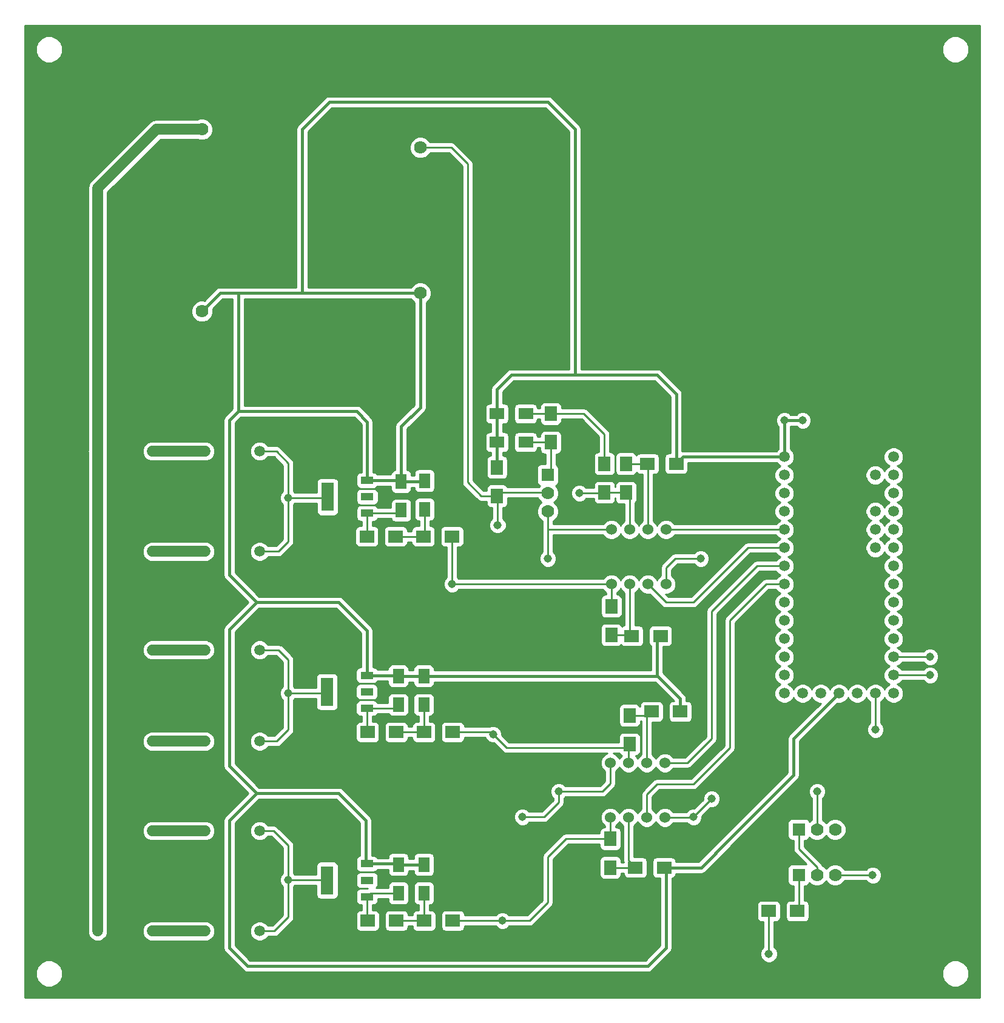
<source format=gbl>
G04 #@! TF.FileFunction,Copper,L2,Bot,Signal*
%FSLAX46Y46*%
G04 Gerber Fmt 4.6, Leading zero omitted, Abs format (unit mm)*
G04 Created by KiCad (PCBNEW (2014-10-31 BZR 5247)-product) date Thursday, March 26, 2015 'PMt' 04:58:04 PM*
%MOMM*%
G01*
G04 APERTURE LIST*
%ADD10C,0.100000*%
%ADD11R,1.600000X2.000000*%
%ADD12R,2.000000X1.600000*%
%ADD13R,1.800000X4.000000*%
%ADD14R,1.800000X1.000000*%
%ADD15R,2.000000X1.700000*%
%ADD16R,1.700000X2.000000*%
%ADD17C,1.143000*%
%ADD18C,1.524000*%
%ADD19C,1.780000*%
%ADD20C,1.778000*%
%ADD21R,1.778000X1.778000*%
%ADD22C,1.500000*%
%ADD23C,0.254000*%
%ADD24C,0.400000*%
%ADD25C,1.500000*%
G04 APERTURE END LIST*
D10*
D11*
X79244000Y-154896000D03*
X79244000Y-150896000D03*
X79224000Y-128575000D03*
X79224000Y-124575000D03*
X79335000Y-101305000D03*
X79335000Y-97305000D03*
D12*
X93450000Y-87940000D03*
X89450000Y-87940000D03*
D11*
X75688000Y-154896000D03*
X75688000Y-150896000D03*
X75668000Y-128575000D03*
X75668000Y-124575000D03*
X76073000Y-101431000D03*
X76073000Y-97431000D03*
D12*
X93450000Y-91940000D03*
X89450000Y-91940000D03*
D13*
X65748000Y-153098000D03*
D14*
X71298000Y-150798000D03*
X71298000Y-153098000D03*
X71298000Y-155398000D03*
D13*
X65728000Y-126777000D03*
D14*
X71278000Y-124477000D03*
X71278000Y-126777000D03*
X71278000Y-129077000D03*
D13*
X65785000Y-99555000D03*
D14*
X71335000Y-97255000D03*
X71335000Y-99555000D03*
X71335000Y-101855000D03*
D15*
X112760000Y-151325000D03*
X108760000Y-151325000D03*
X115030000Y-129540000D03*
X111030000Y-129540000D03*
X112260000Y-118975000D03*
X108260000Y-118975000D03*
X114450000Y-94940000D03*
X110450000Y-94940000D03*
D16*
X105260000Y-147325000D03*
X105260000Y-151325000D03*
X107950000Y-134080000D03*
X107950000Y-130080000D03*
X105410000Y-114840000D03*
X105410000Y-118840000D03*
X107450000Y-98940000D03*
X107450000Y-94940000D03*
D15*
X79276000Y-158738000D03*
X83276000Y-158738000D03*
X79256000Y-132417000D03*
X83256000Y-132417000D03*
X79161000Y-105091000D03*
X83161000Y-105091000D03*
D16*
X104450000Y-94940000D03*
X104450000Y-98940000D03*
D15*
X71402000Y-158738000D03*
X75402000Y-158738000D03*
X71382000Y-132417000D03*
X75382000Y-132417000D03*
X71287000Y-105091000D03*
X75287000Y-105091000D03*
D16*
X96950000Y-91940000D03*
X96950000Y-87940000D03*
X89450000Y-99440000D03*
X89450000Y-95440000D03*
D17*
X90170000Y-158750000D03*
X88900000Y-132715000D03*
X83185000Y-111760000D03*
X100965000Y-99060000D03*
X89535000Y-103505000D03*
D18*
X105260000Y-144325000D03*
X107800000Y-144325000D03*
X110340000Y-144325000D03*
X112880000Y-144325000D03*
X105260000Y-136705000D03*
X107800000Y-136705000D03*
X110340000Y-136705000D03*
X112880000Y-136705000D03*
X105410000Y-111760000D03*
X107950000Y-111760000D03*
X110490000Y-111760000D03*
X113030000Y-111760000D03*
X105410000Y-104140000D03*
X107950000Y-104140000D03*
X110490000Y-104140000D03*
X113030000Y-104140000D03*
D19*
X78740000Y-50800000D03*
X78740000Y-71120000D03*
X48260000Y-73660000D03*
X48260000Y-48260000D03*
D20*
X96520000Y-101600000D03*
X96520000Y-99060000D03*
D21*
X96520000Y-96520000D03*
D20*
X136630000Y-152360000D03*
X134090000Y-152360000D03*
D21*
X131550000Y-152360000D03*
D15*
X131370000Y-157400000D03*
X127370000Y-157400000D03*
D22*
X129540000Y-93980000D03*
X129540000Y-96520000D03*
X129540000Y-99060000D03*
X129540000Y-101600000D03*
X129540000Y-104140000D03*
X129540000Y-106680000D03*
X129540000Y-109220000D03*
X129540000Y-111760000D03*
X129540000Y-114300000D03*
X129540000Y-116840000D03*
X129540000Y-119380000D03*
X129540000Y-121920000D03*
X129540000Y-124460000D03*
X129540000Y-127000000D03*
X132080000Y-127000000D03*
X134620000Y-127000000D03*
X137160000Y-127000000D03*
X139700000Y-127000000D03*
X142240000Y-127000000D03*
X144780000Y-127000000D03*
X144780000Y-124460000D03*
X144780000Y-121920000D03*
X144780000Y-119380000D03*
X144780000Y-116840000D03*
X144780000Y-114300000D03*
X144780000Y-111760000D03*
X144780000Y-109220000D03*
X144780000Y-106680000D03*
X144780000Y-104140000D03*
X144780000Y-101600000D03*
X144780000Y-99060000D03*
X144780000Y-96520000D03*
X144780000Y-93980000D03*
X142240000Y-96520000D03*
X142240000Y-101600000D03*
X142240000Y-104140000D03*
X142240000Y-106680000D03*
X48700000Y-146190000D03*
X56320000Y-146190000D03*
X48700000Y-133690000D03*
X56320000Y-133690000D03*
X48700000Y-107190000D03*
X56320000Y-107190000D03*
X48700000Y-160190000D03*
X56320000Y-160190000D03*
X48700000Y-120940000D03*
X56320000Y-120940000D03*
X48700000Y-93190000D03*
X56320000Y-93190000D03*
X33700000Y-146190000D03*
X41320000Y-146190000D03*
X33700000Y-160190000D03*
X41320000Y-160190000D03*
X33700000Y-120940000D03*
X41320000Y-120940000D03*
X33700000Y-133690000D03*
X41320000Y-133690000D03*
X33700000Y-93190000D03*
X41320000Y-93190000D03*
X33700000Y-107190000D03*
X41320000Y-107190000D03*
D20*
X136630000Y-146010000D03*
X134090000Y-146010000D03*
D21*
X131550000Y-146010000D03*
D17*
X142240000Y-132080000D03*
X141870000Y-152400000D03*
X149860000Y-121920000D03*
X60325000Y-127000000D03*
X149860000Y-124460000D03*
X60325000Y-99695000D03*
X60325000Y-153035000D03*
X127390000Y-163400000D03*
X129540000Y-88900000D03*
X132080000Y-88900000D03*
X96520000Y-108204000D03*
X98044000Y-140716000D03*
X92964000Y-144272000D03*
X117856000Y-108204000D03*
X116840000Y-144272000D03*
X119380000Y-141732000D03*
X134112000Y-140716000D03*
D23*
X75402000Y-158738000D02*
X79276000Y-158738000D01*
X79276000Y-158738000D02*
X79244000Y-158706000D01*
X79244000Y-158706000D02*
X79244000Y-154896000D01*
D24*
X71298000Y-150798000D02*
X75590000Y-150798000D01*
X75590000Y-150798000D02*
X75688000Y-150896000D01*
X75668000Y-124575000D02*
X79224000Y-124575000D01*
X71278000Y-124477000D02*
X75570000Y-124477000D01*
X75570000Y-124477000D02*
X75668000Y-124575000D01*
X76073000Y-97431000D02*
X79209000Y-97431000D01*
X79209000Y-97431000D02*
X79335000Y-97305000D01*
X71335000Y-97255000D02*
X75897000Y-97255000D01*
X75897000Y-97255000D02*
X76073000Y-97431000D01*
X89450000Y-91940000D02*
X89450000Y-95440000D01*
X89450000Y-87940000D02*
X89450000Y-91940000D01*
X78740000Y-71120000D02*
X78740000Y-87060000D01*
X76073000Y-89727000D02*
X76073000Y-97431000D01*
X78740000Y-87060000D02*
X76073000Y-89727000D01*
X114450000Y-85240000D02*
X114450000Y-94940000D01*
X101600000Y-82550000D02*
X110490000Y-82550000D01*
X110490000Y-82550000D02*
X111760000Y-82550000D01*
X111760000Y-82550000D02*
X114450000Y-85240000D01*
X100330000Y-82550000D02*
X101600000Y-82550000D01*
X89450000Y-84540000D02*
X91440000Y-82550000D01*
X91440000Y-82550000D02*
X100330000Y-82550000D01*
X89450000Y-87940000D02*
X89450000Y-84540000D01*
X71120000Y-124460000D02*
X71278000Y-124477000D01*
X71278000Y-124302000D02*
X71120000Y-124460000D01*
X71335000Y-89115000D02*
X69850000Y-87630000D01*
X69850000Y-87630000D02*
X53340000Y-87630000D01*
X53340000Y-87630000D02*
X52070000Y-88900000D01*
X52070000Y-88900000D02*
X52070000Y-110490000D01*
X71335000Y-97255000D02*
X71335000Y-89115000D01*
X117915000Y-151325000D02*
X121920000Y-147320000D01*
X121920000Y-147320000D02*
X125730000Y-143510000D01*
X125730000Y-143510000D02*
X127000000Y-142240000D01*
X127000000Y-142240000D02*
X128270000Y-140970000D01*
X128270000Y-140970000D02*
X130810000Y-138430000D01*
X130810000Y-138430000D02*
X130810000Y-133350000D01*
X130810000Y-133350000D02*
X137160000Y-127000000D01*
X112760000Y-151325000D02*
X117915000Y-151325000D01*
X113030000Y-151595000D02*
X112760000Y-151325000D01*
X62230000Y-64770000D02*
X62230000Y-48260000D01*
X62230000Y-48260000D02*
X66040000Y-44450000D01*
X66040000Y-44450000D02*
X96520000Y-44450000D01*
X96520000Y-44450000D02*
X100330000Y-48260000D01*
X100330000Y-48260000D02*
X100330000Y-82550000D01*
X78740000Y-71120000D02*
X68580000Y-71120000D01*
X55880000Y-140970000D02*
X57150000Y-140970000D01*
X55880000Y-140970000D02*
X57150000Y-140970000D01*
X52070000Y-118110000D02*
X52070000Y-135890000D01*
X52070000Y-135890000D02*
X52070000Y-137160000D01*
X71120000Y-150620000D02*
X71298000Y-150798000D01*
X67310000Y-140970000D02*
X71120000Y-144780000D01*
X67310000Y-140970000D02*
X57150000Y-140970000D01*
X71120000Y-150620000D02*
X71120000Y-144780000D01*
X50800000Y-71120000D02*
X48260000Y-73660000D01*
X53340000Y-71120000D02*
X50800000Y-71120000D01*
X62230000Y-71120000D02*
X53340000Y-71120000D01*
X68580000Y-71120000D02*
X62230000Y-71120000D01*
X62230000Y-64770000D02*
X62230000Y-71120000D01*
X115410000Y-93980000D02*
X114450000Y-94940000D01*
X129540000Y-93980000D02*
X115410000Y-93980000D01*
X112260000Y-118975000D02*
X112625000Y-118975000D01*
X112530000Y-119245000D02*
X112260000Y-118975000D01*
X111875000Y-124575000D02*
X115030000Y-127730000D01*
X115030000Y-127730000D02*
X115030000Y-129540000D01*
X111760000Y-124575000D02*
X111875000Y-124575000D01*
X79224000Y-124575000D02*
X111760000Y-124575000D01*
X111760000Y-119475000D02*
X112260000Y-118975000D01*
X111760000Y-124575000D02*
X111760000Y-119475000D01*
X53340000Y-87630000D02*
X53340000Y-71120000D01*
X129540000Y-93980000D02*
X129540000Y-88900000D01*
X129540000Y-88900000D02*
X132080000Y-88900000D01*
X79244000Y-150896000D02*
X75688000Y-150896000D01*
X54610000Y-165100000D02*
X55880000Y-165100000D01*
X52070000Y-162560000D02*
X54610000Y-165100000D01*
X52070000Y-146050000D02*
X52070000Y-144780000D01*
X52070000Y-146050000D02*
X52070000Y-161290000D01*
X55880000Y-165100000D02*
X110490000Y-165100000D01*
X110490000Y-165100000D02*
X113030000Y-162560000D01*
X113030000Y-162560000D02*
X113030000Y-151595000D01*
X52070000Y-144780000D02*
X55880000Y-140970000D01*
X52070000Y-161290000D02*
X52070000Y-162560000D01*
X52070000Y-137160000D02*
X55880000Y-140970000D01*
X71278000Y-118268000D02*
X71278000Y-124302000D01*
X67310000Y-114300000D02*
X71278000Y-118268000D01*
X55880000Y-114300000D02*
X67310000Y-114300000D01*
X55880000Y-114300000D02*
X52070000Y-118110000D01*
X52070000Y-110490000D02*
X55880000Y-114300000D01*
D23*
X79224000Y-128575000D02*
X79224000Y-132385000D01*
X79224000Y-132385000D02*
X79256000Y-132417000D01*
X75382000Y-132417000D02*
X79256000Y-132417000D01*
X79335000Y-101305000D02*
X79335000Y-104917000D01*
X79335000Y-104917000D02*
X79161000Y-105091000D01*
X75287000Y-105091000D02*
X79161000Y-105091000D01*
X96950000Y-87940000D02*
X101550000Y-87940000D01*
X104450000Y-90840000D02*
X104450000Y-94940000D01*
X101550000Y-87940000D02*
X104450000Y-90840000D01*
X93450000Y-87940000D02*
X96950000Y-87940000D01*
X75688000Y-154896000D02*
X71800000Y-154896000D01*
X71800000Y-154896000D02*
X71298000Y-155398000D01*
X71298000Y-155398000D02*
X71298000Y-158634000D01*
X71298000Y-158634000D02*
X71402000Y-158738000D01*
X71278000Y-129077000D02*
X75166000Y-129077000D01*
X75166000Y-129077000D02*
X75668000Y-128575000D01*
X71278000Y-129077000D02*
X71278000Y-132313000D01*
X71278000Y-132313000D02*
X71382000Y-132417000D01*
X71287000Y-105091000D02*
X71287000Y-101903000D01*
X71287000Y-101903000D02*
X71335000Y-101855000D01*
X71335000Y-101855000D02*
X75649000Y-101855000D01*
X75649000Y-101855000D02*
X76073000Y-101431000D01*
X96950000Y-91940000D02*
X96950000Y-96400000D01*
X93450000Y-91940000D02*
X96950000Y-91940000D01*
X97070000Y-101600000D02*
X96950000Y-101480000D01*
X99060000Y-104140000D02*
X105410000Y-104140000D01*
X96520000Y-104140000D02*
X96520000Y-101600000D01*
X96520000Y-108204000D02*
X96520000Y-104140000D01*
X96520000Y-104140000D02*
X99060000Y-104140000D01*
X96012000Y-144272000D02*
X97028000Y-143256000D01*
X97028000Y-143256000D02*
X98044000Y-142240000D01*
X98044000Y-142240000D02*
X98044000Y-140716000D01*
X92964000Y-144272000D02*
X96012000Y-144272000D01*
X104140000Y-140716000D02*
X105260000Y-139596000D01*
X105260000Y-139596000D02*
X105260000Y-136705000D01*
X98044000Y-140716000D02*
X104140000Y-140716000D01*
X89535000Y-103505000D02*
X89535000Y-99525000D01*
X89535000Y-99525000D02*
X89450000Y-99440000D01*
X96950000Y-98940000D02*
X89950000Y-98940000D01*
X89950000Y-98940000D02*
X89450000Y-99440000D01*
X78740000Y-50800000D02*
X83040000Y-50800000D01*
X87230000Y-99440000D02*
X89450000Y-99440000D01*
X85320000Y-97530000D02*
X87230000Y-99440000D01*
X85320000Y-53080000D02*
X85320000Y-97530000D01*
X83040000Y-50800000D02*
X85320000Y-53080000D01*
X105260000Y-151325000D02*
X108760000Y-151325000D01*
X108760000Y-151325000D02*
X107950000Y-150515000D01*
X107950000Y-144475000D02*
X107800000Y-144325000D01*
X107800000Y-150365000D02*
X108760000Y-151325000D01*
X107800000Y-144325000D02*
X107800000Y-150365000D01*
X111010000Y-129325000D02*
X110340000Y-129995000D01*
X110340000Y-129995000D02*
X110340000Y-136705000D01*
X110490000Y-130080000D02*
X111030000Y-129540000D01*
X107950000Y-130080000D02*
X110490000Y-130080000D01*
X107775000Y-118840000D02*
X105410000Y-118840000D01*
X107950000Y-118665000D02*
X107775000Y-118840000D01*
X107950000Y-111760000D02*
X107950000Y-118665000D01*
X107450000Y-94940000D02*
X110450000Y-94940000D01*
X110450000Y-94940000D02*
X110490000Y-94980000D01*
X110490000Y-101600000D02*
X110490000Y-94980000D01*
X110490000Y-104140000D02*
X110490000Y-101600000D01*
X83276000Y-158738000D02*
X90158000Y-158738000D01*
X90158000Y-158738000D02*
X90170000Y-158750000D01*
X90170000Y-158750000D02*
X93980000Y-158750000D01*
X93980000Y-158750000D02*
X96520000Y-156210000D01*
X96520000Y-156210000D02*
X96520000Y-149860000D01*
X96520000Y-149860000D02*
X99055000Y-147325000D01*
X99055000Y-147325000D02*
X105260000Y-147325000D01*
X105260000Y-144325000D02*
X105260000Y-147325000D01*
X107760000Y-136665000D02*
X107800000Y-136705000D01*
X83256000Y-132417000D02*
X88602000Y-132417000D01*
X88602000Y-132417000D02*
X88900000Y-132715000D01*
X90805000Y-134620000D02*
X88900000Y-132715000D01*
X107410000Y-134620000D02*
X90805000Y-134620000D01*
X107800000Y-134230000D02*
X107410000Y-134620000D01*
X107800000Y-134230000D02*
X107950000Y-134080000D01*
X107800000Y-136705000D02*
X107800000Y-134230000D01*
X83185000Y-111760000D02*
X83185000Y-105115000D01*
X83185000Y-105115000D02*
X83161000Y-105091000D01*
X83185000Y-111760000D02*
X105410000Y-111760000D01*
X105410000Y-111760000D02*
X105410000Y-114840000D01*
X100965000Y-99060000D02*
X104330000Y-99060000D01*
X104330000Y-99060000D02*
X104450000Y-98940000D01*
X104450000Y-98940000D02*
X107450000Y-98940000D01*
X107950000Y-99440000D02*
X107450000Y-98940000D01*
X107950000Y-99440000D02*
X107450000Y-98940000D01*
X107950000Y-104140000D02*
X107950000Y-99440000D01*
D25*
X41320000Y-146190000D02*
X48700000Y-146190000D01*
X41320000Y-133690000D02*
X48700000Y-133690000D01*
X41320000Y-107190000D02*
X48700000Y-107190000D01*
X41320000Y-160190000D02*
X48700000Y-160190000D01*
X41320000Y-120940000D02*
X48700000Y-120940000D01*
X41320000Y-93190000D02*
X48700000Y-93190000D01*
X33700000Y-56470000D02*
X33700000Y-93190000D01*
X48260000Y-48260000D02*
X41910000Y-48260000D01*
X41910000Y-48260000D02*
X33700000Y-56470000D01*
X33670000Y-93160000D02*
X33700000Y-93190000D01*
X33700000Y-120940000D02*
X33700000Y-133690000D01*
X33700000Y-133690000D02*
X33700000Y-146190000D01*
X33700000Y-146190000D02*
X33700000Y-160190000D01*
X33700000Y-107190000D02*
X33700000Y-120940000D01*
X33700000Y-107190000D02*
X33700000Y-93190000D01*
D23*
X129540000Y-111760000D02*
X127000000Y-111760000D01*
X110340000Y-141120000D02*
X110340000Y-144325000D01*
X111760000Y-139700000D02*
X110340000Y-141120000D01*
X116840000Y-139700000D02*
X111760000Y-139700000D01*
X121920000Y-134620000D02*
X116840000Y-139700000D01*
X121920000Y-116840000D02*
X121920000Y-134620000D01*
X127000000Y-111760000D02*
X121920000Y-116840000D01*
X116787000Y-144325000D02*
X119380000Y-141732000D01*
X112880000Y-144325000D02*
X116787000Y-144325000D01*
X113030000Y-109474000D02*
X114300000Y-108204000D01*
X114300000Y-108204000D02*
X117856000Y-108204000D01*
X113030000Y-111760000D02*
X113030000Y-109474000D01*
X125730000Y-109220000D02*
X129540000Y-109220000D01*
X119380000Y-115570000D02*
X125730000Y-109220000D01*
X119380000Y-133350000D02*
X119380000Y-115570000D01*
X116025000Y-136705000D02*
X119380000Y-133350000D01*
X112880000Y-136705000D02*
X116025000Y-136705000D01*
X113030000Y-114300000D02*
X116840000Y-114300000D01*
X116840000Y-114300000D02*
X124460000Y-106680000D01*
X124460000Y-106680000D02*
X129540000Y-106680000D01*
X110490000Y-111760000D02*
X113030000Y-114300000D01*
X113030000Y-104140000D02*
X129540000Y-104140000D01*
X134090000Y-152360000D02*
X134090000Y-151250000D01*
X131550000Y-148710000D02*
X131550000Y-146010000D01*
X134090000Y-151250000D02*
X131550000Y-148710000D01*
X131550000Y-152360000D02*
X131550000Y-157220000D01*
X131550000Y-157220000D02*
X131370000Y-157400000D01*
X134112000Y-145988000D02*
X134090000Y-146010000D01*
X134112000Y-140716000D02*
X134112000Y-145988000D01*
X56320000Y-160190000D02*
X58370000Y-160190000D01*
X60325000Y-158235000D02*
X60325000Y-153035000D01*
X58370000Y-160190000D02*
X60325000Y-158235000D01*
X56320000Y-146190000D02*
X58270000Y-146190000D01*
X60325000Y-148245000D02*
X60325000Y-153035000D01*
X58270000Y-146190000D02*
X60325000Y-148245000D01*
X60325000Y-153035000D02*
X65685000Y-153035000D01*
X65685000Y-153035000D02*
X65748000Y-153098000D01*
X56320000Y-120940000D02*
X58960000Y-120940000D01*
X60325000Y-122305000D02*
X60325000Y-127000000D01*
X58960000Y-120940000D02*
X60325000Y-122305000D01*
X60070000Y-126745000D02*
X60325000Y-127000000D01*
X56320000Y-133690000D02*
X58700000Y-133690000D01*
X60325000Y-132065000D02*
X60325000Y-127000000D01*
X58700000Y-133690000D02*
X60325000Y-132065000D01*
X60325000Y-127000000D02*
X65505000Y-127000000D01*
X65505000Y-127000000D02*
X65728000Y-126777000D01*
X60325000Y-99695000D02*
X65645000Y-99695000D01*
X65645000Y-99695000D02*
X65785000Y-99555000D01*
X60075000Y-99945000D02*
X60325000Y-99695000D01*
X58646000Y-93190000D02*
X60325000Y-94869000D01*
X60325000Y-94869000D02*
X60325000Y-99695000D01*
X56320000Y-93190000D02*
X58646000Y-93190000D01*
X58926000Y-107190000D02*
X60325000Y-105791000D01*
X60325000Y-105791000D02*
X60325000Y-99695000D01*
X56320000Y-107190000D02*
X58926000Y-107190000D01*
X136630000Y-152360000D02*
X141830000Y-152360000D01*
X141830000Y-152360000D02*
X141870000Y-152400000D01*
X127390000Y-163400000D02*
X127390000Y-157420000D01*
X127390000Y-157420000D02*
X127370000Y-157400000D01*
X127120000Y-157150000D02*
X127370000Y-157400000D01*
X142240000Y-127000000D02*
X142240000Y-132080000D01*
X144780000Y-121920000D02*
X149860000Y-121920000D01*
X149860000Y-124460000D02*
X144780000Y-124460000D01*
G36*
X77905000Y-86714132D02*
X75482566Y-89136566D01*
X75301561Y-89407459D01*
X75238000Y-89727000D01*
X75238000Y-95790350D01*
X75030877Y-95830537D01*
X74818073Y-95970327D01*
X74675623Y-96181360D01*
X74627765Y-96420000D01*
X72774452Y-96420000D01*
X72695673Y-96300073D01*
X72484640Y-96157623D01*
X72235000Y-96107560D01*
X72170000Y-96107560D01*
X72170000Y-89115000D01*
X72106439Y-88795460D01*
X72106439Y-88795459D01*
X71925434Y-88524566D01*
X70440434Y-87039566D01*
X70169541Y-86858561D01*
X69850000Y-86795000D01*
X54175000Y-86795000D01*
X54175000Y-71955000D01*
X62230000Y-71955000D01*
X68580000Y-71955000D01*
X77434962Y-71955000D01*
X77446414Y-71982715D01*
X77875029Y-72412079D01*
X77905000Y-72424524D01*
X77905000Y-86714132D01*
X77905000Y-86714132D01*
G37*
X77905000Y-86714132D02*
X75482566Y-89136566D01*
X75301561Y-89407459D01*
X75238000Y-89727000D01*
X75238000Y-95790350D01*
X75030877Y-95830537D01*
X74818073Y-95970327D01*
X74675623Y-96181360D01*
X74627765Y-96420000D01*
X72774452Y-96420000D01*
X72695673Y-96300073D01*
X72484640Y-96157623D01*
X72235000Y-96107560D01*
X72170000Y-96107560D01*
X72170000Y-89115000D01*
X72106439Y-88795460D01*
X72106439Y-88795459D01*
X71925434Y-88524566D01*
X70440434Y-87039566D01*
X70169541Y-86858561D01*
X69850000Y-86795000D01*
X54175000Y-86795000D01*
X54175000Y-71955000D01*
X62230000Y-71955000D01*
X68580000Y-71955000D01*
X77434962Y-71955000D01*
X77446414Y-71982715D01*
X77875029Y-72412079D01*
X77905000Y-72424524D01*
X77905000Y-86714132D01*
G36*
X106851754Y-135677656D02*
X106616371Y-135912630D01*
X106530050Y-136120512D01*
X106445010Y-135914697D01*
X106052370Y-135521371D01*
X105716726Y-135382000D01*
X106538869Y-135382000D01*
X106639327Y-135534927D01*
X106850360Y-135677377D01*
X106851754Y-135677656D01*
X106851754Y-135677656D01*
G37*
X106851754Y-135677656D02*
X106616371Y-135912630D01*
X106530050Y-136120512D01*
X106445010Y-135914697D01*
X106052370Y-135521371D01*
X105716726Y-135382000D01*
X106538869Y-135382000D01*
X106639327Y-135534927D01*
X106850360Y-135677377D01*
X106851754Y-135677656D01*
G36*
X134594154Y-128384977D02*
X130219566Y-132759566D01*
X130038561Y-133030459D01*
X129975000Y-133350000D01*
X129975000Y-138084132D01*
X127679566Y-140379566D01*
X126409566Y-141649566D01*
X125139566Y-142919566D01*
X121329566Y-146729566D01*
X117569131Y-150490000D01*
X114407440Y-150490000D01*
X114407440Y-150475000D01*
X114360463Y-150232877D01*
X114220673Y-150020073D01*
X114009640Y-149877623D01*
X113760000Y-149827560D01*
X111760000Y-149827560D01*
X111517877Y-149874537D01*
X111305073Y-150014327D01*
X111162623Y-150225360D01*
X111112560Y-150475000D01*
X111112560Y-152175000D01*
X111159537Y-152417123D01*
X111299327Y-152629927D01*
X111510360Y-152772377D01*
X111760000Y-152822440D01*
X112195000Y-152822440D01*
X112195000Y-162214132D01*
X110144131Y-164265000D01*
X80923440Y-164265000D01*
X80923440Y-159588000D01*
X80923440Y-157888000D01*
X80903440Y-157784918D01*
X80903440Y-133267000D01*
X80903440Y-131567000D01*
X80856463Y-131324877D01*
X80716673Y-131112073D01*
X80505640Y-130969623D01*
X80256000Y-130919560D01*
X79986000Y-130919560D01*
X79986000Y-130222440D01*
X80024000Y-130222440D01*
X80266123Y-130175463D01*
X80478927Y-130035673D01*
X80621377Y-129824640D01*
X80671440Y-129575000D01*
X80671440Y-127575000D01*
X80624463Y-127332877D01*
X80484673Y-127120073D01*
X80273640Y-126977623D01*
X80024000Y-126927560D01*
X78424000Y-126927560D01*
X78181877Y-126974537D01*
X77969073Y-127114327D01*
X77826623Y-127325360D01*
X77776560Y-127575000D01*
X77776560Y-129575000D01*
X77823537Y-129817123D01*
X77963327Y-130029927D01*
X78174360Y-130172377D01*
X78424000Y-130222440D01*
X78462000Y-130222440D01*
X78462000Y-130919560D01*
X78256000Y-130919560D01*
X78013877Y-130966537D01*
X77801073Y-131106327D01*
X77658623Y-131317360D01*
X77608560Y-131567000D01*
X77608560Y-131655000D01*
X77115440Y-131655000D01*
X77115440Y-129575000D01*
X77115440Y-127575000D01*
X77068463Y-127332877D01*
X76928673Y-127120073D01*
X76717640Y-126977623D01*
X76468000Y-126927560D01*
X74868000Y-126927560D01*
X74625877Y-126974537D01*
X74413073Y-127114327D01*
X74270623Y-127325360D01*
X74220560Y-127575000D01*
X74220560Y-128315000D01*
X72825440Y-128315000D01*
X72825440Y-127277000D01*
X72825440Y-126277000D01*
X72778463Y-126034877D01*
X72638673Y-125822073D01*
X72427640Y-125679623D01*
X72178000Y-125629560D01*
X70378000Y-125629560D01*
X70135877Y-125676537D01*
X69923073Y-125816327D01*
X69780623Y-126027360D01*
X69730560Y-126277000D01*
X69730560Y-127277000D01*
X69777537Y-127519123D01*
X69917327Y-127731927D01*
X70128360Y-127874377D01*
X70378000Y-127924440D01*
X72178000Y-127924440D01*
X72420123Y-127877463D01*
X72632927Y-127737673D01*
X72775377Y-127526640D01*
X72825440Y-127277000D01*
X72825440Y-128315000D01*
X72765405Y-128315000D01*
X72638673Y-128122073D01*
X72427640Y-127979623D01*
X72178000Y-127929560D01*
X70378000Y-127929560D01*
X70135877Y-127976537D01*
X69923073Y-128116327D01*
X69780623Y-128327360D01*
X69730560Y-128577000D01*
X69730560Y-129577000D01*
X69777537Y-129819123D01*
X69917327Y-130031927D01*
X70128360Y-130174377D01*
X70378000Y-130224440D01*
X70516000Y-130224440D01*
X70516000Y-130919560D01*
X70382000Y-130919560D01*
X70139877Y-130966537D01*
X69927073Y-131106327D01*
X69784623Y-131317360D01*
X69734560Y-131567000D01*
X69734560Y-133267000D01*
X69781537Y-133509123D01*
X69921327Y-133721927D01*
X70132360Y-133864377D01*
X70382000Y-133914440D01*
X72382000Y-133914440D01*
X72624123Y-133867463D01*
X72836927Y-133727673D01*
X72979377Y-133516640D01*
X73029440Y-133267000D01*
X73029440Y-131567000D01*
X72982463Y-131324877D01*
X72842673Y-131112073D01*
X72631640Y-130969623D01*
X72382000Y-130919560D01*
X72040000Y-130919560D01*
X72040000Y-130224440D01*
X72178000Y-130224440D01*
X72420123Y-130177463D01*
X72632927Y-130037673D01*
X72767033Y-129839000D01*
X74281907Y-129839000D01*
X74407327Y-130029927D01*
X74618360Y-130172377D01*
X74868000Y-130222440D01*
X76468000Y-130222440D01*
X76710123Y-130175463D01*
X76922927Y-130035673D01*
X77065377Y-129824640D01*
X77115440Y-129575000D01*
X77115440Y-131655000D01*
X77029440Y-131655000D01*
X77029440Y-131567000D01*
X76982463Y-131324877D01*
X76842673Y-131112073D01*
X76631640Y-130969623D01*
X76382000Y-130919560D01*
X74382000Y-130919560D01*
X74139877Y-130966537D01*
X73927073Y-131106327D01*
X73784623Y-131317360D01*
X73734560Y-131567000D01*
X73734560Y-133267000D01*
X73781537Y-133509123D01*
X73921327Y-133721927D01*
X74132360Y-133864377D01*
X74382000Y-133914440D01*
X76382000Y-133914440D01*
X76624123Y-133867463D01*
X76836927Y-133727673D01*
X76979377Y-133516640D01*
X77029440Y-133267000D01*
X77029440Y-133179000D01*
X77608560Y-133179000D01*
X77608560Y-133267000D01*
X77655537Y-133509123D01*
X77795327Y-133721927D01*
X78006360Y-133864377D01*
X78256000Y-133914440D01*
X80256000Y-133914440D01*
X80498123Y-133867463D01*
X80710927Y-133727673D01*
X80853377Y-133516640D01*
X80903440Y-133267000D01*
X80903440Y-157784918D01*
X80876463Y-157645877D01*
X80736673Y-157433073D01*
X80525640Y-157290623D01*
X80276000Y-157240560D01*
X80006000Y-157240560D01*
X80006000Y-156543440D01*
X80044000Y-156543440D01*
X80286123Y-156496463D01*
X80498927Y-156356673D01*
X80641377Y-156145640D01*
X80691440Y-155896000D01*
X80691440Y-153896000D01*
X80644463Y-153653877D01*
X80504673Y-153441073D01*
X80293640Y-153298623D01*
X80044000Y-153248560D01*
X78444000Y-153248560D01*
X78201877Y-153295537D01*
X77989073Y-153435327D01*
X77846623Y-153646360D01*
X77796560Y-153896000D01*
X77796560Y-155896000D01*
X77843537Y-156138123D01*
X77983327Y-156350927D01*
X78194360Y-156493377D01*
X78444000Y-156543440D01*
X78482000Y-156543440D01*
X78482000Y-157240560D01*
X78276000Y-157240560D01*
X78033877Y-157287537D01*
X77821073Y-157427327D01*
X77678623Y-157638360D01*
X77628560Y-157888000D01*
X77628560Y-157976000D01*
X77135440Y-157976000D01*
X77135440Y-155896000D01*
X77135440Y-153896000D01*
X77088463Y-153653877D01*
X76948673Y-153441073D01*
X76737640Y-153298623D01*
X76488000Y-153248560D01*
X74888000Y-153248560D01*
X74645877Y-153295537D01*
X74433073Y-153435327D01*
X74290623Y-153646360D01*
X74240560Y-153896000D01*
X74240560Y-154134000D01*
X72538255Y-154134000D01*
X72652927Y-154058673D01*
X72795377Y-153847640D01*
X72845440Y-153598000D01*
X72845440Y-152598000D01*
X72798463Y-152355877D01*
X72658673Y-152143073D01*
X72447640Y-152000623D01*
X72198000Y-151950560D01*
X70398000Y-151950560D01*
X70155877Y-151997537D01*
X69943073Y-152137327D01*
X69800623Y-152348360D01*
X69750560Y-152598000D01*
X69750560Y-153598000D01*
X69797537Y-153840123D01*
X69937327Y-154052927D01*
X70148360Y-154195377D01*
X70398000Y-154245440D01*
X71428422Y-154245440D01*
X71420759Y-154250560D01*
X70398000Y-154250560D01*
X70155877Y-154297537D01*
X69943073Y-154437327D01*
X69800623Y-154648360D01*
X69750560Y-154898000D01*
X69750560Y-155898000D01*
X69797537Y-156140123D01*
X69937327Y-156352927D01*
X70148360Y-156495377D01*
X70398000Y-156545440D01*
X70536000Y-156545440D01*
X70536000Y-157240560D01*
X70402000Y-157240560D01*
X70159877Y-157287537D01*
X69947073Y-157427327D01*
X69804623Y-157638360D01*
X69754560Y-157888000D01*
X69754560Y-159588000D01*
X69801537Y-159830123D01*
X69941327Y-160042927D01*
X70152360Y-160185377D01*
X70402000Y-160235440D01*
X72402000Y-160235440D01*
X72644123Y-160188463D01*
X72856927Y-160048673D01*
X72999377Y-159837640D01*
X73049440Y-159588000D01*
X73049440Y-157888000D01*
X73002463Y-157645877D01*
X72862673Y-157433073D01*
X72651640Y-157290623D01*
X72402000Y-157240560D01*
X72060000Y-157240560D01*
X72060000Y-156545440D01*
X72198000Y-156545440D01*
X72440123Y-156498463D01*
X72652927Y-156358673D01*
X72795377Y-156147640D01*
X72845440Y-155898000D01*
X72845440Y-155658000D01*
X74240560Y-155658000D01*
X74240560Y-155896000D01*
X74287537Y-156138123D01*
X74427327Y-156350927D01*
X74638360Y-156493377D01*
X74888000Y-156543440D01*
X76488000Y-156543440D01*
X76730123Y-156496463D01*
X76942927Y-156356673D01*
X77085377Y-156145640D01*
X77135440Y-155896000D01*
X77135440Y-157976000D01*
X77049440Y-157976000D01*
X77049440Y-157888000D01*
X77002463Y-157645877D01*
X76862673Y-157433073D01*
X76651640Y-157290623D01*
X76402000Y-157240560D01*
X74402000Y-157240560D01*
X74159877Y-157287537D01*
X73947073Y-157427327D01*
X73804623Y-157638360D01*
X73754560Y-157888000D01*
X73754560Y-159588000D01*
X73801537Y-159830123D01*
X73941327Y-160042927D01*
X74152360Y-160185377D01*
X74402000Y-160235440D01*
X76402000Y-160235440D01*
X76644123Y-160188463D01*
X76856927Y-160048673D01*
X76999377Y-159837640D01*
X77049440Y-159588000D01*
X77049440Y-159500000D01*
X77628560Y-159500000D01*
X77628560Y-159588000D01*
X77675537Y-159830123D01*
X77815327Y-160042927D01*
X78026360Y-160185377D01*
X78276000Y-160235440D01*
X80276000Y-160235440D01*
X80518123Y-160188463D01*
X80730927Y-160048673D01*
X80873377Y-159837640D01*
X80923440Y-159588000D01*
X80923440Y-164265000D01*
X67295440Y-164265000D01*
X67295440Y-155098000D01*
X67295440Y-151098000D01*
X67248463Y-150855877D01*
X67108673Y-150643073D01*
X66897640Y-150500623D01*
X66648000Y-150450560D01*
X64848000Y-150450560D01*
X64605877Y-150497537D01*
X64393073Y-150637327D01*
X64250623Y-150848360D01*
X64200560Y-151098000D01*
X64200560Y-152273000D01*
X61269091Y-152273000D01*
X61087000Y-152090590D01*
X61087000Y-148245000D01*
X61028996Y-147953396D01*
X61028996Y-147953395D01*
X60863815Y-147706185D01*
X58808815Y-145651185D01*
X58561605Y-145486004D01*
X58270000Y-145428000D01*
X57503720Y-145428000D01*
X57494831Y-145406485D01*
X57105564Y-145016539D01*
X56596702Y-144805241D01*
X56045715Y-144804760D01*
X55536485Y-145015169D01*
X55146539Y-145404436D01*
X54935241Y-145913298D01*
X54934760Y-146464285D01*
X55145169Y-146973515D01*
X55534436Y-147363461D01*
X56043298Y-147574759D01*
X56594285Y-147575240D01*
X57103515Y-147364831D01*
X57493461Y-146975564D01*
X57503245Y-146952000D01*
X57954370Y-146952000D01*
X59563000Y-148560630D01*
X59563000Y-152090908D01*
X59302775Y-152350680D01*
X59118710Y-152793959D01*
X59118291Y-153273935D01*
X59301582Y-153717535D01*
X59563000Y-153979409D01*
X59563000Y-157919369D01*
X58054369Y-159428000D01*
X57503720Y-159428000D01*
X57494831Y-159406485D01*
X57105564Y-159016539D01*
X56596702Y-158805241D01*
X56045715Y-158804760D01*
X55536485Y-159015169D01*
X55146539Y-159404436D01*
X54935241Y-159913298D01*
X54934760Y-160464285D01*
X55145169Y-160973515D01*
X55534436Y-161363461D01*
X56043298Y-161574759D01*
X56594285Y-161575240D01*
X57103515Y-161364831D01*
X57493461Y-160975564D01*
X57503245Y-160952000D01*
X58370000Y-160952000D01*
X58370000Y-160951999D01*
X58661604Y-160893996D01*
X58661605Y-160893996D01*
X58908815Y-160728815D01*
X60863815Y-158773815D01*
X60863816Y-158773815D01*
X61028996Y-158526605D01*
X61028997Y-158526604D01*
X61087000Y-158235000D01*
X61087000Y-153979091D01*
X61269409Y-153797000D01*
X64200560Y-153797000D01*
X64200560Y-155098000D01*
X64247537Y-155340123D01*
X64387327Y-155552927D01*
X64598360Y-155695377D01*
X64848000Y-155745440D01*
X66648000Y-155745440D01*
X66890123Y-155698463D01*
X67102927Y-155558673D01*
X67245377Y-155347640D01*
X67295440Y-155098000D01*
X67295440Y-164265000D01*
X55880000Y-164265000D01*
X54955868Y-164265000D01*
X52905000Y-162214132D01*
X52905000Y-161290000D01*
X52905000Y-146050000D01*
X52905000Y-145125868D01*
X56225868Y-141805000D01*
X57150000Y-141805000D01*
X66964132Y-141805000D01*
X70285000Y-145125868D01*
X70285000Y-149672484D01*
X70155877Y-149697537D01*
X69943073Y-149837327D01*
X69800623Y-150048360D01*
X69750560Y-150298000D01*
X69750560Y-151298000D01*
X69797537Y-151540123D01*
X69937327Y-151752927D01*
X70148360Y-151895377D01*
X70398000Y-151945440D01*
X72198000Y-151945440D01*
X72440123Y-151898463D01*
X72652927Y-151758673D01*
X72737757Y-151633000D01*
X74240560Y-151633000D01*
X74240560Y-151896000D01*
X74287537Y-152138123D01*
X74427327Y-152350927D01*
X74638360Y-152493377D01*
X74888000Y-152543440D01*
X76488000Y-152543440D01*
X76730123Y-152496463D01*
X76942927Y-152356673D01*
X77085377Y-152145640D01*
X77135440Y-151896000D01*
X77135440Y-151731000D01*
X77796560Y-151731000D01*
X77796560Y-151896000D01*
X77843537Y-152138123D01*
X77983327Y-152350927D01*
X78194360Y-152493377D01*
X78444000Y-152543440D01*
X80044000Y-152543440D01*
X80286123Y-152496463D01*
X80498927Y-152356673D01*
X80641377Y-152145640D01*
X80691440Y-151896000D01*
X80691440Y-149896000D01*
X80644463Y-149653877D01*
X80504673Y-149441073D01*
X80293640Y-149298623D01*
X80044000Y-149248560D01*
X78444000Y-149248560D01*
X78201877Y-149295537D01*
X77989073Y-149435327D01*
X77846623Y-149646360D01*
X77796560Y-149896000D01*
X77796560Y-150061000D01*
X77135440Y-150061000D01*
X77135440Y-149896000D01*
X77088463Y-149653877D01*
X76948673Y-149441073D01*
X76737640Y-149298623D01*
X76488000Y-149248560D01*
X74888000Y-149248560D01*
X74645877Y-149295537D01*
X74433073Y-149435327D01*
X74290623Y-149646360D01*
X74240560Y-149896000D01*
X74240560Y-149963000D01*
X72737452Y-149963000D01*
X72658673Y-149843073D01*
X72447640Y-149700623D01*
X72198000Y-149650560D01*
X71955000Y-149650560D01*
X71955000Y-144780000D01*
X71891440Y-144460460D01*
X71891439Y-144460459D01*
X71710434Y-144189566D01*
X67900434Y-140379566D01*
X67629541Y-140198561D01*
X67310000Y-140135000D01*
X67275440Y-140135000D01*
X67275440Y-128777000D01*
X67275440Y-124777000D01*
X67228463Y-124534877D01*
X67088673Y-124322073D01*
X66877640Y-124179623D01*
X66628000Y-124129560D01*
X64828000Y-124129560D01*
X64585877Y-124176537D01*
X64373073Y-124316327D01*
X64230623Y-124527360D01*
X64180560Y-124777000D01*
X64180560Y-126238000D01*
X61269091Y-126238000D01*
X61087000Y-126055590D01*
X61087000Y-122305000D01*
X61028997Y-122013396D01*
X61028996Y-122013395D01*
X60863816Y-121766185D01*
X59498815Y-120401185D01*
X59251605Y-120236004D01*
X58960000Y-120178000D01*
X57503720Y-120178000D01*
X57494831Y-120156485D01*
X57105564Y-119766539D01*
X56596702Y-119555241D01*
X56045715Y-119554760D01*
X55536485Y-119765169D01*
X55146539Y-120154436D01*
X54935241Y-120663298D01*
X54934760Y-121214285D01*
X55145169Y-121723515D01*
X55534436Y-122113461D01*
X56043298Y-122324759D01*
X56594285Y-122325240D01*
X57103515Y-122114831D01*
X57493461Y-121725564D01*
X57503245Y-121702000D01*
X58644369Y-121702000D01*
X59563000Y-122620630D01*
X59563000Y-126055908D01*
X59302775Y-126315680D01*
X59118710Y-126758959D01*
X59118291Y-127238935D01*
X59301582Y-127682535D01*
X59563000Y-127944409D01*
X59563000Y-131749370D01*
X58384370Y-132928000D01*
X57503720Y-132928000D01*
X57494831Y-132906485D01*
X57105564Y-132516539D01*
X56596702Y-132305241D01*
X56045715Y-132304760D01*
X55536485Y-132515169D01*
X55146539Y-132904436D01*
X54935241Y-133413298D01*
X54934760Y-133964285D01*
X55145169Y-134473515D01*
X55534436Y-134863461D01*
X56043298Y-135074759D01*
X56594285Y-135075240D01*
X57103515Y-134864831D01*
X57493461Y-134475564D01*
X57503245Y-134452000D01*
X58700000Y-134452000D01*
X58700000Y-134451999D01*
X58991604Y-134393996D01*
X58991605Y-134393996D01*
X59238815Y-134228815D01*
X60863815Y-132603815D01*
X61028996Y-132356605D01*
X61086999Y-132065000D01*
X61087000Y-132065000D01*
X61087000Y-127944091D01*
X61269409Y-127762000D01*
X64180560Y-127762000D01*
X64180560Y-128777000D01*
X64227537Y-129019123D01*
X64367327Y-129231927D01*
X64578360Y-129374377D01*
X64828000Y-129424440D01*
X66628000Y-129424440D01*
X66870123Y-129377463D01*
X67082927Y-129237673D01*
X67225377Y-129026640D01*
X67275440Y-128777000D01*
X67275440Y-140135000D01*
X57150000Y-140135000D01*
X56225868Y-140135000D01*
X52905000Y-136814132D01*
X52905000Y-135890000D01*
X52905000Y-118455868D01*
X56225868Y-115135000D01*
X66964132Y-115135000D01*
X70443000Y-118613868D01*
X70443000Y-123329560D01*
X70378000Y-123329560D01*
X70135877Y-123376537D01*
X69923073Y-123516327D01*
X69780623Y-123727360D01*
X69730560Y-123977000D01*
X69730560Y-124977000D01*
X69777537Y-125219123D01*
X69917327Y-125431927D01*
X70128360Y-125574377D01*
X70378000Y-125624440D01*
X72178000Y-125624440D01*
X72420123Y-125577463D01*
X72632927Y-125437673D01*
X72717757Y-125312000D01*
X74220560Y-125312000D01*
X74220560Y-125575000D01*
X74267537Y-125817123D01*
X74407327Y-126029927D01*
X74618360Y-126172377D01*
X74868000Y-126222440D01*
X76468000Y-126222440D01*
X76710123Y-126175463D01*
X76922927Y-126035673D01*
X77065377Y-125824640D01*
X77115440Y-125575000D01*
X77115440Y-125410000D01*
X77776560Y-125410000D01*
X77776560Y-125575000D01*
X77823537Y-125817123D01*
X77963327Y-126029927D01*
X78174360Y-126172377D01*
X78424000Y-126222440D01*
X80024000Y-126222440D01*
X80266123Y-126175463D01*
X80478927Y-126035673D01*
X80621377Y-125824640D01*
X80671440Y-125575000D01*
X80671440Y-125410000D01*
X111529132Y-125410000D01*
X114161692Y-128042560D01*
X114030000Y-128042560D01*
X113787877Y-128089537D01*
X113575073Y-128229327D01*
X113432623Y-128440360D01*
X113382560Y-128690000D01*
X113382560Y-130390000D01*
X113429537Y-130632123D01*
X113569327Y-130844927D01*
X113780360Y-130987377D01*
X114030000Y-131037440D01*
X116030000Y-131037440D01*
X116272123Y-130990463D01*
X116484927Y-130850673D01*
X116627377Y-130639640D01*
X116677440Y-130390000D01*
X116677440Y-128690000D01*
X116630463Y-128447877D01*
X116490673Y-128235073D01*
X116279640Y-128092623D01*
X116030000Y-128042560D01*
X115865000Y-128042560D01*
X115865000Y-127730000D01*
X115801440Y-127410460D01*
X115801439Y-127410459D01*
X115620434Y-127139566D01*
X112595000Y-124114132D01*
X112595000Y-120472440D01*
X113260000Y-120472440D01*
X113502123Y-120425463D01*
X113714927Y-120285673D01*
X113857377Y-120074640D01*
X113907440Y-119825000D01*
X113907440Y-118125000D01*
X113860463Y-117882877D01*
X113720673Y-117670073D01*
X113509640Y-117527623D01*
X113260000Y-117477560D01*
X111260000Y-117477560D01*
X111017877Y-117524537D01*
X110805073Y-117664327D01*
X110662623Y-117875360D01*
X110612560Y-118125000D01*
X110612560Y-119825000D01*
X110659537Y-120067123D01*
X110799327Y-120279927D01*
X110925000Y-120364757D01*
X110925000Y-123740000D01*
X80808440Y-123740000D01*
X80808440Y-105941000D01*
X80808440Y-104241000D01*
X80761463Y-103998877D01*
X80621673Y-103786073D01*
X80410640Y-103643623D01*
X80161000Y-103593560D01*
X80097000Y-103593560D01*
X80097000Y-102952440D01*
X80135000Y-102952440D01*
X80377123Y-102905463D01*
X80589927Y-102765673D01*
X80732377Y-102554640D01*
X80782440Y-102305000D01*
X80782440Y-100305000D01*
X80735463Y-100062877D01*
X80595673Y-99850073D01*
X80384640Y-99707623D01*
X80135000Y-99657560D01*
X78535000Y-99657560D01*
X78292877Y-99704537D01*
X78080073Y-99844327D01*
X77937623Y-100055360D01*
X77887560Y-100305000D01*
X77887560Y-102305000D01*
X77934537Y-102547123D01*
X78074327Y-102759927D01*
X78285360Y-102902377D01*
X78535000Y-102952440D01*
X78573000Y-102952440D01*
X78573000Y-103593560D01*
X78161000Y-103593560D01*
X77918877Y-103640537D01*
X77706073Y-103780327D01*
X77563623Y-103991360D01*
X77520440Y-104206692D01*
X77520440Y-102431000D01*
X77520440Y-100431000D01*
X77473463Y-100188877D01*
X77333673Y-99976073D01*
X77122640Y-99833623D01*
X76873000Y-99783560D01*
X75273000Y-99783560D01*
X75030877Y-99830537D01*
X74818073Y-99970327D01*
X74675623Y-100181360D01*
X74625560Y-100431000D01*
X74625560Y-101093000D01*
X72882440Y-101093000D01*
X72882440Y-100055000D01*
X72882440Y-99055000D01*
X72835463Y-98812877D01*
X72695673Y-98600073D01*
X72484640Y-98457623D01*
X72235000Y-98407560D01*
X70435000Y-98407560D01*
X70192877Y-98454537D01*
X69980073Y-98594327D01*
X69837623Y-98805360D01*
X69787560Y-99055000D01*
X69787560Y-100055000D01*
X69834537Y-100297123D01*
X69974327Y-100509927D01*
X70185360Y-100652377D01*
X70435000Y-100702440D01*
X72235000Y-100702440D01*
X72477123Y-100655463D01*
X72689927Y-100515673D01*
X72832377Y-100304640D01*
X72882440Y-100055000D01*
X72882440Y-101093000D01*
X72822405Y-101093000D01*
X72695673Y-100900073D01*
X72484640Y-100757623D01*
X72235000Y-100707560D01*
X70435000Y-100707560D01*
X70192877Y-100754537D01*
X69980073Y-100894327D01*
X69837623Y-101105360D01*
X69787560Y-101355000D01*
X69787560Y-102355000D01*
X69834537Y-102597123D01*
X69974327Y-102809927D01*
X70185360Y-102952377D01*
X70435000Y-103002440D01*
X70525000Y-103002440D01*
X70525000Y-103593560D01*
X70287000Y-103593560D01*
X70044877Y-103640537D01*
X69832073Y-103780327D01*
X69689623Y-103991360D01*
X69639560Y-104241000D01*
X69639560Y-105941000D01*
X69686537Y-106183123D01*
X69826327Y-106395927D01*
X70037360Y-106538377D01*
X70287000Y-106588440D01*
X72287000Y-106588440D01*
X72529123Y-106541463D01*
X72741927Y-106401673D01*
X72884377Y-106190640D01*
X72934440Y-105941000D01*
X72934440Y-104241000D01*
X72887463Y-103998877D01*
X72747673Y-103786073D01*
X72536640Y-103643623D01*
X72287000Y-103593560D01*
X72049000Y-103593560D01*
X72049000Y-103002440D01*
X72235000Y-103002440D01*
X72477123Y-102955463D01*
X72689927Y-102815673D01*
X72824033Y-102617000D01*
X74661647Y-102617000D01*
X74672537Y-102673123D01*
X74812327Y-102885927D01*
X75023360Y-103028377D01*
X75273000Y-103078440D01*
X76873000Y-103078440D01*
X77115123Y-103031463D01*
X77327927Y-102891673D01*
X77470377Y-102680640D01*
X77520440Y-102431000D01*
X77520440Y-104206692D01*
X77513560Y-104241000D01*
X77513560Y-104329000D01*
X76934440Y-104329000D01*
X76934440Y-104241000D01*
X76887463Y-103998877D01*
X76747673Y-103786073D01*
X76536640Y-103643623D01*
X76287000Y-103593560D01*
X74287000Y-103593560D01*
X74044877Y-103640537D01*
X73832073Y-103780327D01*
X73689623Y-103991360D01*
X73639560Y-104241000D01*
X73639560Y-105941000D01*
X73686537Y-106183123D01*
X73826327Y-106395927D01*
X74037360Y-106538377D01*
X74287000Y-106588440D01*
X76287000Y-106588440D01*
X76529123Y-106541463D01*
X76741927Y-106401673D01*
X76884377Y-106190640D01*
X76934440Y-105941000D01*
X76934440Y-105853000D01*
X77513560Y-105853000D01*
X77513560Y-105941000D01*
X77560537Y-106183123D01*
X77700327Y-106395927D01*
X77911360Y-106538377D01*
X78161000Y-106588440D01*
X80161000Y-106588440D01*
X80403123Y-106541463D01*
X80615927Y-106401673D01*
X80758377Y-106190640D01*
X80808440Y-105941000D01*
X80808440Y-123740000D01*
X80671440Y-123740000D01*
X80671440Y-123575000D01*
X80624463Y-123332877D01*
X80484673Y-123120073D01*
X80273640Y-122977623D01*
X80024000Y-122927560D01*
X78424000Y-122927560D01*
X78181877Y-122974537D01*
X77969073Y-123114327D01*
X77826623Y-123325360D01*
X77776560Y-123575000D01*
X77776560Y-123740000D01*
X77115440Y-123740000D01*
X77115440Y-123575000D01*
X77068463Y-123332877D01*
X76928673Y-123120073D01*
X76717640Y-122977623D01*
X76468000Y-122927560D01*
X74868000Y-122927560D01*
X74625877Y-122974537D01*
X74413073Y-123114327D01*
X74270623Y-123325360D01*
X74220560Y-123575000D01*
X74220560Y-123642000D01*
X72717452Y-123642000D01*
X72638673Y-123522073D01*
X72427640Y-123379623D01*
X72178000Y-123329560D01*
X72113000Y-123329560D01*
X72113000Y-118268000D01*
X72049439Y-117948460D01*
X72049439Y-117948459D01*
X71868434Y-117677566D01*
X67900434Y-113709566D01*
X67629541Y-113528561D01*
X67332440Y-113469463D01*
X67332440Y-101555000D01*
X67332440Y-97555000D01*
X67285463Y-97312877D01*
X67145673Y-97100073D01*
X66934640Y-96957623D01*
X66685000Y-96907560D01*
X64885000Y-96907560D01*
X64642877Y-96954537D01*
X64430073Y-97094327D01*
X64287623Y-97305360D01*
X64237560Y-97555000D01*
X64237560Y-98933000D01*
X61269091Y-98933000D01*
X61087000Y-98750590D01*
X61087000Y-94869000D01*
X61028997Y-94577396D01*
X61028996Y-94577395D01*
X60863816Y-94330185D01*
X59184815Y-92651185D01*
X58937605Y-92486004D01*
X58646000Y-92428000D01*
X57503720Y-92428000D01*
X57494831Y-92406485D01*
X57105564Y-92016539D01*
X56596702Y-91805241D01*
X56045715Y-91804760D01*
X55536485Y-92015169D01*
X55146539Y-92404436D01*
X54935241Y-92913298D01*
X54934760Y-93464285D01*
X55145169Y-93973515D01*
X55534436Y-94363461D01*
X56043298Y-94574759D01*
X56594285Y-94575240D01*
X57103515Y-94364831D01*
X57493461Y-93975564D01*
X57503245Y-93952000D01*
X58330369Y-93952000D01*
X59563000Y-95184630D01*
X59563000Y-98750908D01*
X59302775Y-99010680D01*
X59118710Y-99453959D01*
X59118291Y-99933935D01*
X59301582Y-100377535D01*
X59563000Y-100639409D01*
X59563000Y-105475369D01*
X58610369Y-106428000D01*
X57503720Y-106428000D01*
X57494831Y-106406485D01*
X57105564Y-106016539D01*
X56596702Y-105805241D01*
X56045715Y-105804760D01*
X55536485Y-106015169D01*
X55146539Y-106404436D01*
X54935241Y-106913298D01*
X54934760Y-107464285D01*
X55145169Y-107973515D01*
X55534436Y-108363461D01*
X56043298Y-108574759D01*
X56594285Y-108575240D01*
X57103515Y-108364831D01*
X57493461Y-107975564D01*
X57503245Y-107952000D01*
X58926000Y-107952000D01*
X58926000Y-107951999D01*
X59217604Y-107893996D01*
X59217605Y-107893996D01*
X59464815Y-107728815D01*
X60863815Y-106329815D01*
X60863816Y-106329815D01*
X60962834Y-106181623D01*
X61028996Y-106082605D01*
X61028996Y-106082604D01*
X61087000Y-105791000D01*
X61087000Y-100639091D01*
X61269409Y-100457000D01*
X64237560Y-100457000D01*
X64237560Y-101555000D01*
X64284537Y-101797123D01*
X64424327Y-102009927D01*
X64635360Y-102152377D01*
X64885000Y-102202440D01*
X66685000Y-102202440D01*
X66927123Y-102155463D01*
X67139927Y-102015673D01*
X67282377Y-101804640D01*
X67332440Y-101555000D01*
X67332440Y-113469463D01*
X67310000Y-113465000D01*
X56225868Y-113465000D01*
X52905000Y-110144132D01*
X52905000Y-89245868D01*
X53685868Y-88465000D01*
X69504132Y-88465000D01*
X70500000Y-89460868D01*
X70500000Y-96107560D01*
X70435000Y-96107560D01*
X70192877Y-96154537D01*
X69980073Y-96294327D01*
X69837623Y-96505360D01*
X69787560Y-96755000D01*
X69787560Y-97755000D01*
X69834537Y-97997123D01*
X69974327Y-98209927D01*
X70185360Y-98352377D01*
X70435000Y-98402440D01*
X72235000Y-98402440D01*
X72477123Y-98355463D01*
X72689927Y-98215673D01*
X72774757Y-98090000D01*
X74625560Y-98090000D01*
X74625560Y-98431000D01*
X74672537Y-98673123D01*
X74812327Y-98885927D01*
X75023360Y-99028377D01*
X75273000Y-99078440D01*
X76873000Y-99078440D01*
X77115123Y-99031463D01*
X77327927Y-98891673D01*
X77470377Y-98680640D01*
X77520440Y-98431000D01*
X77520440Y-98266000D01*
X77887560Y-98266000D01*
X77887560Y-98305000D01*
X77934537Y-98547123D01*
X78074327Y-98759927D01*
X78285360Y-98902377D01*
X78535000Y-98952440D01*
X80135000Y-98952440D01*
X80377123Y-98905463D01*
X80589927Y-98765673D01*
X80732377Y-98554640D01*
X80782440Y-98305000D01*
X80782440Y-96305000D01*
X80735463Y-96062877D01*
X80595673Y-95850073D01*
X80384640Y-95707623D01*
X80135000Y-95657560D01*
X78535000Y-95657560D01*
X78292877Y-95704537D01*
X78080073Y-95844327D01*
X77937623Y-96055360D01*
X77887560Y-96305000D01*
X77887560Y-96596000D01*
X77520440Y-96596000D01*
X77520440Y-96431000D01*
X77473463Y-96188877D01*
X77333673Y-95976073D01*
X77122640Y-95833623D01*
X76908000Y-95790578D01*
X76908000Y-90072868D01*
X79330434Y-87650434D01*
X79511439Y-87379541D01*
X79511440Y-87379540D01*
X79575000Y-87060000D01*
X79575000Y-72425037D01*
X79602715Y-72413586D01*
X80032079Y-71984971D01*
X80264735Y-71424672D01*
X80265265Y-70817989D01*
X80033586Y-70257285D01*
X79604971Y-69827921D01*
X79044672Y-69595265D01*
X78437989Y-69594735D01*
X77877285Y-69826414D01*
X77447921Y-70255029D01*
X77435475Y-70285000D01*
X68580000Y-70285000D01*
X63065000Y-70285000D01*
X63065000Y-64770000D01*
X63065000Y-48605868D01*
X66385868Y-45285000D01*
X96174132Y-45285000D01*
X99495000Y-48605868D01*
X99495000Y-81715000D01*
X91440000Y-81715000D01*
X91120459Y-81778561D01*
X90849566Y-81959566D01*
X88859566Y-83949566D01*
X88678561Y-84220459D01*
X88615000Y-84540000D01*
X88615000Y-86492560D01*
X88450000Y-86492560D01*
X88207877Y-86539537D01*
X87995073Y-86679327D01*
X87852623Y-86890360D01*
X87802560Y-87140000D01*
X87802560Y-88740000D01*
X87849537Y-88982123D01*
X87989327Y-89194927D01*
X88200360Y-89337377D01*
X88450000Y-89387440D01*
X88615000Y-89387440D01*
X88615000Y-90492560D01*
X88450000Y-90492560D01*
X88207877Y-90539537D01*
X87995073Y-90679327D01*
X87852623Y-90890360D01*
X87802560Y-91140000D01*
X87802560Y-92740000D01*
X87849537Y-92982123D01*
X87989327Y-93194927D01*
X88200360Y-93337377D01*
X88450000Y-93387440D01*
X88615000Y-93387440D01*
X88615000Y-93792560D01*
X88600000Y-93792560D01*
X88357877Y-93839537D01*
X88145073Y-93979327D01*
X88002623Y-94190360D01*
X87952560Y-94440000D01*
X87952560Y-96440000D01*
X87999537Y-96682123D01*
X88139327Y-96894927D01*
X88350360Y-97037377D01*
X88600000Y-97087440D01*
X90300000Y-97087440D01*
X90542123Y-97040463D01*
X90754927Y-96900673D01*
X90897377Y-96689640D01*
X90947440Y-96440000D01*
X90947440Y-94440000D01*
X90900463Y-94197877D01*
X90760673Y-93985073D01*
X90549640Y-93842623D01*
X90300000Y-93792560D01*
X90285000Y-93792560D01*
X90285000Y-93387440D01*
X90450000Y-93387440D01*
X90692123Y-93340463D01*
X90904927Y-93200673D01*
X91047377Y-92989640D01*
X91097440Y-92740000D01*
X91097440Y-91140000D01*
X91050463Y-90897877D01*
X90910673Y-90685073D01*
X90699640Y-90542623D01*
X90450000Y-90492560D01*
X90285000Y-90492560D01*
X90285000Y-89387440D01*
X90450000Y-89387440D01*
X90692123Y-89340463D01*
X90904927Y-89200673D01*
X91047377Y-88989640D01*
X91097440Y-88740000D01*
X91097440Y-87140000D01*
X91050463Y-86897877D01*
X90910673Y-86685073D01*
X90699640Y-86542623D01*
X90450000Y-86492560D01*
X90285000Y-86492560D01*
X90285000Y-84885868D01*
X91785868Y-83385000D01*
X100330000Y-83385000D01*
X101600000Y-83385000D01*
X110490000Y-83385000D01*
X111414131Y-83385000D01*
X113615000Y-85585868D01*
X113615000Y-93442560D01*
X113450000Y-93442560D01*
X113207877Y-93489537D01*
X112995073Y-93629327D01*
X112852623Y-93840360D01*
X112802560Y-94090000D01*
X112802560Y-95790000D01*
X112849537Y-96032123D01*
X112989327Y-96244927D01*
X113200360Y-96387377D01*
X113450000Y-96437440D01*
X115450000Y-96437440D01*
X115692123Y-96390463D01*
X115904927Y-96250673D01*
X116047377Y-96039640D01*
X116097440Y-95790000D01*
X116097440Y-94815000D01*
X128416564Y-94815000D01*
X128754436Y-95153461D01*
X128986870Y-95249976D01*
X128756485Y-95345169D01*
X128366539Y-95734436D01*
X128155241Y-96243298D01*
X128154760Y-96794285D01*
X128365169Y-97303515D01*
X128754436Y-97693461D01*
X128986870Y-97789976D01*
X128756485Y-97885169D01*
X128366539Y-98274436D01*
X128155241Y-98783298D01*
X128154760Y-99334285D01*
X128365169Y-99843515D01*
X128754436Y-100233461D01*
X128986870Y-100329976D01*
X128756485Y-100425169D01*
X128366539Y-100814436D01*
X128155241Y-101323298D01*
X128154760Y-101874285D01*
X128365169Y-102383515D01*
X128754436Y-102773461D01*
X128986870Y-102869976D01*
X128756485Y-102965169D01*
X128366539Y-103354436D01*
X128356754Y-103378000D01*
X114226704Y-103378000D01*
X114215010Y-103349697D01*
X113822370Y-102956371D01*
X113309100Y-102743243D01*
X112753339Y-102742758D01*
X112239697Y-102954990D01*
X111846371Y-103347630D01*
X111760050Y-103555512D01*
X111675010Y-103349697D01*
X111282370Y-102956371D01*
X111252000Y-102943760D01*
X111252000Y-101600000D01*
X111252000Y-96437440D01*
X111450000Y-96437440D01*
X111692123Y-96390463D01*
X111904927Y-96250673D01*
X112047377Y-96039640D01*
X112097440Y-95790000D01*
X112097440Y-94090000D01*
X112050463Y-93847877D01*
X111910673Y-93635073D01*
X111699640Y-93492623D01*
X111450000Y-93442560D01*
X109450000Y-93442560D01*
X109207877Y-93489537D01*
X108995073Y-93629327D01*
X108911254Y-93753499D01*
X108900463Y-93697877D01*
X108760673Y-93485073D01*
X108549640Y-93342623D01*
X108300000Y-93292560D01*
X106600000Y-93292560D01*
X106357877Y-93339537D01*
X106145073Y-93479327D01*
X106002623Y-93690360D01*
X105952560Y-93940000D01*
X105952560Y-95940000D01*
X105999537Y-96182123D01*
X106139327Y-96394927D01*
X106350360Y-96537377D01*
X106600000Y-96587440D01*
X108300000Y-96587440D01*
X108542123Y-96540463D01*
X108754927Y-96400673D01*
X108897377Y-96189640D01*
X108910388Y-96124757D01*
X108989327Y-96244927D01*
X109200360Y-96387377D01*
X109450000Y-96437440D01*
X109728000Y-96437440D01*
X109728000Y-101600000D01*
X109728000Y-102943295D01*
X109699697Y-102954990D01*
X109306371Y-103347630D01*
X109220050Y-103555512D01*
X109135010Y-103349697D01*
X108742370Y-102956371D01*
X108712000Y-102943760D01*
X108712000Y-100428871D01*
X108754927Y-100400673D01*
X108897377Y-100189640D01*
X108947440Y-99940000D01*
X108947440Y-97940000D01*
X108900463Y-97697877D01*
X108760673Y-97485073D01*
X108549640Y-97342623D01*
X108300000Y-97292560D01*
X106600000Y-97292560D01*
X106357877Y-97339537D01*
X106145073Y-97479327D01*
X106002623Y-97690360D01*
X105952560Y-97940000D01*
X105952560Y-98178000D01*
X105947440Y-98178000D01*
X105947440Y-97940000D01*
X105947440Y-95940000D01*
X105947440Y-93940000D01*
X105900463Y-93697877D01*
X105760673Y-93485073D01*
X105549640Y-93342623D01*
X105300000Y-93292560D01*
X105212000Y-93292560D01*
X105212000Y-90840000D01*
X105153996Y-90548395D01*
X104988815Y-90301185D01*
X104988815Y-90301184D01*
X102088815Y-87401185D01*
X101841605Y-87236004D01*
X101550000Y-87178000D01*
X98447440Y-87178000D01*
X98447440Y-86940000D01*
X98400463Y-86697877D01*
X98260673Y-86485073D01*
X98049640Y-86342623D01*
X97800000Y-86292560D01*
X96100000Y-86292560D01*
X95857877Y-86339537D01*
X95645073Y-86479327D01*
X95502623Y-86690360D01*
X95452560Y-86940000D01*
X95452560Y-87178000D01*
X95097440Y-87178000D01*
X95097440Y-87140000D01*
X95050463Y-86897877D01*
X94910673Y-86685073D01*
X94699640Y-86542623D01*
X94450000Y-86492560D01*
X92450000Y-86492560D01*
X92207877Y-86539537D01*
X91995073Y-86679327D01*
X91852623Y-86890360D01*
X91802560Y-87140000D01*
X91802560Y-88740000D01*
X91849537Y-88982123D01*
X91989327Y-89194927D01*
X92200360Y-89337377D01*
X92450000Y-89387440D01*
X94450000Y-89387440D01*
X94692123Y-89340463D01*
X94904927Y-89200673D01*
X95047377Y-88989640D01*
X95097440Y-88740000D01*
X95097440Y-88702000D01*
X95452560Y-88702000D01*
X95452560Y-88940000D01*
X95499537Y-89182123D01*
X95639327Y-89394927D01*
X95850360Y-89537377D01*
X96100000Y-89587440D01*
X97800000Y-89587440D01*
X98042123Y-89540463D01*
X98254927Y-89400673D01*
X98397377Y-89189640D01*
X98447440Y-88940000D01*
X98447440Y-88702000D01*
X101234369Y-88702000D01*
X103688000Y-91155630D01*
X103688000Y-93292560D01*
X103600000Y-93292560D01*
X103357877Y-93339537D01*
X103145073Y-93479327D01*
X103002623Y-93690360D01*
X102952560Y-93940000D01*
X102952560Y-95940000D01*
X102999537Y-96182123D01*
X103139327Y-96394927D01*
X103350360Y-96537377D01*
X103600000Y-96587440D01*
X105300000Y-96587440D01*
X105542123Y-96540463D01*
X105754927Y-96400673D01*
X105897377Y-96189640D01*
X105947440Y-95940000D01*
X105947440Y-97940000D01*
X105900463Y-97697877D01*
X105760673Y-97485073D01*
X105549640Y-97342623D01*
X105300000Y-97292560D01*
X103600000Y-97292560D01*
X103357877Y-97339537D01*
X103145073Y-97479327D01*
X103002623Y-97690360D01*
X102952560Y-97940000D01*
X102952560Y-98298000D01*
X101909091Y-98298000D01*
X101649320Y-98037775D01*
X101206041Y-97853710D01*
X100726065Y-97853291D01*
X100282465Y-98036582D01*
X99942775Y-98375680D01*
X99758710Y-98818959D01*
X99758291Y-99298935D01*
X99941582Y-99742535D01*
X100280680Y-100082225D01*
X100723959Y-100266290D01*
X101203935Y-100266709D01*
X101647535Y-100083418D01*
X101909409Y-99822000D01*
X102952560Y-99822000D01*
X102952560Y-99940000D01*
X102999537Y-100182123D01*
X103139327Y-100394927D01*
X103350360Y-100537377D01*
X103600000Y-100587440D01*
X105300000Y-100587440D01*
X105542123Y-100540463D01*
X105754927Y-100400673D01*
X105897377Y-100189640D01*
X105947440Y-99940000D01*
X105947440Y-99702000D01*
X105952560Y-99702000D01*
X105952560Y-99940000D01*
X105999537Y-100182123D01*
X106139327Y-100394927D01*
X106350360Y-100537377D01*
X106600000Y-100587440D01*
X107188000Y-100587440D01*
X107188000Y-102943295D01*
X107159697Y-102954990D01*
X106766371Y-103347630D01*
X106680050Y-103555512D01*
X106595010Y-103349697D01*
X106202370Y-102956371D01*
X105689100Y-102743243D01*
X105133339Y-102742758D01*
X104619697Y-102954990D01*
X104226371Y-103347630D01*
X104213760Y-103378000D01*
X99060000Y-103378000D01*
X97282000Y-103378000D01*
X97282000Y-102934118D01*
X97382149Y-102892738D01*
X97811231Y-102464404D01*
X98043735Y-101904472D01*
X98044264Y-101298188D01*
X97812738Y-100737851D01*
X97405262Y-100329664D01*
X97811231Y-99924404D01*
X98043735Y-99364472D01*
X98044264Y-98758188D01*
X97812738Y-98197851D01*
X97628969Y-98013761D01*
X97651123Y-98009463D01*
X97863927Y-97869673D01*
X98006377Y-97658640D01*
X98056440Y-97409000D01*
X98056440Y-95631000D01*
X98009463Y-95388877D01*
X97869673Y-95176073D01*
X97712000Y-95069641D01*
X97712000Y-93587440D01*
X97800000Y-93587440D01*
X98042123Y-93540463D01*
X98254927Y-93400673D01*
X98397377Y-93189640D01*
X98447440Y-92940000D01*
X98447440Y-90940000D01*
X98400463Y-90697877D01*
X98260673Y-90485073D01*
X98049640Y-90342623D01*
X97800000Y-90292560D01*
X96100000Y-90292560D01*
X95857877Y-90339537D01*
X95645073Y-90479327D01*
X95502623Y-90690360D01*
X95452560Y-90940000D01*
X95452560Y-91178000D01*
X95097440Y-91178000D01*
X95097440Y-91140000D01*
X95050463Y-90897877D01*
X94910673Y-90685073D01*
X94699640Y-90542623D01*
X94450000Y-90492560D01*
X92450000Y-90492560D01*
X92207877Y-90539537D01*
X91995073Y-90679327D01*
X91852623Y-90890360D01*
X91802560Y-91140000D01*
X91802560Y-92740000D01*
X91849537Y-92982123D01*
X91989327Y-93194927D01*
X92200360Y-93337377D01*
X92450000Y-93387440D01*
X94450000Y-93387440D01*
X94692123Y-93340463D01*
X94904927Y-93200673D01*
X95047377Y-92989640D01*
X95097440Y-92740000D01*
X95097440Y-92702000D01*
X95452560Y-92702000D01*
X95452560Y-92940000D01*
X95499537Y-93182123D01*
X95639327Y-93394927D01*
X95850360Y-93537377D01*
X96100000Y-93587440D01*
X96188000Y-93587440D01*
X96188000Y-94983560D01*
X95631000Y-94983560D01*
X95388877Y-95030537D01*
X95176073Y-95170327D01*
X95033623Y-95381360D01*
X94983560Y-95631000D01*
X94983560Y-97409000D01*
X95030537Y-97651123D01*
X95170327Y-97863927D01*
X95381360Y-98006377D01*
X95412135Y-98012548D01*
X95246395Y-98178000D01*
X90887405Y-98178000D01*
X90760673Y-97985073D01*
X90549640Y-97842623D01*
X90300000Y-97792560D01*
X88600000Y-97792560D01*
X88357877Y-97839537D01*
X88145073Y-97979327D01*
X88002623Y-98190360D01*
X87952560Y-98440000D01*
X87952560Y-98678000D01*
X87545630Y-98678000D01*
X86082000Y-97214370D01*
X86082000Y-53080000D01*
X86023996Y-52788396D01*
X86023996Y-52788395D01*
X85858815Y-52541185D01*
X83578815Y-50261185D01*
X83331605Y-50096004D01*
X83040000Y-50038000D01*
X80075200Y-50038000D01*
X80033586Y-49937285D01*
X79604971Y-49507921D01*
X79044672Y-49275265D01*
X78437989Y-49274735D01*
X77877285Y-49506414D01*
X77447921Y-49935029D01*
X77215265Y-50495328D01*
X77214735Y-51102011D01*
X77446414Y-51662715D01*
X77875029Y-52092079D01*
X78435328Y-52324735D01*
X79042011Y-52325265D01*
X79602715Y-52093586D01*
X80032079Y-51664971D01*
X80074836Y-51562000D01*
X82724370Y-51562000D01*
X84558000Y-53395630D01*
X84558000Y-97530000D01*
X84616004Y-97821605D01*
X84781185Y-98068815D01*
X86691185Y-99978815D01*
X86938395Y-100143996D01*
X86938396Y-100143996D01*
X87230000Y-100202000D01*
X87952560Y-100202000D01*
X87952560Y-100440000D01*
X87999537Y-100682123D01*
X88139327Y-100894927D01*
X88350360Y-101037377D01*
X88600000Y-101087440D01*
X88773000Y-101087440D01*
X88773000Y-102560908D01*
X88512775Y-102820680D01*
X88328710Y-103263959D01*
X88328291Y-103743935D01*
X88511582Y-104187535D01*
X88850680Y-104527225D01*
X89293959Y-104711290D01*
X89773935Y-104711709D01*
X90217535Y-104528418D01*
X90557225Y-104189320D01*
X90741290Y-103746041D01*
X90741709Y-103266065D01*
X90558418Y-102822465D01*
X90297000Y-102560590D01*
X90297000Y-101087440D01*
X90300000Y-101087440D01*
X90542123Y-101040463D01*
X90754927Y-100900673D01*
X90897377Y-100689640D01*
X90947440Y-100440000D01*
X90947440Y-99702000D01*
X95136298Y-99702000D01*
X95227262Y-99922149D01*
X95634737Y-100330335D01*
X95228769Y-100735596D01*
X94996265Y-101295528D01*
X94995736Y-101901812D01*
X95227262Y-102462149D01*
X95655596Y-102891231D01*
X95758000Y-102933752D01*
X95758000Y-104140000D01*
X95758000Y-107259908D01*
X95497775Y-107519680D01*
X95313710Y-107962959D01*
X95313291Y-108442935D01*
X95496582Y-108886535D01*
X95835680Y-109226225D01*
X96278959Y-109410290D01*
X96758935Y-109410709D01*
X97202535Y-109227418D01*
X97542225Y-108888320D01*
X97726290Y-108445041D01*
X97726709Y-107965065D01*
X97543418Y-107521465D01*
X97282000Y-107259590D01*
X97282000Y-104902000D01*
X99060000Y-104902000D01*
X104213295Y-104902000D01*
X104224990Y-104930303D01*
X104617630Y-105323629D01*
X105130900Y-105536757D01*
X105686661Y-105537242D01*
X106200303Y-105325010D01*
X106593629Y-104932370D01*
X106679949Y-104724487D01*
X106764990Y-104930303D01*
X107157630Y-105323629D01*
X107670900Y-105536757D01*
X108226661Y-105537242D01*
X108740303Y-105325010D01*
X109133629Y-104932370D01*
X109219949Y-104724487D01*
X109304990Y-104930303D01*
X109697630Y-105323629D01*
X110210900Y-105536757D01*
X110766661Y-105537242D01*
X111280303Y-105325010D01*
X111673629Y-104932370D01*
X111759949Y-104724487D01*
X111844990Y-104930303D01*
X112237630Y-105323629D01*
X112750900Y-105536757D01*
X113306661Y-105537242D01*
X113820303Y-105325010D01*
X114213629Y-104932370D01*
X114226239Y-104902000D01*
X128356279Y-104902000D01*
X128365169Y-104923515D01*
X128754436Y-105313461D01*
X128986870Y-105409976D01*
X128756485Y-105505169D01*
X128366539Y-105894436D01*
X128356754Y-105918000D01*
X124460000Y-105918000D01*
X124168395Y-105976004D01*
X123921184Y-106141185D01*
X116524369Y-113538000D01*
X113345630Y-113538000D01*
X112964574Y-113156943D01*
X113306661Y-113157242D01*
X113820303Y-112945010D01*
X114213629Y-112552370D01*
X114426757Y-112039100D01*
X114427242Y-111483339D01*
X114215010Y-110969697D01*
X113822370Y-110576371D01*
X113792000Y-110563760D01*
X113792000Y-109789630D01*
X114615630Y-108966000D01*
X116911908Y-108966000D01*
X117171680Y-109226225D01*
X117614959Y-109410290D01*
X118094935Y-109410709D01*
X118538535Y-109227418D01*
X118878225Y-108888320D01*
X119062290Y-108445041D01*
X119062709Y-107965065D01*
X118879418Y-107521465D01*
X118540320Y-107181775D01*
X118097041Y-106997710D01*
X117617065Y-106997291D01*
X117173465Y-107180582D01*
X116911590Y-107442000D01*
X114300000Y-107442000D01*
X114008395Y-107500004D01*
X113761184Y-107665185D01*
X112491185Y-108935185D01*
X112326004Y-109182395D01*
X112268000Y-109474000D01*
X112268000Y-110563295D01*
X112239697Y-110574990D01*
X111846371Y-110967630D01*
X111760050Y-111175512D01*
X111675010Y-110969697D01*
X111282370Y-110576371D01*
X110769100Y-110363243D01*
X110213339Y-110362758D01*
X109699697Y-110574990D01*
X109306371Y-110967630D01*
X109220050Y-111175512D01*
X109135010Y-110969697D01*
X108742370Y-110576371D01*
X108229100Y-110363243D01*
X107673339Y-110362758D01*
X107159697Y-110574990D01*
X106766371Y-110967630D01*
X106680050Y-111175512D01*
X106595010Y-110969697D01*
X106202370Y-110576371D01*
X105689100Y-110363243D01*
X105133339Y-110362758D01*
X104619697Y-110574990D01*
X104226371Y-110967630D01*
X104213760Y-110998000D01*
X84129091Y-110998000D01*
X83947000Y-110815590D01*
X83947000Y-106588440D01*
X84161000Y-106588440D01*
X84403123Y-106541463D01*
X84615927Y-106401673D01*
X84758377Y-106190640D01*
X84808440Y-105941000D01*
X84808440Y-104241000D01*
X84761463Y-103998877D01*
X84621673Y-103786073D01*
X84410640Y-103643623D01*
X84161000Y-103593560D01*
X82161000Y-103593560D01*
X81918877Y-103640537D01*
X81706073Y-103780327D01*
X81563623Y-103991360D01*
X81513560Y-104241000D01*
X81513560Y-105941000D01*
X81560537Y-106183123D01*
X81700327Y-106395927D01*
X81911360Y-106538377D01*
X82161000Y-106588440D01*
X82423000Y-106588440D01*
X82423000Y-110815908D01*
X82162775Y-111075680D01*
X81978710Y-111518959D01*
X81978291Y-111998935D01*
X82161582Y-112442535D01*
X82500680Y-112782225D01*
X82943959Y-112966290D01*
X83423935Y-112966709D01*
X83867535Y-112783418D01*
X84129409Y-112522000D01*
X104213295Y-112522000D01*
X104224990Y-112550303D01*
X104617630Y-112943629D01*
X104648000Y-112956239D01*
X104648000Y-113192560D01*
X104560000Y-113192560D01*
X104317877Y-113239537D01*
X104105073Y-113379327D01*
X103962623Y-113590360D01*
X103912560Y-113840000D01*
X103912560Y-115840000D01*
X103959537Y-116082123D01*
X104099327Y-116294927D01*
X104310360Y-116437377D01*
X104560000Y-116487440D01*
X106260000Y-116487440D01*
X106502123Y-116440463D01*
X106714927Y-116300673D01*
X106857377Y-116089640D01*
X106907440Y-115840000D01*
X106907440Y-113840000D01*
X106860463Y-113597877D01*
X106720673Y-113385073D01*
X106509640Y-113242623D01*
X106260000Y-113192560D01*
X106172000Y-113192560D01*
X106172000Y-112956704D01*
X106200303Y-112945010D01*
X106593629Y-112552370D01*
X106679949Y-112344487D01*
X106764990Y-112550303D01*
X107157630Y-112943629D01*
X107188000Y-112956239D01*
X107188000Y-117491529D01*
X107017877Y-117524537D01*
X106865636Y-117624542D01*
X106860463Y-117597877D01*
X106720673Y-117385073D01*
X106509640Y-117242623D01*
X106260000Y-117192560D01*
X104560000Y-117192560D01*
X104317877Y-117239537D01*
X104105073Y-117379327D01*
X103962623Y-117590360D01*
X103912560Y-117840000D01*
X103912560Y-119840000D01*
X103959537Y-120082123D01*
X104099327Y-120294927D01*
X104310360Y-120437377D01*
X104560000Y-120487440D01*
X106260000Y-120487440D01*
X106502123Y-120440463D01*
X106714927Y-120300673D01*
X106764607Y-120227073D01*
X106799327Y-120279927D01*
X107010360Y-120422377D01*
X107260000Y-120472440D01*
X109260000Y-120472440D01*
X109502123Y-120425463D01*
X109714927Y-120285673D01*
X109857377Y-120074640D01*
X109907440Y-119825000D01*
X109907440Y-118125000D01*
X109860463Y-117882877D01*
X109720673Y-117670073D01*
X109509640Y-117527623D01*
X109260000Y-117477560D01*
X108712000Y-117477560D01*
X108712000Y-112956704D01*
X108740303Y-112945010D01*
X109133629Y-112552370D01*
X109219949Y-112344487D01*
X109304990Y-112550303D01*
X109697630Y-112943629D01*
X110210900Y-113156757D01*
X110766661Y-113157242D01*
X110797053Y-113144684D01*
X112491184Y-114838815D01*
X112491185Y-114838815D01*
X112738395Y-115003996D01*
X113030000Y-115062000D01*
X116840000Y-115062000D01*
X116840000Y-115061999D01*
X117131604Y-115003996D01*
X117131605Y-115003996D01*
X117378815Y-114838815D01*
X124775630Y-107442000D01*
X128356279Y-107442000D01*
X128365169Y-107463515D01*
X128754436Y-107853461D01*
X128986870Y-107949976D01*
X128756485Y-108045169D01*
X128366539Y-108434436D01*
X128356754Y-108458000D01*
X125730000Y-108458000D01*
X125438395Y-108516004D01*
X125191185Y-108681185D01*
X118841185Y-115031185D01*
X118676004Y-115278395D01*
X118618000Y-115570000D01*
X118618000Y-133034369D01*
X115709369Y-135943000D01*
X114076704Y-135943000D01*
X114065010Y-135914697D01*
X113672370Y-135521371D01*
X113159100Y-135308243D01*
X112603339Y-135307758D01*
X112089697Y-135519990D01*
X111696371Y-135912630D01*
X111610050Y-136120512D01*
X111525010Y-135914697D01*
X111132370Y-135521371D01*
X111102000Y-135508760D01*
X111102000Y-131037440D01*
X112030000Y-131037440D01*
X112272123Y-130990463D01*
X112484927Y-130850673D01*
X112627377Y-130639640D01*
X112677440Y-130390000D01*
X112677440Y-128690000D01*
X112630463Y-128447877D01*
X112490673Y-128235073D01*
X112279640Y-128092623D01*
X112030000Y-128042560D01*
X110030000Y-128042560D01*
X109787877Y-128089537D01*
X109575073Y-128229327D01*
X109432623Y-128440360D01*
X109382560Y-128690000D01*
X109382560Y-128810623D01*
X109260673Y-128625073D01*
X109049640Y-128482623D01*
X108800000Y-128432560D01*
X107100000Y-128432560D01*
X106857877Y-128479537D01*
X106645073Y-128619327D01*
X106502623Y-128830360D01*
X106452560Y-129080000D01*
X106452560Y-131080000D01*
X106499537Y-131322123D01*
X106639327Y-131534927D01*
X106850360Y-131677377D01*
X107100000Y-131727440D01*
X108800000Y-131727440D01*
X109042123Y-131680463D01*
X109254927Y-131540673D01*
X109397377Y-131329640D01*
X109447440Y-131080000D01*
X109447440Y-130842000D01*
X109567404Y-130842000D01*
X109569327Y-130844927D01*
X109578000Y-130850781D01*
X109578000Y-135508295D01*
X109549697Y-135519990D01*
X109156371Y-135912630D01*
X109070050Y-136120512D01*
X108985010Y-135914697D01*
X108798079Y-135727440D01*
X108800000Y-135727440D01*
X109042123Y-135680463D01*
X109254927Y-135540673D01*
X109397377Y-135329640D01*
X109447440Y-135080000D01*
X109447440Y-133080000D01*
X109400463Y-132837877D01*
X109260673Y-132625073D01*
X109049640Y-132482623D01*
X108800000Y-132432560D01*
X107100000Y-132432560D01*
X106857877Y-132479537D01*
X106645073Y-132619327D01*
X106502623Y-132830360D01*
X106452560Y-133080000D01*
X106452560Y-133858000D01*
X91120630Y-133858000D01*
X90106388Y-132843758D01*
X90106709Y-132476065D01*
X89923418Y-132032465D01*
X89584320Y-131692775D01*
X89141041Y-131508710D01*
X88661065Y-131508291D01*
X88306000Y-131655000D01*
X84903440Y-131655000D01*
X84903440Y-131567000D01*
X84856463Y-131324877D01*
X84716673Y-131112073D01*
X84505640Y-130969623D01*
X84256000Y-130919560D01*
X82256000Y-130919560D01*
X82013877Y-130966537D01*
X81801073Y-131106327D01*
X81658623Y-131317360D01*
X81608560Y-131567000D01*
X81608560Y-133267000D01*
X81655537Y-133509123D01*
X81795327Y-133721927D01*
X82006360Y-133864377D01*
X82256000Y-133914440D01*
X84256000Y-133914440D01*
X84498123Y-133867463D01*
X84710927Y-133727673D01*
X84853377Y-133516640D01*
X84903440Y-133267000D01*
X84903440Y-133179000D01*
X87786285Y-133179000D01*
X87876582Y-133397535D01*
X88215680Y-133737225D01*
X88658959Y-133921290D01*
X89028983Y-133921613D01*
X90266185Y-135158815D01*
X90513395Y-135323996D01*
X90513396Y-135323996D01*
X90805000Y-135382000D01*
X104803659Y-135382000D01*
X104469697Y-135519990D01*
X104076371Y-135912630D01*
X103863243Y-136425900D01*
X103862758Y-136981661D01*
X104074990Y-137495303D01*
X104467630Y-137888629D01*
X104498000Y-137901239D01*
X104498000Y-139280369D01*
X103824369Y-139954000D01*
X98988091Y-139954000D01*
X98728320Y-139693775D01*
X98285041Y-139509710D01*
X97805065Y-139509291D01*
X97361465Y-139692582D01*
X97021775Y-140031680D01*
X96837710Y-140474959D01*
X96837291Y-140954935D01*
X97020582Y-141398535D01*
X97282000Y-141660409D01*
X97282000Y-141924370D01*
X96489185Y-142717185D01*
X95696370Y-143510000D01*
X93908091Y-143510000D01*
X93648320Y-143249775D01*
X93205041Y-143065710D01*
X92725065Y-143065291D01*
X92281465Y-143248582D01*
X91941775Y-143587680D01*
X91757710Y-144030959D01*
X91757291Y-144510935D01*
X91940582Y-144954535D01*
X92279680Y-145294225D01*
X92722959Y-145478290D01*
X93202935Y-145478709D01*
X93646535Y-145295418D01*
X93908409Y-145034000D01*
X96012000Y-145034000D01*
X96012000Y-145033999D01*
X96303604Y-144975996D01*
X96303605Y-144975996D01*
X96550815Y-144810815D01*
X97566815Y-143794815D01*
X98582815Y-142778815D01*
X98747996Y-142531605D01*
X98747996Y-142531604D01*
X98805999Y-142240000D01*
X98806000Y-142240000D01*
X98806000Y-141660091D01*
X98988409Y-141478000D01*
X104140000Y-141478000D01*
X104140000Y-141477999D01*
X104431604Y-141419996D01*
X104431605Y-141419996D01*
X104678815Y-141254815D01*
X105798815Y-140134816D01*
X105798815Y-140134815D01*
X105963996Y-139887605D01*
X106021999Y-139596000D01*
X106022000Y-139596000D01*
X106022000Y-137901704D01*
X106050303Y-137890010D01*
X106443629Y-137497370D01*
X106529949Y-137289487D01*
X106614990Y-137495303D01*
X107007630Y-137888629D01*
X107520900Y-138101757D01*
X108076661Y-138102242D01*
X108590303Y-137890010D01*
X108983629Y-137497370D01*
X109069949Y-137289487D01*
X109154990Y-137495303D01*
X109547630Y-137888629D01*
X110060900Y-138101757D01*
X110616661Y-138102242D01*
X111130303Y-137890010D01*
X111523629Y-137497370D01*
X111609949Y-137289487D01*
X111694990Y-137495303D01*
X112087630Y-137888629D01*
X112600900Y-138101757D01*
X113156661Y-138102242D01*
X113670303Y-137890010D01*
X114063629Y-137497370D01*
X114076239Y-137467000D01*
X116025000Y-137467000D01*
X116025000Y-137466999D01*
X116316604Y-137408996D01*
X116316605Y-137408996D01*
X116563815Y-137243815D01*
X119918815Y-133888815D01*
X119918816Y-133888815D01*
X120083996Y-133641605D01*
X120083997Y-133641604D01*
X120142000Y-133350000D01*
X120142000Y-115885630D01*
X126045630Y-109982000D01*
X128356279Y-109982000D01*
X128365169Y-110003515D01*
X128754436Y-110393461D01*
X128986870Y-110489976D01*
X128756485Y-110585169D01*
X128366539Y-110974436D01*
X128356754Y-110998000D01*
X127000000Y-110998000D01*
X126708395Y-111056004D01*
X126461185Y-111221185D01*
X121381185Y-116301185D01*
X121216004Y-116548395D01*
X121158000Y-116840000D01*
X121158000Y-134304370D01*
X116524370Y-138938000D01*
X111760000Y-138938000D01*
X111468395Y-138996004D01*
X111221184Y-139161185D01*
X109801185Y-140581185D01*
X109636004Y-140828395D01*
X109578000Y-141120000D01*
X109578000Y-143128295D01*
X109549697Y-143139990D01*
X109156371Y-143532630D01*
X109070050Y-143740512D01*
X108985010Y-143534697D01*
X108592370Y-143141371D01*
X108079100Y-142928243D01*
X107523339Y-142927758D01*
X107009697Y-143139990D01*
X106616371Y-143532630D01*
X106530050Y-143740512D01*
X106445010Y-143534697D01*
X106052370Y-143141371D01*
X105539100Y-142928243D01*
X104983339Y-142927758D01*
X104469697Y-143139990D01*
X104076371Y-143532630D01*
X103863243Y-144045900D01*
X103862758Y-144601661D01*
X104074990Y-145115303D01*
X104467630Y-145508629D01*
X104498000Y-145521239D01*
X104498000Y-145677560D01*
X104410000Y-145677560D01*
X104167877Y-145724537D01*
X103955073Y-145864327D01*
X103812623Y-146075360D01*
X103762560Y-146325000D01*
X103762560Y-146563000D01*
X99055000Y-146563000D01*
X98763395Y-146621004D01*
X98516184Y-146786185D01*
X95981185Y-149321185D01*
X95816004Y-149568395D01*
X95758000Y-149860000D01*
X95758000Y-155894369D01*
X93664369Y-157988000D01*
X91114091Y-157988000D01*
X90854320Y-157727775D01*
X90411041Y-157543710D01*
X89931065Y-157543291D01*
X89487465Y-157726582D01*
X89237611Y-157976000D01*
X84923440Y-157976000D01*
X84923440Y-157888000D01*
X84876463Y-157645877D01*
X84736673Y-157433073D01*
X84525640Y-157290623D01*
X84276000Y-157240560D01*
X82276000Y-157240560D01*
X82033877Y-157287537D01*
X81821073Y-157427327D01*
X81678623Y-157638360D01*
X81628560Y-157888000D01*
X81628560Y-159588000D01*
X81675537Y-159830123D01*
X81815327Y-160042927D01*
X82026360Y-160185377D01*
X82276000Y-160235440D01*
X84276000Y-160235440D01*
X84518123Y-160188463D01*
X84730927Y-160048673D01*
X84873377Y-159837640D01*
X84923440Y-159588000D01*
X84923440Y-159500000D01*
X89213929Y-159500000D01*
X89485680Y-159772225D01*
X89928959Y-159956290D01*
X90408935Y-159956709D01*
X90852535Y-159773418D01*
X91114409Y-159512000D01*
X93980000Y-159512000D01*
X93980000Y-159511999D01*
X94271604Y-159453996D01*
X94271605Y-159453996D01*
X94518815Y-159288815D01*
X97058815Y-156748816D01*
X97058815Y-156748815D01*
X97223996Y-156501605D01*
X97281999Y-156210000D01*
X97282000Y-156210000D01*
X97282000Y-150175630D01*
X99370630Y-148087000D01*
X103762560Y-148087000D01*
X103762560Y-148325000D01*
X103809537Y-148567123D01*
X103949327Y-148779927D01*
X104160360Y-148922377D01*
X104410000Y-148972440D01*
X106110000Y-148972440D01*
X106352123Y-148925463D01*
X106564927Y-148785673D01*
X106707377Y-148574640D01*
X106757440Y-148325000D01*
X106757440Y-146325000D01*
X106710463Y-146082877D01*
X106570673Y-145870073D01*
X106359640Y-145727623D01*
X106110000Y-145677560D01*
X106022000Y-145677560D01*
X106022000Y-145521704D01*
X106050303Y-145510010D01*
X106443629Y-145117370D01*
X106529949Y-144909487D01*
X106614990Y-145115303D01*
X107007630Y-145508629D01*
X107038000Y-145521239D01*
X107038000Y-150365000D01*
X107077384Y-150563000D01*
X106757440Y-150563000D01*
X106757440Y-150325000D01*
X106710463Y-150082877D01*
X106570673Y-149870073D01*
X106359640Y-149727623D01*
X106110000Y-149677560D01*
X104410000Y-149677560D01*
X104167877Y-149724537D01*
X103955073Y-149864327D01*
X103812623Y-150075360D01*
X103762560Y-150325000D01*
X103762560Y-152325000D01*
X103809537Y-152567123D01*
X103949327Y-152779927D01*
X104160360Y-152922377D01*
X104410000Y-152972440D01*
X106110000Y-152972440D01*
X106352123Y-152925463D01*
X106564927Y-152785673D01*
X106707377Y-152574640D01*
X106757440Y-152325000D01*
X106757440Y-152087000D01*
X107112560Y-152087000D01*
X107112560Y-152175000D01*
X107159537Y-152417123D01*
X107299327Y-152629927D01*
X107510360Y-152772377D01*
X107760000Y-152822440D01*
X109760000Y-152822440D01*
X110002123Y-152775463D01*
X110214927Y-152635673D01*
X110357377Y-152424640D01*
X110407440Y-152175000D01*
X110407440Y-150475000D01*
X110360463Y-150232877D01*
X110220673Y-150020073D01*
X110009640Y-149877623D01*
X109760000Y-149827560D01*
X108562000Y-149827560D01*
X108562000Y-145521704D01*
X108590303Y-145510010D01*
X108983629Y-145117370D01*
X109069949Y-144909487D01*
X109154990Y-145115303D01*
X109547630Y-145508629D01*
X110060900Y-145721757D01*
X110616661Y-145722242D01*
X111130303Y-145510010D01*
X111523629Y-145117370D01*
X111609949Y-144909487D01*
X111694990Y-145115303D01*
X112087630Y-145508629D01*
X112600900Y-145721757D01*
X113156661Y-145722242D01*
X113670303Y-145510010D01*
X114063629Y-145117370D01*
X114076239Y-145087000D01*
X115948816Y-145087000D01*
X116155680Y-145294225D01*
X116598959Y-145478290D01*
X117078935Y-145478709D01*
X117522535Y-145295418D01*
X117862225Y-144956320D01*
X118046290Y-144513041D01*
X118046613Y-144143017D01*
X119251242Y-142938388D01*
X119618935Y-142938709D01*
X120062535Y-142755418D01*
X120402225Y-142416320D01*
X120586290Y-141973041D01*
X120586709Y-141493065D01*
X120403418Y-141049465D01*
X120064320Y-140709775D01*
X119621041Y-140525710D01*
X119141065Y-140525291D01*
X118697465Y-140708582D01*
X118357775Y-141047680D01*
X118173710Y-141490959D01*
X118173386Y-141860982D01*
X116968757Y-143065611D01*
X116601065Y-143065291D01*
X116157465Y-143248582D01*
X115842498Y-143563000D01*
X114076704Y-143563000D01*
X114065010Y-143534697D01*
X113672370Y-143141371D01*
X113159100Y-142928243D01*
X112603339Y-142927758D01*
X112089697Y-143139990D01*
X111696371Y-143532630D01*
X111610050Y-143740512D01*
X111525010Y-143534697D01*
X111132370Y-143141371D01*
X111102000Y-143128760D01*
X111102000Y-141435630D01*
X112075630Y-140462000D01*
X116840000Y-140462000D01*
X116840000Y-140461999D01*
X117131604Y-140403996D01*
X117131605Y-140403996D01*
X117378815Y-140238815D01*
X122458815Y-135158815D01*
X122623996Y-134911605D01*
X122623996Y-134911604D01*
X122682000Y-134620000D01*
X122682000Y-117155630D01*
X127315630Y-112522000D01*
X128356279Y-112522000D01*
X128365169Y-112543515D01*
X128754436Y-112933461D01*
X128986870Y-113029976D01*
X128756485Y-113125169D01*
X128366539Y-113514436D01*
X128155241Y-114023298D01*
X128154760Y-114574285D01*
X128365169Y-115083515D01*
X128754436Y-115473461D01*
X128986870Y-115569976D01*
X128756485Y-115665169D01*
X128366539Y-116054436D01*
X128155241Y-116563298D01*
X128154760Y-117114285D01*
X128365169Y-117623515D01*
X128754436Y-118013461D01*
X128986870Y-118109976D01*
X128756485Y-118205169D01*
X128366539Y-118594436D01*
X128155241Y-119103298D01*
X128154760Y-119654285D01*
X128365169Y-120163515D01*
X128754436Y-120553461D01*
X128986870Y-120649976D01*
X128756485Y-120745169D01*
X128366539Y-121134436D01*
X128155241Y-121643298D01*
X128154760Y-122194285D01*
X128365169Y-122703515D01*
X128754436Y-123093461D01*
X128986870Y-123189976D01*
X128756485Y-123285169D01*
X128366539Y-123674436D01*
X128155241Y-124183298D01*
X128154760Y-124734285D01*
X128365169Y-125243515D01*
X128754436Y-125633461D01*
X128986870Y-125729976D01*
X128756485Y-125825169D01*
X128366539Y-126214436D01*
X128155241Y-126723298D01*
X128154760Y-127274285D01*
X128365169Y-127783515D01*
X128754436Y-128173461D01*
X129263298Y-128384759D01*
X129814285Y-128385240D01*
X130323515Y-128174831D01*
X130713461Y-127785564D01*
X130809976Y-127553129D01*
X130905169Y-127783515D01*
X131294436Y-128173461D01*
X131803298Y-128384759D01*
X132354285Y-128385240D01*
X132863515Y-128174831D01*
X133253461Y-127785564D01*
X133349976Y-127553129D01*
X133445169Y-127783515D01*
X133834436Y-128173461D01*
X134343298Y-128384759D01*
X134594154Y-128384977D01*
X134594154Y-128384977D01*
G37*
X134594154Y-128384977D02*
X130219566Y-132759566D01*
X130038561Y-133030459D01*
X129975000Y-133350000D01*
X129975000Y-138084132D01*
X127679566Y-140379566D01*
X126409566Y-141649566D01*
X125139566Y-142919566D01*
X121329566Y-146729566D01*
X117569131Y-150490000D01*
X114407440Y-150490000D01*
X114407440Y-150475000D01*
X114360463Y-150232877D01*
X114220673Y-150020073D01*
X114009640Y-149877623D01*
X113760000Y-149827560D01*
X111760000Y-149827560D01*
X111517877Y-149874537D01*
X111305073Y-150014327D01*
X111162623Y-150225360D01*
X111112560Y-150475000D01*
X111112560Y-152175000D01*
X111159537Y-152417123D01*
X111299327Y-152629927D01*
X111510360Y-152772377D01*
X111760000Y-152822440D01*
X112195000Y-152822440D01*
X112195000Y-162214132D01*
X110144131Y-164265000D01*
X80923440Y-164265000D01*
X80923440Y-159588000D01*
X80923440Y-157888000D01*
X80903440Y-157784918D01*
X80903440Y-133267000D01*
X80903440Y-131567000D01*
X80856463Y-131324877D01*
X80716673Y-131112073D01*
X80505640Y-130969623D01*
X80256000Y-130919560D01*
X79986000Y-130919560D01*
X79986000Y-130222440D01*
X80024000Y-130222440D01*
X80266123Y-130175463D01*
X80478927Y-130035673D01*
X80621377Y-129824640D01*
X80671440Y-129575000D01*
X80671440Y-127575000D01*
X80624463Y-127332877D01*
X80484673Y-127120073D01*
X80273640Y-126977623D01*
X80024000Y-126927560D01*
X78424000Y-126927560D01*
X78181877Y-126974537D01*
X77969073Y-127114327D01*
X77826623Y-127325360D01*
X77776560Y-127575000D01*
X77776560Y-129575000D01*
X77823537Y-129817123D01*
X77963327Y-130029927D01*
X78174360Y-130172377D01*
X78424000Y-130222440D01*
X78462000Y-130222440D01*
X78462000Y-130919560D01*
X78256000Y-130919560D01*
X78013877Y-130966537D01*
X77801073Y-131106327D01*
X77658623Y-131317360D01*
X77608560Y-131567000D01*
X77608560Y-131655000D01*
X77115440Y-131655000D01*
X77115440Y-129575000D01*
X77115440Y-127575000D01*
X77068463Y-127332877D01*
X76928673Y-127120073D01*
X76717640Y-126977623D01*
X76468000Y-126927560D01*
X74868000Y-126927560D01*
X74625877Y-126974537D01*
X74413073Y-127114327D01*
X74270623Y-127325360D01*
X74220560Y-127575000D01*
X74220560Y-128315000D01*
X72825440Y-128315000D01*
X72825440Y-127277000D01*
X72825440Y-126277000D01*
X72778463Y-126034877D01*
X72638673Y-125822073D01*
X72427640Y-125679623D01*
X72178000Y-125629560D01*
X70378000Y-125629560D01*
X70135877Y-125676537D01*
X69923073Y-125816327D01*
X69780623Y-126027360D01*
X69730560Y-126277000D01*
X69730560Y-127277000D01*
X69777537Y-127519123D01*
X69917327Y-127731927D01*
X70128360Y-127874377D01*
X70378000Y-127924440D01*
X72178000Y-127924440D01*
X72420123Y-127877463D01*
X72632927Y-127737673D01*
X72775377Y-127526640D01*
X72825440Y-127277000D01*
X72825440Y-128315000D01*
X72765405Y-128315000D01*
X72638673Y-128122073D01*
X72427640Y-127979623D01*
X72178000Y-127929560D01*
X70378000Y-127929560D01*
X70135877Y-127976537D01*
X69923073Y-128116327D01*
X69780623Y-128327360D01*
X69730560Y-128577000D01*
X69730560Y-129577000D01*
X69777537Y-129819123D01*
X69917327Y-130031927D01*
X70128360Y-130174377D01*
X70378000Y-130224440D01*
X70516000Y-130224440D01*
X70516000Y-130919560D01*
X70382000Y-130919560D01*
X70139877Y-130966537D01*
X69927073Y-131106327D01*
X69784623Y-131317360D01*
X69734560Y-131567000D01*
X69734560Y-133267000D01*
X69781537Y-133509123D01*
X69921327Y-133721927D01*
X70132360Y-133864377D01*
X70382000Y-133914440D01*
X72382000Y-133914440D01*
X72624123Y-133867463D01*
X72836927Y-133727673D01*
X72979377Y-133516640D01*
X73029440Y-133267000D01*
X73029440Y-131567000D01*
X72982463Y-131324877D01*
X72842673Y-131112073D01*
X72631640Y-130969623D01*
X72382000Y-130919560D01*
X72040000Y-130919560D01*
X72040000Y-130224440D01*
X72178000Y-130224440D01*
X72420123Y-130177463D01*
X72632927Y-130037673D01*
X72767033Y-129839000D01*
X74281907Y-129839000D01*
X74407327Y-130029927D01*
X74618360Y-130172377D01*
X74868000Y-130222440D01*
X76468000Y-130222440D01*
X76710123Y-130175463D01*
X76922927Y-130035673D01*
X77065377Y-129824640D01*
X77115440Y-129575000D01*
X77115440Y-131655000D01*
X77029440Y-131655000D01*
X77029440Y-131567000D01*
X76982463Y-131324877D01*
X76842673Y-131112073D01*
X76631640Y-130969623D01*
X76382000Y-130919560D01*
X74382000Y-130919560D01*
X74139877Y-130966537D01*
X73927073Y-131106327D01*
X73784623Y-131317360D01*
X73734560Y-131567000D01*
X73734560Y-133267000D01*
X73781537Y-133509123D01*
X73921327Y-133721927D01*
X74132360Y-133864377D01*
X74382000Y-133914440D01*
X76382000Y-133914440D01*
X76624123Y-133867463D01*
X76836927Y-133727673D01*
X76979377Y-133516640D01*
X77029440Y-133267000D01*
X77029440Y-133179000D01*
X77608560Y-133179000D01*
X77608560Y-133267000D01*
X77655537Y-133509123D01*
X77795327Y-133721927D01*
X78006360Y-133864377D01*
X78256000Y-133914440D01*
X80256000Y-133914440D01*
X80498123Y-133867463D01*
X80710927Y-133727673D01*
X80853377Y-133516640D01*
X80903440Y-133267000D01*
X80903440Y-157784918D01*
X80876463Y-157645877D01*
X80736673Y-157433073D01*
X80525640Y-157290623D01*
X80276000Y-157240560D01*
X80006000Y-157240560D01*
X80006000Y-156543440D01*
X80044000Y-156543440D01*
X80286123Y-156496463D01*
X80498927Y-156356673D01*
X80641377Y-156145640D01*
X80691440Y-155896000D01*
X80691440Y-153896000D01*
X80644463Y-153653877D01*
X80504673Y-153441073D01*
X80293640Y-153298623D01*
X80044000Y-153248560D01*
X78444000Y-153248560D01*
X78201877Y-153295537D01*
X77989073Y-153435327D01*
X77846623Y-153646360D01*
X77796560Y-153896000D01*
X77796560Y-155896000D01*
X77843537Y-156138123D01*
X77983327Y-156350927D01*
X78194360Y-156493377D01*
X78444000Y-156543440D01*
X78482000Y-156543440D01*
X78482000Y-157240560D01*
X78276000Y-157240560D01*
X78033877Y-157287537D01*
X77821073Y-157427327D01*
X77678623Y-157638360D01*
X77628560Y-157888000D01*
X77628560Y-157976000D01*
X77135440Y-157976000D01*
X77135440Y-155896000D01*
X77135440Y-153896000D01*
X77088463Y-153653877D01*
X76948673Y-153441073D01*
X76737640Y-153298623D01*
X76488000Y-153248560D01*
X74888000Y-153248560D01*
X74645877Y-153295537D01*
X74433073Y-153435327D01*
X74290623Y-153646360D01*
X74240560Y-153896000D01*
X74240560Y-154134000D01*
X72538255Y-154134000D01*
X72652927Y-154058673D01*
X72795377Y-153847640D01*
X72845440Y-153598000D01*
X72845440Y-152598000D01*
X72798463Y-152355877D01*
X72658673Y-152143073D01*
X72447640Y-152000623D01*
X72198000Y-151950560D01*
X70398000Y-151950560D01*
X70155877Y-151997537D01*
X69943073Y-152137327D01*
X69800623Y-152348360D01*
X69750560Y-152598000D01*
X69750560Y-153598000D01*
X69797537Y-153840123D01*
X69937327Y-154052927D01*
X70148360Y-154195377D01*
X70398000Y-154245440D01*
X71428422Y-154245440D01*
X71420759Y-154250560D01*
X70398000Y-154250560D01*
X70155877Y-154297537D01*
X69943073Y-154437327D01*
X69800623Y-154648360D01*
X69750560Y-154898000D01*
X69750560Y-155898000D01*
X69797537Y-156140123D01*
X69937327Y-156352927D01*
X70148360Y-156495377D01*
X70398000Y-156545440D01*
X70536000Y-156545440D01*
X70536000Y-157240560D01*
X70402000Y-157240560D01*
X70159877Y-157287537D01*
X69947073Y-157427327D01*
X69804623Y-157638360D01*
X69754560Y-157888000D01*
X69754560Y-159588000D01*
X69801537Y-159830123D01*
X69941327Y-160042927D01*
X70152360Y-160185377D01*
X70402000Y-160235440D01*
X72402000Y-160235440D01*
X72644123Y-160188463D01*
X72856927Y-160048673D01*
X72999377Y-159837640D01*
X73049440Y-159588000D01*
X73049440Y-157888000D01*
X73002463Y-157645877D01*
X72862673Y-157433073D01*
X72651640Y-157290623D01*
X72402000Y-157240560D01*
X72060000Y-157240560D01*
X72060000Y-156545440D01*
X72198000Y-156545440D01*
X72440123Y-156498463D01*
X72652927Y-156358673D01*
X72795377Y-156147640D01*
X72845440Y-155898000D01*
X72845440Y-155658000D01*
X74240560Y-155658000D01*
X74240560Y-155896000D01*
X74287537Y-156138123D01*
X74427327Y-156350927D01*
X74638360Y-156493377D01*
X74888000Y-156543440D01*
X76488000Y-156543440D01*
X76730123Y-156496463D01*
X76942927Y-156356673D01*
X77085377Y-156145640D01*
X77135440Y-155896000D01*
X77135440Y-157976000D01*
X77049440Y-157976000D01*
X77049440Y-157888000D01*
X77002463Y-157645877D01*
X76862673Y-157433073D01*
X76651640Y-157290623D01*
X76402000Y-157240560D01*
X74402000Y-157240560D01*
X74159877Y-157287537D01*
X73947073Y-157427327D01*
X73804623Y-157638360D01*
X73754560Y-157888000D01*
X73754560Y-159588000D01*
X73801537Y-159830123D01*
X73941327Y-160042927D01*
X74152360Y-160185377D01*
X74402000Y-160235440D01*
X76402000Y-160235440D01*
X76644123Y-160188463D01*
X76856927Y-160048673D01*
X76999377Y-159837640D01*
X77049440Y-159588000D01*
X77049440Y-159500000D01*
X77628560Y-159500000D01*
X77628560Y-159588000D01*
X77675537Y-159830123D01*
X77815327Y-160042927D01*
X78026360Y-160185377D01*
X78276000Y-160235440D01*
X80276000Y-160235440D01*
X80518123Y-160188463D01*
X80730927Y-160048673D01*
X80873377Y-159837640D01*
X80923440Y-159588000D01*
X80923440Y-164265000D01*
X67295440Y-164265000D01*
X67295440Y-155098000D01*
X67295440Y-151098000D01*
X67248463Y-150855877D01*
X67108673Y-150643073D01*
X66897640Y-150500623D01*
X66648000Y-150450560D01*
X64848000Y-150450560D01*
X64605877Y-150497537D01*
X64393073Y-150637327D01*
X64250623Y-150848360D01*
X64200560Y-151098000D01*
X64200560Y-152273000D01*
X61269091Y-152273000D01*
X61087000Y-152090590D01*
X61087000Y-148245000D01*
X61028996Y-147953396D01*
X61028996Y-147953395D01*
X60863815Y-147706185D01*
X58808815Y-145651185D01*
X58561605Y-145486004D01*
X58270000Y-145428000D01*
X57503720Y-145428000D01*
X57494831Y-145406485D01*
X57105564Y-145016539D01*
X56596702Y-144805241D01*
X56045715Y-144804760D01*
X55536485Y-145015169D01*
X55146539Y-145404436D01*
X54935241Y-145913298D01*
X54934760Y-146464285D01*
X55145169Y-146973515D01*
X55534436Y-147363461D01*
X56043298Y-147574759D01*
X56594285Y-147575240D01*
X57103515Y-147364831D01*
X57493461Y-146975564D01*
X57503245Y-146952000D01*
X57954370Y-146952000D01*
X59563000Y-148560630D01*
X59563000Y-152090908D01*
X59302775Y-152350680D01*
X59118710Y-152793959D01*
X59118291Y-153273935D01*
X59301582Y-153717535D01*
X59563000Y-153979409D01*
X59563000Y-157919369D01*
X58054369Y-159428000D01*
X57503720Y-159428000D01*
X57494831Y-159406485D01*
X57105564Y-159016539D01*
X56596702Y-158805241D01*
X56045715Y-158804760D01*
X55536485Y-159015169D01*
X55146539Y-159404436D01*
X54935241Y-159913298D01*
X54934760Y-160464285D01*
X55145169Y-160973515D01*
X55534436Y-161363461D01*
X56043298Y-161574759D01*
X56594285Y-161575240D01*
X57103515Y-161364831D01*
X57493461Y-160975564D01*
X57503245Y-160952000D01*
X58370000Y-160952000D01*
X58370000Y-160951999D01*
X58661604Y-160893996D01*
X58661605Y-160893996D01*
X58908815Y-160728815D01*
X60863815Y-158773815D01*
X60863816Y-158773815D01*
X61028996Y-158526605D01*
X61028997Y-158526604D01*
X61087000Y-158235000D01*
X61087000Y-153979091D01*
X61269409Y-153797000D01*
X64200560Y-153797000D01*
X64200560Y-155098000D01*
X64247537Y-155340123D01*
X64387327Y-155552927D01*
X64598360Y-155695377D01*
X64848000Y-155745440D01*
X66648000Y-155745440D01*
X66890123Y-155698463D01*
X67102927Y-155558673D01*
X67245377Y-155347640D01*
X67295440Y-155098000D01*
X67295440Y-164265000D01*
X55880000Y-164265000D01*
X54955868Y-164265000D01*
X52905000Y-162214132D01*
X52905000Y-161290000D01*
X52905000Y-146050000D01*
X52905000Y-145125868D01*
X56225868Y-141805000D01*
X57150000Y-141805000D01*
X66964132Y-141805000D01*
X70285000Y-145125868D01*
X70285000Y-149672484D01*
X70155877Y-149697537D01*
X69943073Y-149837327D01*
X69800623Y-150048360D01*
X69750560Y-150298000D01*
X69750560Y-151298000D01*
X69797537Y-151540123D01*
X69937327Y-151752927D01*
X70148360Y-151895377D01*
X70398000Y-151945440D01*
X72198000Y-151945440D01*
X72440123Y-151898463D01*
X72652927Y-151758673D01*
X72737757Y-151633000D01*
X74240560Y-151633000D01*
X74240560Y-151896000D01*
X74287537Y-152138123D01*
X74427327Y-152350927D01*
X74638360Y-152493377D01*
X74888000Y-152543440D01*
X76488000Y-152543440D01*
X76730123Y-152496463D01*
X76942927Y-152356673D01*
X77085377Y-152145640D01*
X77135440Y-151896000D01*
X77135440Y-151731000D01*
X77796560Y-151731000D01*
X77796560Y-151896000D01*
X77843537Y-152138123D01*
X77983327Y-152350927D01*
X78194360Y-152493377D01*
X78444000Y-152543440D01*
X80044000Y-152543440D01*
X80286123Y-152496463D01*
X80498927Y-152356673D01*
X80641377Y-152145640D01*
X80691440Y-151896000D01*
X80691440Y-149896000D01*
X80644463Y-149653877D01*
X80504673Y-149441073D01*
X80293640Y-149298623D01*
X80044000Y-149248560D01*
X78444000Y-149248560D01*
X78201877Y-149295537D01*
X77989073Y-149435327D01*
X77846623Y-149646360D01*
X77796560Y-149896000D01*
X77796560Y-150061000D01*
X77135440Y-150061000D01*
X77135440Y-149896000D01*
X77088463Y-149653877D01*
X76948673Y-149441073D01*
X76737640Y-149298623D01*
X76488000Y-149248560D01*
X74888000Y-149248560D01*
X74645877Y-149295537D01*
X74433073Y-149435327D01*
X74290623Y-149646360D01*
X74240560Y-149896000D01*
X74240560Y-149963000D01*
X72737452Y-149963000D01*
X72658673Y-149843073D01*
X72447640Y-149700623D01*
X72198000Y-149650560D01*
X71955000Y-149650560D01*
X71955000Y-144780000D01*
X71891440Y-144460460D01*
X71891439Y-144460459D01*
X71710434Y-144189566D01*
X67900434Y-140379566D01*
X67629541Y-140198561D01*
X67310000Y-140135000D01*
X67275440Y-140135000D01*
X67275440Y-128777000D01*
X67275440Y-124777000D01*
X67228463Y-124534877D01*
X67088673Y-124322073D01*
X66877640Y-124179623D01*
X66628000Y-124129560D01*
X64828000Y-124129560D01*
X64585877Y-124176537D01*
X64373073Y-124316327D01*
X64230623Y-124527360D01*
X64180560Y-124777000D01*
X64180560Y-126238000D01*
X61269091Y-126238000D01*
X61087000Y-126055590D01*
X61087000Y-122305000D01*
X61028997Y-122013396D01*
X61028996Y-122013395D01*
X60863816Y-121766185D01*
X59498815Y-120401185D01*
X59251605Y-120236004D01*
X58960000Y-120178000D01*
X57503720Y-120178000D01*
X57494831Y-120156485D01*
X57105564Y-119766539D01*
X56596702Y-119555241D01*
X56045715Y-119554760D01*
X55536485Y-119765169D01*
X55146539Y-120154436D01*
X54935241Y-120663298D01*
X54934760Y-121214285D01*
X55145169Y-121723515D01*
X55534436Y-122113461D01*
X56043298Y-122324759D01*
X56594285Y-122325240D01*
X57103515Y-122114831D01*
X57493461Y-121725564D01*
X57503245Y-121702000D01*
X58644369Y-121702000D01*
X59563000Y-122620630D01*
X59563000Y-126055908D01*
X59302775Y-126315680D01*
X59118710Y-126758959D01*
X59118291Y-127238935D01*
X59301582Y-127682535D01*
X59563000Y-127944409D01*
X59563000Y-131749370D01*
X58384370Y-132928000D01*
X57503720Y-132928000D01*
X57494831Y-132906485D01*
X57105564Y-132516539D01*
X56596702Y-132305241D01*
X56045715Y-132304760D01*
X55536485Y-132515169D01*
X55146539Y-132904436D01*
X54935241Y-133413298D01*
X54934760Y-133964285D01*
X55145169Y-134473515D01*
X55534436Y-134863461D01*
X56043298Y-135074759D01*
X56594285Y-135075240D01*
X57103515Y-134864831D01*
X57493461Y-134475564D01*
X57503245Y-134452000D01*
X58700000Y-134452000D01*
X58700000Y-134451999D01*
X58991604Y-134393996D01*
X58991605Y-134393996D01*
X59238815Y-134228815D01*
X60863815Y-132603815D01*
X61028996Y-132356605D01*
X61086999Y-132065000D01*
X61087000Y-132065000D01*
X61087000Y-127944091D01*
X61269409Y-127762000D01*
X64180560Y-127762000D01*
X64180560Y-128777000D01*
X64227537Y-129019123D01*
X64367327Y-129231927D01*
X64578360Y-129374377D01*
X64828000Y-129424440D01*
X66628000Y-129424440D01*
X66870123Y-129377463D01*
X67082927Y-129237673D01*
X67225377Y-129026640D01*
X67275440Y-128777000D01*
X67275440Y-140135000D01*
X57150000Y-140135000D01*
X56225868Y-140135000D01*
X52905000Y-136814132D01*
X52905000Y-135890000D01*
X52905000Y-118455868D01*
X56225868Y-115135000D01*
X66964132Y-115135000D01*
X70443000Y-118613868D01*
X70443000Y-123329560D01*
X70378000Y-123329560D01*
X70135877Y-123376537D01*
X69923073Y-123516327D01*
X69780623Y-123727360D01*
X69730560Y-123977000D01*
X69730560Y-124977000D01*
X69777537Y-125219123D01*
X69917327Y-125431927D01*
X70128360Y-125574377D01*
X70378000Y-125624440D01*
X72178000Y-125624440D01*
X72420123Y-125577463D01*
X72632927Y-125437673D01*
X72717757Y-125312000D01*
X74220560Y-125312000D01*
X74220560Y-125575000D01*
X74267537Y-125817123D01*
X74407327Y-126029927D01*
X74618360Y-126172377D01*
X74868000Y-126222440D01*
X76468000Y-126222440D01*
X76710123Y-126175463D01*
X76922927Y-126035673D01*
X77065377Y-125824640D01*
X77115440Y-125575000D01*
X77115440Y-125410000D01*
X77776560Y-125410000D01*
X77776560Y-125575000D01*
X77823537Y-125817123D01*
X77963327Y-126029927D01*
X78174360Y-126172377D01*
X78424000Y-126222440D01*
X80024000Y-126222440D01*
X80266123Y-126175463D01*
X80478927Y-126035673D01*
X80621377Y-125824640D01*
X80671440Y-125575000D01*
X80671440Y-125410000D01*
X111529132Y-125410000D01*
X114161692Y-128042560D01*
X114030000Y-128042560D01*
X113787877Y-128089537D01*
X113575073Y-128229327D01*
X113432623Y-128440360D01*
X113382560Y-128690000D01*
X113382560Y-130390000D01*
X113429537Y-130632123D01*
X113569327Y-130844927D01*
X113780360Y-130987377D01*
X114030000Y-131037440D01*
X116030000Y-131037440D01*
X116272123Y-130990463D01*
X116484927Y-130850673D01*
X116627377Y-130639640D01*
X116677440Y-130390000D01*
X116677440Y-128690000D01*
X116630463Y-128447877D01*
X116490673Y-128235073D01*
X116279640Y-128092623D01*
X116030000Y-128042560D01*
X115865000Y-128042560D01*
X115865000Y-127730000D01*
X115801440Y-127410460D01*
X115801439Y-127410459D01*
X115620434Y-127139566D01*
X112595000Y-124114132D01*
X112595000Y-120472440D01*
X113260000Y-120472440D01*
X113502123Y-120425463D01*
X113714927Y-120285673D01*
X113857377Y-120074640D01*
X113907440Y-119825000D01*
X113907440Y-118125000D01*
X113860463Y-117882877D01*
X113720673Y-117670073D01*
X113509640Y-117527623D01*
X113260000Y-117477560D01*
X111260000Y-117477560D01*
X111017877Y-117524537D01*
X110805073Y-117664327D01*
X110662623Y-117875360D01*
X110612560Y-118125000D01*
X110612560Y-119825000D01*
X110659537Y-120067123D01*
X110799327Y-120279927D01*
X110925000Y-120364757D01*
X110925000Y-123740000D01*
X80808440Y-123740000D01*
X80808440Y-105941000D01*
X80808440Y-104241000D01*
X80761463Y-103998877D01*
X80621673Y-103786073D01*
X80410640Y-103643623D01*
X80161000Y-103593560D01*
X80097000Y-103593560D01*
X80097000Y-102952440D01*
X80135000Y-102952440D01*
X80377123Y-102905463D01*
X80589927Y-102765673D01*
X80732377Y-102554640D01*
X80782440Y-102305000D01*
X80782440Y-100305000D01*
X80735463Y-100062877D01*
X80595673Y-99850073D01*
X80384640Y-99707623D01*
X80135000Y-99657560D01*
X78535000Y-99657560D01*
X78292877Y-99704537D01*
X78080073Y-99844327D01*
X77937623Y-100055360D01*
X77887560Y-100305000D01*
X77887560Y-102305000D01*
X77934537Y-102547123D01*
X78074327Y-102759927D01*
X78285360Y-102902377D01*
X78535000Y-102952440D01*
X78573000Y-102952440D01*
X78573000Y-103593560D01*
X78161000Y-103593560D01*
X77918877Y-103640537D01*
X77706073Y-103780327D01*
X77563623Y-103991360D01*
X77520440Y-104206692D01*
X77520440Y-102431000D01*
X77520440Y-100431000D01*
X77473463Y-100188877D01*
X77333673Y-99976073D01*
X77122640Y-99833623D01*
X76873000Y-99783560D01*
X75273000Y-99783560D01*
X75030877Y-99830537D01*
X74818073Y-99970327D01*
X74675623Y-100181360D01*
X74625560Y-100431000D01*
X74625560Y-101093000D01*
X72882440Y-101093000D01*
X72882440Y-100055000D01*
X72882440Y-99055000D01*
X72835463Y-98812877D01*
X72695673Y-98600073D01*
X72484640Y-98457623D01*
X72235000Y-98407560D01*
X70435000Y-98407560D01*
X70192877Y-98454537D01*
X69980073Y-98594327D01*
X69837623Y-98805360D01*
X69787560Y-99055000D01*
X69787560Y-100055000D01*
X69834537Y-100297123D01*
X69974327Y-100509927D01*
X70185360Y-100652377D01*
X70435000Y-100702440D01*
X72235000Y-100702440D01*
X72477123Y-100655463D01*
X72689927Y-100515673D01*
X72832377Y-100304640D01*
X72882440Y-100055000D01*
X72882440Y-101093000D01*
X72822405Y-101093000D01*
X72695673Y-100900073D01*
X72484640Y-100757623D01*
X72235000Y-100707560D01*
X70435000Y-100707560D01*
X70192877Y-100754537D01*
X69980073Y-100894327D01*
X69837623Y-101105360D01*
X69787560Y-101355000D01*
X69787560Y-102355000D01*
X69834537Y-102597123D01*
X69974327Y-102809927D01*
X70185360Y-102952377D01*
X70435000Y-103002440D01*
X70525000Y-103002440D01*
X70525000Y-103593560D01*
X70287000Y-103593560D01*
X70044877Y-103640537D01*
X69832073Y-103780327D01*
X69689623Y-103991360D01*
X69639560Y-104241000D01*
X69639560Y-105941000D01*
X69686537Y-106183123D01*
X69826327Y-106395927D01*
X70037360Y-106538377D01*
X70287000Y-106588440D01*
X72287000Y-106588440D01*
X72529123Y-106541463D01*
X72741927Y-106401673D01*
X72884377Y-106190640D01*
X72934440Y-105941000D01*
X72934440Y-104241000D01*
X72887463Y-103998877D01*
X72747673Y-103786073D01*
X72536640Y-103643623D01*
X72287000Y-103593560D01*
X72049000Y-103593560D01*
X72049000Y-103002440D01*
X72235000Y-103002440D01*
X72477123Y-102955463D01*
X72689927Y-102815673D01*
X72824033Y-102617000D01*
X74661647Y-102617000D01*
X74672537Y-102673123D01*
X74812327Y-102885927D01*
X75023360Y-103028377D01*
X75273000Y-103078440D01*
X76873000Y-103078440D01*
X77115123Y-103031463D01*
X77327927Y-102891673D01*
X77470377Y-102680640D01*
X77520440Y-102431000D01*
X77520440Y-104206692D01*
X77513560Y-104241000D01*
X77513560Y-104329000D01*
X76934440Y-104329000D01*
X76934440Y-104241000D01*
X76887463Y-103998877D01*
X76747673Y-103786073D01*
X76536640Y-103643623D01*
X76287000Y-103593560D01*
X74287000Y-103593560D01*
X74044877Y-103640537D01*
X73832073Y-103780327D01*
X73689623Y-103991360D01*
X73639560Y-104241000D01*
X73639560Y-105941000D01*
X73686537Y-106183123D01*
X73826327Y-106395927D01*
X74037360Y-106538377D01*
X74287000Y-106588440D01*
X76287000Y-106588440D01*
X76529123Y-106541463D01*
X76741927Y-106401673D01*
X76884377Y-106190640D01*
X76934440Y-105941000D01*
X76934440Y-105853000D01*
X77513560Y-105853000D01*
X77513560Y-105941000D01*
X77560537Y-106183123D01*
X77700327Y-106395927D01*
X77911360Y-106538377D01*
X78161000Y-106588440D01*
X80161000Y-106588440D01*
X80403123Y-106541463D01*
X80615927Y-106401673D01*
X80758377Y-106190640D01*
X80808440Y-105941000D01*
X80808440Y-123740000D01*
X80671440Y-123740000D01*
X80671440Y-123575000D01*
X80624463Y-123332877D01*
X80484673Y-123120073D01*
X80273640Y-122977623D01*
X80024000Y-122927560D01*
X78424000Y-122927560D01*
X78181877Y-122974537D01*
X77969073Y-123114327D01*
X77826623Y-123325360D01*
X77776560Y-123575000D01*
X77776560Y-123740000D01*
X77115440Y-123740000D01*
X77115440Y-123575000D01*
X77068463Y-123332877D01*
X76928673Y-123120073D01*
X76717640Y-122977623D01*
X76468000Y-122927560D01*
X74868000Y-122927560D01*
X74625877Y-122974537D01*
X74413073Y-123114327D01*
X74270623Y-123325360D01*
X74220560Y-123575000D01*
X74220560Y-123642000D01*
X72717452Y-123642000D01*
X72638673Y-123522073D01*
X72427640Y-123379623D01*
X72178000Y-123329560D01*
X72113000Y-123329560D01*
X72113000Y-118268000D01*
X72049439Y-117948460D01*
X72049439Y-117948459D01*
X71868434Y-117677566D01*
X67900434Y-113709566D01*
X67629541Y-113528561D01*
X67332440Y-113469463D01*
X67332440Y-101555000D01*
X67332440Y-97555000D01*
X67285463Y-97312877D01*
X67145673Y-97100073D01*
X66934640Y-96957623D01*
X66685000Y-96907560D01*
X64885000Y-96907560D01*
X64642877Y-96954537D01*
X64430073Y-97094327D01*
X64287623Y-97305360D01*
X64237560Y-97555000D01*
X64237560Y-98933000D01*
X61269091Y-98933000D01*
X61087000Y-98750590D01*
X61087000Y-94869000D01*
X61028997Y-94577396D01*
X61028996Y-94577395D01*
X60863816Y-94330185D01*
X59184815Y-92651185D01*
X58937605Y-92486004D01*
X58646000Y-92428000D01*
X57503720Y-92428000D01*
X57494831Y-92406485D01*
X57105564Y-92016539D01*
X56596702Y-91805241D01*
X56045715Y-91804760D01*
X55536485Y-92015169D01*
X55146539Y-92404436D01*
X54935241Y-92913298D01*
X54934760Y-93464285D01*
X55145169Y-93973515D01*
X55534436Y-94363461D01*
X56043298Y-94574759D01*
X56594285Y-94575240D01*
X57103515Y-94364831D01*
X57493461Y-93975564D01*
X57503245Y-93952000D01*
X58330369Y-93952000D01*
X59563000Y-95184630D01*
X59563000Y-98750908D01*
X59302775Y-99010680D01*
X59118710Y-99453959D01*
X59118291Y-99933935D01*
X59301582Y-100377535D01*
X59563000Y-100639409D01*
X59563000Y-105475369D01*
X58610369Y-106428000D01*
X57503720Y-106428000D01*
X57494831Y-106406485D01*
X57105564Y-106016539D01*
X56596702Y-105805241D01*
X56045715Y-105804760D01*
X55536485Y-106015169D01*
X55146539Y-106404436D01*
X54935241Y-106913298D01*
X54934760Y-107464285D01*
X55145169Y-107973515D01*
X55534436Y-108363461D01*
X56043298Y-108574759D01*
X56594285Y-108575240D01*
X57103515Y-108364831D01*
X57493461Y-107975564D01*
X57503245Y-107952000D01*
X58926000Y-107952000D01*
X58926000Y-107951999D01*
X59217604Y-107893996D01*
X59217605Y-107893996D01*
X59464815Y-107728815D01*
X60863815Y-106329815D01*
X60863816Y-106329815D01*
X60962834Y-106181623D01*
X61028996Y-106082605D01*
X61028996Y-106082604D01*
X61087000Y-105791000D01*
X61087000Y-100639091D01*
X61269409Y-100457000D01*
X64237560Y-100457000D01*
X64237560Y-101555000D01*
X64284537Y-101797123D01*
X64424327Y-102009927D01*
X64635360Y-102152377D01*
X64885000Y-102202440D01*
X66685000Y-102202440D01*
X66927123Y-102155463D01*
X67139927Y-102015673D01*
X67282377Y-101804640D01*
X67332440Y-101555000D01*
X67332440Y-113469463D01*
X67310000Y-113465000D01*
X56225868Y-113465000D01*
X52905000Y-110144132D01*
X52905000Y-89245868D01*
X53685868Y-88465000D01*
X69504132Y-88465000D01*
X70500000Y-89460868D01*
X70500000Y-96107560D01*
X70435000Y-96107560D01*
X70192877Y-96154537D01*
X69980073Y-96294327D01*
X69837623Y-96505360D01*
X69787560Y-96755000D01*
X69787560Y-97755000D01*
X69834537Y-97997123D01*
X69974327Y-98209927D01*
X70185360Y-98352377D01*
X70435000Y-98402440D01*
X72235000Y-98402440D01*
X72477123Y-98355463D01*
X72689927Y-98215673D01*
X72774757Y-98090000D01*
X74625560Y-98090000D01*
X74625560Y-98431000D01*
X74672537Y-98673123D01*
X74812327Y-98885927D01*
X75023360Y-99028377D01*
X75273000Y-99078440D01*
X76873000Y-99078440D01*
X77115123Y-99031463D01*
X77327927Y-98891673D01*
X77470377Y-98680640D01*
X77520440Y-98431000D01*
X77520440Y-98266000D01*
X77887560Y-98266000D01*
X77887560Y-98305000D01*
X77934537Y-98547123D01*
X78074327Y-98759927D01*
X78285360Y-98902377D01*
X78535000Y-98952440D01*
X80135000Y-98952440D01*
X80377123Y-98905463D01*
X80589927Y-98765673D01*
X80732377Y-98554640D01*
X80782440Y-98305000D01*
X80782440Y-96305000D01*
X80735463Y-96062877D01*
X80595673Y-95850073D01*
X80384640Y-95707623D01*
X80135000Y-95657560D01*
X78535000Y-95657560D01*
X78292877Y-95704537D01*
X78080073Y-95844327D01*
X77937623Y-96055360D01*
X77887560Y-96305000D01*
X77887560Y-96596000D01*
X77520440Y-96596000D01*
X77520440Y-96431000D01*
X77473463Y-96188877D01*
X77333673Y-95976073D01*
X77122640Y-95833623D01*
X76908000Y-95790578D01*
X76908000Y-90072868D01*
X79330434Y-87650434D01*
X79511439Y-87379541D01*
X79511440Y-87379540D01*
X79575000Y-87060000D01*
X79575000Y-72425037D01*
X79602715Y-72413586D01*
X80032079Y-71984971D01*
X80264735Y-71424672D01*
X80265265Y-70817989D01*
X80033586Y-70257285D01*
X79604971Y-69827921D01*
X79044672Y-69595265D01*
X78437989Y-69594735D01*
X77877285Y-69826414D01*
X77447921Y-70255029D01*
X77435475Y-70285000D01*
X68580000Y-70285000D01*
X63065000Y-70285000D01*
X63065000Y-64770000D01*
X63065000Y-48605868D01*
X66385868Y-45285000D01*
X96174132Y-45285000D01*
X99495000Y-48605868D01*
X99495000Y-81715000D01*
X91440000Y-81715000D01*
X91120459Y-81778561D01*
X90849566Y-81959566D01*
X88859566Y-83949566D01*
X88678561Y-84220459D01*
X88615000Y-84540000D01*
X88615000Y-86492560D01*
X88450000Y-86492560D01*
X88207877Y-86539537D01*
X87995073Y-86679327D01*
X87852623Y-86890360D01*
X87802560Y-87140000D01*
X87802560Y-88740000D01*
X87849537Y-88982123D01*
X87989327Y-89194927D01*
X88200360Y-89337377D01*
X88450000Y-89387440D01*
X88615000Y-89387440D01*
X88615000Y-90492560D01*
X88450000Y-90492560D01*
X88207877Y-90539537D01*
X87995073Y-90679327D01*
X87852623Y-90890360D01*
X87802560Y-91140000D01*
X87802560Y-92740000D01*
X87849537Y-92982123D01*
X87989327Y-93194927D01*
X88200360Y-93337377D01*
X88450000Y-93387440D01*
X88615000Y-93387440D01*
X88615000Y-93792560D01*
X88600000Y-93792560D01*
X88357877Y-93839537D01*
X88145073Y-93979327D01*
X88002623Y-94190360D01*
X87952560Y-94440000D01*
X87952560Y-96440000D01*
X87999537Y-96682123D01*
X88139327Y-96894927D01*
X88350360Y-97037377D01*
X88600000Y-97087440D01*
X90300000Y-97087440D01*
X90542123Y-97040463D01*
X90754927Y-96900673D01*
X90897377Y-96689640D01*
X90947440Y-96440000D01*
X90947440Y-94440000D01*
X90900463Y-94197877D01*
X90760673Y-93985073D01*
X90549640Y-93842623D01*
X90300000Y-93792560D01*
X90285000Y-93792560D01*
X90285000Y-93387440D01*
X90450000Y-93387440D01*
X90692123Y-93340463D01*
X90904927Y-93200673D01*
X91047377Y-92989640D01*
X91097440Y-92740000D01*
X91097440Y-91140000D01*
X91050463Y-90897877D01*
X90910673Y-90685073D01*
X90699640Y-90542623D01*
X90450000Y-90492560D01*
X90285000Y-90492560D01*
X90285000Y-89387440D01*
X90450000Y-89387440D01*
X90692123Y-89340463D01*
X90904927Y-89200673D01*
X91047377Y-88989640D01*
X91097440Y-88740000D01*
X91097440Y-87140000D01*
X91050463Y-86897877D01*
X90910673Y-86685073D01*
X90699640Y-86542623D01*
X90450000Y-86492560D01*
X90285000Y-86492560D01*
X90285000Y-84885868D01*
X91785868Y-83385000D01*
X100330000Y-83385000D01*
X101600000Y-83385000D01*
X110490000Y-83385000D01*
X111414131Y-83385000D01*
X113615000Y-85585868D01*
X113615000Y-93442560D01*
X113450000Y-93442560D01*
X113207877Y-93489537D01*
X112995073Y-93629327D01*
X112852623Y-93840360D01*
X112802560Y-94090000D01*
X112802560Y-95790000D01*
X112849537Y-96032123D01*
X112989327Y-96244927D01*
X113200360Y-96387377D01*
X113450000Y-96437440D01*
X115450000Y-96437440D01*
X115692123Y-96390463D01*
X115904927Y-96250673D01*
X116047377Y-96039640D01*
X116097440Y-95790000D01*
X116097440Y-94815000D01*
X128416564Y-94815000D01*
X128754436Y-95153461D01*
X128986870Y-95249976D01*
X128756485Y-95345169D01*
X128366539Y-95734436D01*
X128155241Y-96243298D01*
X128154760Y-96794285D01*
X128365169Y-97303515D01*
X128754436Y-97693461D01*
X128986870Y-97789976D01*
X128756485Y-97885169D01*
X128366539Y-98274436D01*
X128155241Y-98783298D01*
X128154760Y-99334285D01*
X128365169Y-99843515D01*
X128754436Y-100233461D01*
X128986870Y-100329976D01*
X128756485Y-100425169D01*
X128366539Y-100814436D01*
X128155241Y-101323298D01*
X128154760Y-101874285D01*
X128365169Y-102383515D01*
X128754436Y-102773461D01*
X128986870Y-102869976D01*
X128756485Y-102965169D01*
X128366539Y-103354436D01*
X128356754Y-103378000D01*
X114226704Y-103378000D01*
X114215010Y-103349697D01*
X113822370Y-102956371D01*
X113309100Y-102743243D01*
X112753339Y-102742758D01*
X112239697Y-102954990D01*
X111846371Y-103347630D01*
X111760050Y-103555512D01*
X111675010Y-103349697D01*
X111282370Y-102956371D01*
X111252000Y-102943760D01*
X111252000Y-101600000D01*
X111252000Y-96437440D01*
X111450000Y-96437440D01*
X111692123Y-96390463D01*
X111904927Y-96250673D01*
X112047377Y-96039640D01*
X112097440Y-95790000D01*
X112097440Y-94090000D01*
X112050463Y-93847877D01*
X111910673Y-93635073D01*
X111699640Y-93492623D01*
X111450000Y-93442560D01*
X109450000Y-93442560D01*
X109207877Y-93489537D01*
X108995073Y-93629327D01*
X108911254Y-93753499D01*
X108900463Y-93697877D01*
X108760673Y-93485073D01*
X108549640Y-93342623D01*
X108300000Y-93292560D01*
X106600000Y-93292560D01*
X106357877Y-93339537D01*
X106145073Y-93479327D01*
X106002623Y-93690360D01*
X105952560Y-93940000D01*
X105952560Y-95940000D01*
X105999537Y-96182123D01*
X106139327Y-96394927D01*
X106350360Y-96537377D01*
X106600000Y-96587440D01*
X108300000Y-96587440D01*
X108542123Y-96540463D01*
X108754927Y-96400673D01*
X108897377Y-96189640D01*
X108910388Y-96124757D01*
X108989327Y-96244927D01*
X109200360Y-96387377D01*
X109450000Y-96437440D01*
X109728000Y-96437440D01*
X109728000Y-101600000D01*
X109728000Y-102943295D01*
X109699697Y-102954990D01*
X109306371Y-103347630D01*
X109220050Y-103555512D01*
X109135010Y-103349697D01*
X108742370Y-102956371D01*
X108712000Y-102943760D01*
X108712000Y-100428871D01*
X108754927Y-100400673D01*
X108897377Y-100189640D01*
X108947440Y-99940000D01*
X108947440Y-97940000D01*
X108900463Y-97697877D01*
X108760673Y-97485073D01*
X108549640Y-97342623D01*
X108300000Y-97292560D01*
X106600000Y-97292560D01*
X106357877Y-97339537D01*
X106145073Y-97479327D01*
X106002623Y-97690360D01*
X105952560Y-97940000D01*
X105952560Y-98178000D01*
X105947440Y-98178000D01*
X105947440Y-97940000D01*
X105947440Y-95940000D01*
X105947440Y-93940000D01*
X105900463Y-93697877D01*
X105760673Y-93485073D01*
X105549640Y-93342623D01*
X105300000Y-93292560D01*
X105212000Y-93292560D01*
X105212000Y-90840000D01*
X105153996Y-90548395D01*
X104988815Y-90301185D01*
X104988815Y-90301184D01*
X102088815Y-87401185D01*
X101841605Y-87236004D01*
X101550000Y-87178000D01*
X98447440Y-87178000D01*
X98447440Y-86940000D01*
X98400463Y-86697877D01*
X98260673Y-86485073D01*
X98049640Y-86342623D01*
X97800000Y-86292560D01*
X96100000Y-86292560D01*
X95857877Y-86339537D01*
X95645073Y-86479327D01*
X95502623Y-86690360D01*
X95452560Y-86940000D01*
X95452560Y-87178000D01*
X95097440Y-87178000D01*
X95097440Y-87140000D01*
X95050463Y-86897877D01*
X94910673Y-86685073D01*
X94699640Y-86542623D01*
X94450000Y-86492560D01*
X92450000Y-86492560D01*
X92207877Y-86539537D01*
X91995073Y-86679327D01*
X91852623Y-86890360D01*
X91802560Y-87140000D01*
X91802560Y-88740000D01*
X91849537Y-88982123D01*
X91989327Y-89194927D01*
X92200360Y-89337377D01*
X92450000Y-89387440D01*
X94450000Y-89387440D01*
X94692123Y-89340463D01*
X94904927Y-89200673D01*
X95047377Y-88989640D01*
X95097440Y-88740000D01*
X95097440Y-88702000D01*
X95452560Y-88702000D01*
X95452560Y-88940000D01*
X95499537Y-89182123D01*
X95639327Y-89394927D01*
X95850360Y-89537377D01*
X96100000Y-89587440D01*
X97800000Y-89587440D01*
X98042123Y-89540463D01*
X98254927Y-89400673D01*
X98397377Y-89189640D01*
X98447440Y-88940000D01*
X98447440Y-88702000D01*
X101234369Y-88702000D01*
X103688000Y-91155630D01*
X103688000Y-93292560D01*
X103600000Y-93292560D01*
X103357877Y-93339537D01*
X103145073Y-93479327D01*
X103002623Y-93690360D01*
X102952560Y-93940000D01*
X102952560Y-95940000D01*
X102999537Y-96182123D01*
X103139327Y-96394927D01*
X103350360Y-96537377D01*
X103600000Y-96587440D01*
X105300000Y-96587440D01*
X105542123Y-96540463D01*
X105754927Y-96400673D01*
X105897377Y-96189640D01*
X105947440Y-95940000D01*
X105947440Y-97940000D01*
X105900463Y-97697877D01*
X105760673Y-97485073D01*
X105549640Y-97342623D01*
X105300000Y-97292560D01*
X103600000Y-97292560D01*
X103357877Y-97339537D01*
X103145073Y-97479327D01*
X103002623Y-97690360D01*
X102952560Y-97940000D01*
X102952560Y-98298000D01*
X101909091Y-98298000D01*
X101649320Y-98037775D01*
X101206041Y-97853710D01*
X100726065Y-97853291D01*
X100282465Y-98036582D01*
X99942775Y-98375680D01*
X99758710Y-98818959D01*
X99758291Y-99298935D01*
X99941582Y-99742535D01*
X100280680Y-100082225D01*
X100723959Y-100266290D01*
X101203935Y-100266709D01*
X101647535Y-100083418D01*
X101909409Y-99822000D01*
X102952560Y-99822000D01*
X102952560Y-99940000D01*
X102999537Y-100182123D01*
X103139327Y-100394927D01*
X103350360Y-100537377D01*
X103600000Y-100587440D01*
X105300000Y-100587440D01*
X105542123Y-100540463D01*
X105754927Y-100400673D01*
X105897377Y-100189640D01*
X105947440Y-99940000D01*
X105947440Y-99702000D01*
X105952560Y-99702000D01*
X105952560Y-99940000D01*
X105999537Y-100182123D01*
X106139327Y-100394927D01*
X106350360Y-100537377D01*
X106600000Y-100587440D01*
X107188000Y-100587440D01*
X107188000Y-102943295D01*
X107159697Y-102954990D01*
X106766371Y-103347630D01*
X106680050Y-103555512D01*
X106595010Y-103349697D01*
X106202370Y-102956371D01*
X105689100Y-102743243D01*
X105133339Y-102742758D01*
X104619697Y-102954990D01*
X104226371Y-103347630D01*
X104213760Y-103378000D01*
X99060000Y-103378000D01*
X97282000Y-103378000D01*
X97282000Y-102934118D01*
X97382149Y-102892738D01*
X97811231Y-102464404D01*
X98043735Y-101904472D01*
X98044264Y-101298188D01*
X97812738Y-100737851D01*
X97405262Y-100329664D01*
X97811231Y-99924404D01*
X98043735Y-99364472D01*
X98044264Y-98758188D01*
X97812738Y-98197851D01*
X97628969Y-98013761D01*
X97651123Y-98009463D01*
X97863927Y-97869673D01*
X98006377Y-97658640D01*
X98056440Y-97409000D01*
X98056440Y-95631000D01*
X98009463Y-95388877D01*
X97869673Y-95176073D01*
X97712000Y-95069641D01*
X97712000Y-93587440D01*
X97800000Y-93587440D01*
X98042123Y-93540463D01*
X98254927Y-93400673D01*
X98397377Y-93189640D01*
X98447440Y-92940000D01*
X98447440Y-90940000D01*
X98400463Y-90697877D01*
X98260673Y-90485073D01*
X98049640Y-90342623D01*
X97800000Y-90292560D01*
X96100000Y-90292560D01*
X95857877Y-90339537D01*
X95645073Y-90479327D01*
X95502623Y-90690360D01*
X95452560Y-90940000D01*
X95452560Y-91178000D01*
X95097440Y-91178000D01*
X95097440Y-91140000D01*
X95050463Y-90897877D01*
X94910673Y-90685073D01*
X94699640Y-90542623D01*
X94450000Y-90492560D01*
X92450000Y-90492560D01*
X92207877Y-90539537D01*
X91995073Y-90679327D01*
X91852623Y-90890360D01*
X91802560Y-91140000D01*
X91802560Y-92740000D01*
X91849537Y-92982123D01*
X91989327Y-93194927D01*
X92200360Y-93337377D01*
X92450000Y-93387440D01*
X94450000Y-93387440D01*
X94692123Y-93340463D01*
X94904927Y-93200673D01*
X95047377Y-92989640D01*
X95097440Y-92740000D01*
X95097440Y-92702000D01*
X95452560Y-92702000D01*
X95452560Y-92940000D01*
X95499537Y-93182123D01*
X95639327Y-93394927D01*
X95850360Y-93537377D01*
X96100000Y-93587440D01*
X96188000Y-93587440D01*
X96188000Y-94983560D01*
X95631000Y-94983560D01*
X95388877Y-95030537D01*
X95176073Y-95170327D01*
X95033623Y-95381360D01*
X94983560Y-95631000D01*
X94983560Y-97409000D01*
X95030537Y-97651123D01*
X95170327Y-97863927D01*
X95381360Y-98006377D01*
X95412135Y-98012548D01*
X95246395Y-98178000D01*
X90887405Y-98178000D01*
X90760673Y-97985073D01*
X90549640Y-97842623D01*
X90300000Y-97792560D01*
X88600000Y-97792560D01*
X88357877Y-97839537D01*
X88145073Y-97979327D01*
X88002623Y-98190360D01*
X87952560Y-98440000D01*
X87952560Y-98678000D01*
X87545630Y-98678000D01*
X86082000Y-97214370D01*
X86082000Y-53080000D01*
X86023996Y-52788396D01*
X86023996Y-52788395D01*
X85858815Y-52541185D01*
X83578815Y-50261185D01*
X83331605Y-50096004D01*
X83040000Y-50038000D01*
X80075200Y-50038000D01*
X80033586Y-49937285D01*
X79604971Y-49507921D01*
X79044672Y-49275265D01*
X78437989Y-49274735D01*
X77877285Y-49506414D01*
X77447921Y-49935029D01*
X77215265Y-50495328D01*
X77214735Y-51102011D01*
X77446414Y-51662715D01*
X77875029Y-52092079D01*
X78435328Y-52324735D01*
X79042011Y-52325265D01*
X79602715Y-52093586D01*
X80032079Y-51664971D01*
X80074836Y-51562000D01*
X82724370Y-51562000D01*
X84558000Y-53395630D01*
X84558000Y-97530000D01*
X84616004Y-97821605D01*
X84781185Y-98068815D01*
X86691185Y-99978815D01*
X86938395Y-100143996D01*
X86938396Y-100143996D01*
X87230000Y-100202000D01*
X87952560Y-100202000D01*
X87952560Y-100440000D01*
X87999537Y-100682123D01*
X88139327Y-100894927D01*
X88350360Y-101037377D01*
X88600000Y-101087440D01*
X88773000Y-101087440D01*
X88773000Y-102560908D01*
X88512775Y-102820680D01*
X88328710Y-103263959D01*
X88328291Y-103743935D01*
X88511582Y-104187535D01*
X88850680Y-104527225D01*
X89293959Y-104711290D01*
X89773935Y-104711709D01*
X90217535Y-104528418D01*
X90557225Y-104189320D01*
X90741290Y-103746041D01*
X90741709Y-103266065D01*
X90558418Y-102822465D01*
X90297000Y-102560590D01*
X90297000Y-101087440D01*
X90300000Y-101087440D01*
X90542123Y-101040463D01*
X90754927Y-100900673D01*
X90897377Y-100689640D01*
X90947440Y-100440000D01*
X90947440Y-99702000D01*
X95136298Y-99702000D01*
X95227262Y-99922149D01*
X95634737Y-100330335D01*
X95228769Y-100735596D01*
X94996265Y-101295528D01*
X94995736Y-101901812D01*
X95227262Y-102462149D01*
X95655596Y-102891231D01*
X95758000Y-102933752D01*
X95758000Y-104140000D01*
X95758000Y-107259908D01*
X95497775Y-107519680D01*
X95313710Y-107962959D01*
X95313291Y-108442935D01*
X95496582Y-108886535D01*
X95835680Y-109226225D01*
X96278959Y-109410290D01*
X96758935Y-109410709D01*
X97202535Y-109227418D01*
X97542225Y-108888320D01*
X97726290Y-108445041D01*
X97726709Y-107965065D01*
X97543418Y-107521465D01*
X97282000Y-107259590D01*
X97282000Y-104902000D01*
X99060000Y-104902000D01*
X104213295Y-104902000D01*
X104224990Y-104930303D01*
X104617630Y-105323629D01*
X105130900Y-105536757D01*
X105686661Y-105537242D01*
X106200303Y-105325010D01*
X106593629Y-104932370D01*
X106679949Y-104724487D01*
X106764990Y-104930303D01*
X107157630Y-105323629D01*
X107670900Y-105536757D01*
X108226661Y-105537242D01*
X108740303Y-105325010D01*
X109133629Y-104932370D01*
X109219949Y-104724487D01*
X109304990Y-104930303D01*
X109697630Y-105323629D01*
X110210900Y-105536757D01*
X110766661Y-105537242D01*
X111280303Y-105325010D01*
X111673629Y-104932370D01*
X111759949Y-104724487D01*
X111844990Y-104930303D01*
X112237630Y-105323629D01*
X112750900Y-105536757D01*
X113306661Y-105537242D01*
X113820303Y-105325010D01*
X114213629Y-104932370D01*
X114226239Y-104902000D01*
X128356279Y-104902000D01*
X128365169Y-104923515D01*
X128754436Y-105313461D01*
X128986870Y-105409976D01*
X128756485Y-105505169D01*
X128366539Y-105894436D01*
X128356754Y-105918000D01*
X124460000Y-105918000D01*
X124168395Y-105976004D01*
X123921184Y-106141185D01*
X116524369Y-113538000D01*
X113345630Y-113538000D01*
X112964574Y-113156943D01*
X113306661Y-113157242D01*
X113820303Y-112945010D01*
X114213629Y-112552370D01*
X114426757Y-112039100D01*
X114427242Y-111483339D01*
X114215010Y-110969697D01*
X113822370Y-110576371D01*
X113792000Y-110563760D01*
X113792000Y-109789630D01*
X114615630Y-108966000D01*
X116911908Y-108966000D01*
X117171680Y-109226225D01*
X117614959Y-109410290D01*
X118094935Y-109410709D01*
X118538535Y-109227418D01*
X118878225Y-108888320D01*
X119062290Y-108445041D01*
X119062709Y-107965065D01*
X118879418Y-107521465D01*
X118540320Y-107181775D01*
X118097041Y-106997710D01*
X117617065Y-106997291D01*
X117173465Y-107180582D01*
X116911590Y-107442000D01*
X114300000Y-107442000D01*
X114008395Y-107500004D01*
X113761184Y-107665185D01*
X112491185Y-108935185D01*
X112326004Y-109182395D01*
X112268000Y-109474000D01*
X112268000Y-110563295D01*
X112239697Y-110574990D01*
X111846371Y-110967630D01*
X111760050Y-111175512D01*
X111675010Y-110969697D01*
X111282370Y-110576371D01*
X110769100Y-110363243D01*
X110213339Y-110362758D01*
X109699697Y-110574990D01*
X109306371Y-110967630D01*
X109220050Y-111175512D01*
X109135010Y-110969697D01*
X108742370Y-110576371D01*
X108229100Y-110363243D01*
X107673339Y-110362758D01*
X107159697Y-110574990D01*
X106766371Y-110967630D01*
X106680050Y-111175512D01*
X106595010Y-110969697D01*
X106202370Y-110576371D01*
X105689100Y-110363243D01*
X105133339Y-110362758D01*
X104619697Y-110574990D01*
X104226371Y-110967630D01*
X104213760Y-110998000D01*
X84129091Y-110998000D01*
X83947000Y-110815590D01*
X83947000Y-106588440D01*
X84161000Y-106588440D01*
X84403123Y-106541463D01*
X84615927Y-106401673D01*
X84758377Y-106190640D01*
X84808440Y-105941000D01*
X84808440Y-104241000D01*
X84761463Y-103998877D01*
X84621673Y-103786073D01*
X84410640Y-103643623D01*
X84161000Y-103593560D01*
X82161000Y-103593560D01*
X81918877Y-103640537D01*
X81706073Y-103780327D01*
X81563623Y-103991360D01*
X81513560Y-104241000D01*
X81513560Y-105941000D01*
X81560537Y-106183123D01*
X81700327Y-106395927D01*
X81911360Y-106538377D01*
X82161000Y-106588440D01*
X82423000Y-106588440D01*
X82423000Y-110815908D01*
X82162775Y-111075680D01*
X81978710Y-111518959D01*
X81978291Y-111998935D01*
X82161582Y-112442535D01*
X82500680Y-112782225D01*
X82943959Y-112966290D01*
X83423935Y-112966709D01*
X83867535Y-112783418D01*
X84129409Y-112522000D01*
X104213295Y-112522000D01*
X104224990Y-112550303D01*
X104617630Y-112943629D01*
X104648000Y-112956239D01*
X104648000Y-113192560D01*
X104560000Y-113192560D01*
X104317877Y-113239537D01*
X104105073Y-113379327D01*
X103962623Y-113590360D01*
X103912560Y-113840000D01*
X103912560Y-115840000D01*
X103959537Y-116082123D01*
X104099327Y-116294927D01*
X104310360Y-116437377D01*
X104560000Y-116487440D01*
X106260000Y-116487440D01*
X106502123Y-116440463D01*
X106714927Y-116300673D01*
X106857377Y-116089640D01*
X106907440Y-115840000D01*
X106907440Y-113840000D01*
X106860463Y-113597877D01*
X106720673Y-113385073D01*
X106509640Y-113242623D01*
X106260000Y-113192560D01*
X106172000Y-113192560D01*
X106172000Y-112956704D01*
X106200303Y-112945010D01*
X106593629Y-112552370D01*
X106679949Y-112344487D01*
X106764990Y-112550303D01*
X107157630Y-112943629D01*
X107188000Y-112956239D01*
X107188000Y-117491529D01*
X107017877Y-117524537D01*
X106865636Y-117624542D01*
X106860463Y-117597877D01*
X106720673Y-117385073D01*
X106509640Y-117242623D01*
X106260000Y-117192560D01*
X104560000Y-117192560D01*
X104317877Y-117239537D01*
X104105073Y-117379327D01*
X103962623Y-117590360D01*
X103912560Y-117840000D01*
X103912560Y-119840000D01*
X103959537Y-120082123D01*
X104099327Y-120294927D01*
X104310360Y-120437377D01*
X104560000Y-120487440D01*
X106260000Y-120487440D01*
X106502123Y-120440463D01*
X106714927Y-120300673D01*
X106764607Y-120227073D01*
X106799327Y-120279927D01*
X107010360Y-120422377D01*
X107260000Y-120472440D01*
X109260000Y-120472440D01*
X109502123Y-120425463D01*
X109714927Y-120285673D01*
X109857377Y-120074640D01*
X109907440Y-119825000D01*
X109907440Y-118125000D01*
X109860463Y-117882877D01*
X109720673Y-117670073D01*
X109509640Y-117527623D01*
X109260000Y-117477560D01*
X108712000Y-117477560D01*
X108712000Y-112956704D01*
X108740303Y-112945010D01*
X109133629Y-112552370D01*
X109219949Y-112344487D01*
X109304990Y-112550303D01*
X109697630Y-112943629D01*
X110210900Y-113156757D01*
X110766661Y-113157242D01*
X110797053Y-113144684D01*
X112491184Y-114838815D01*
X112491185Y-114838815D01*
X112738395Y-115003996D01*
X113030000Y-115062000D01*
X116840000Y-115062000D01*
X116840000Y-115061999D01*
X117131604Y-115003996D01*
X117131605Y-115003996D01*
X117378815Y-114838815D01*
X124775630Y-107442000D01*
X128356279Y-107442000D01*
X128365169Y-107463515D01*
X128754436Y-107853461D01*
X128986870Y-107949976D01*
X128756485Y-108045169D01*
X128366539Y-108434436D01*
X128356754Y-108458000D01*
X125730000Y-108458000D01*
X125438395Y-108516004D01*
X125191185Y-108681185D01*
X118841185Y-115031185D01*
X118676004Y-115278395D01*
X118618000Y-115570000D01*
X118618000Y-133034369D01*
X115709369Y-135943000D01*
X114076704Y-135943000D01*
X114065010Y-135914697D01*
X113672370Y-135521371D01*
X113159100Y-135308243D01*
X112603339Y-135307758D01*
X112089697Y-135519990D01*
X111696371Y-135912630D01*
X111610050Y-136120512D01*
X111525010Y-135914697D01*
X111132370Y-135521371D01*
X111102000Y-135508760D01*
X111102000Y-131037440D01*
X112030000Y-131037440D01*
X112272123Y-130990463D01*
X112484927Y-130850673D01*
X112627377Y-130639640D01*
X112677440Y-130390000D01*
X112677440Y-128690000D01*
X112630463Y-128447877D01*
X112490673Y-128235073D01*
X112279640Y-128092623D01*
X112030000Y-128042560D01*
X110030000Y-128042560D01*
X109787877Y-128089537D01*
X109575073Y-128229327D01*
X109432623Y-128440360D01*
X109382560Y-128690000D01*
X109382560Y-128810623D01*
X109260673Y-128625073D01*
X109049640Y-128482623D01*
X108800000Y-128432560D01*
X107100000Y-128432560D01*
X106857877Y-128479537D01*
X106645073Y-128619327D01*
X106502623Y-128830360D01*
X106452560Y-129080000D01*
X106452560Y-131080000D01*
X106499537Y-131322123D01*
X106639327Y-131534927D01*
X106850360Y-131677377D01*
X107100000Y-131727440D01*
X108800000Y-131727440D01*
X109042123Y-131680463D01*
X109254927Y-131540673D01*
X109397377Y-131329640D01*
X109447440Y-131080000D01*
X109447440Y-130842000D01*
X109567404Y-130842000D01*
X109569327Y-130844927D01*
X109578000Y-130850781D01*
X109578000Y-135508295D01*
X109549697Y-135519990D01*
X109156371Y-135912630D01*
X109070050Y-136120512D01*
X108985010Y-135914697D01*
X108798079Y-135727440D01*
X108800000Y-135727440D01*
X109042123Y-135680463D01*
X109254927Y-135540673D01*
X109397377Y-135329640D01*
X109447440Y-135080000D01*
X109447440Y-133080000D01*
X109400463Y-132837877D01*
X109260673Y-132625073D01*
X109049640Y-132482623D01*
X108800000Y-132432560D01*
X107100000Y-132432560D01*
X106857877Y-132479537D01*
X106645073Y-132619327D01*
X106502623Y-132830360D01*
X106452560Y-133080000D01*
X106452560Y-133858000D01*
X91120630Y-133858000D01*
X90106388Y-132843758D01*
X90106709Y-132476065D01*
X89923418Y-132032465D01*
X89584320Y-131692775D01*
X89141041Y-131508710D01*
X88661065Y-131508291D01*
X88306000Y-131655000D01*
X84903440Y-131655000D01*
X84903440Y-131567000D01*
X84856463Y-131324877D01*
X84716673Y-131112073D01*
X84505640Y-130969623D01*
X84256000Y-130919560D01*
X82256000Y-130919560D01*
X82013877Y-130966537D01*
X81801073Y-131106327D01*
X81658623Y-131317360D01*
X81608560Y-131567000D01*
X81608560Y-133267000D01*
X81655537Y-133509123D01*
X81795327Y-133721927D01*
X82006360Y-133864377D01*
X82256000Y-133914440D01*
X84256000Y-133914440D01*
X84498123Y-133867463D01*
X84710927Y-133727673D01*
X84853377Y-133516640D01*
X84903440Y-133267000D01*
X84903440Y-133179000D01*
X87786285Y-133179000D01*
X87876582Y-133397535D01*
X88215680Y-133737225D01*
X88658959Y-133921290D01*
X89028983Y-133921613D01*
X90266185Y-135158815D01*
X90513395Y-135323996D01*
X90513396Y-135323996D01*
X90805000Y-135382000D01*
X104803659Y-135382000D01*
X104469697Y-135519990D01*
X104076371Y-135912630D01*
X103863243Y-136425900D01*
X103862758Y-136981661D01*
X104074990Y-137495303D01*
X104467630Y-137888629D01*
X104498000Y-137901239D01*
X104498000Y-139280369D01*
X103824369Y-139954000D01*
X98988091Y-139954000D01*
X98728320Y-139693775D01*
X98285041Y-139509710D01*
X97805065Y-139509291D01*
X97361465Y-139692582D01*
X97021775Y-140031680D01*
X96837710Y-140474959D01*
X96837291Y-140954935D01*
X97020582Y-141398535D01*
X97282000Y-141660409D01*
X97282000Y-141924370D01*
X96489185Y-142717185D01*
X95696370Y-143510000D01*
X93908091Y-143510000D01*
X93648320Y-143249775D01*
X93205041Y-143065710D01*
X92725065Y-143065291D01*
X92281465Y-143248582D01*
X91941775Y-143587680D01*
X91757710Y-144030959D01*
X91757291Y-144510935D01*
X91940582Y-144954535D01*
X92279680Y-145294225D01*
X92722959Y-145478290D01*
X93202935Y-145478709D01*
X93646535Y-145295418D01*
X93908409Y-145034000D01*
X96012000Y-145034000D01*
X96012000Y-145033999D01*
X96303604Y-144975996D01*
X96303605Y-144975996D01*
X96550815Y-144810815D01*
X97566815Y-143794815D01*
X98582815Y-142778815D01*
X98747996Y-142531605D01*
X98747996Y-142531604D01*
X98805999Y-142240000D01*
X98806000Y-142240000D01*
X98806000Y-141660091D01*
X98988409Y-141478000D01*
X104140000Y-141478000D01*
X104140000Y-141477999D01*
X104431604Y-141419996D01*
X104431605Y-141419996D01*
X104678815Y-141254815D01*
X105798815Y-140134816D01*
X105798815Y-140134815D01*
X105963996Y-139887605D01*
X106021999Y-139596000D01*
X106022000Y-139596000D01*
X106022000Y-137901704D01*
X106050303Y-137890010D01*
X106443629Y-137497370D01*
X106529949Y-137289487D01*
X106614990Y-137495303D01*
X107007630Y-137888629D01*
X107520900Y-138101757D01*
X108076661Y-138102242D01*
X108590303Y-137890010D01*
X108983629Y-137497370D01*
X109069949Y-137289487D01*
X109154990Y-137495303D01*
X109547630Y-137888629D01*
X110060900Y-138101757D01*
X110616661Y-138102242D01*
X111130303Y-137890010D01*
X111523629Y-137497370D01*
X111609949Y-137289487D01*
X111694990Y-137495303D01*
X112087630Y-137888629D01*
X112600900Y-138101757D01*
X113156661Y-138102242D01*
X113670303Y-137890010D01*
X114063629Y-137497370D01*
X114076239Y-137467000D01*
X116025000Y-137467000D01*
X116025000Y-137466999D01*
X116316604Y-137408996D01*
X116316605Y-137408996D01*
X116563815Y-137243815D01*
X119918815Y-133888815D01*
X119918816Y-133888815D01*
X120083996Y-133641605D01*
X120083997Y-133641604D01*
X120142000Y-133350000D01*
X120142000Y-115885630D01*
X126045630Y-109982000D01*
X128356279Y-109982000D01*
X128365169Y-110003515D01*
X128754436Y-110393461D01*
X128986870Y-110489976D01*
X128756485Y-110585169D01*
X128366539Y-110974436D01*
X128356754Y-110998000D01*
X127000000Y-110998000D01*
X126708395Y-111056004D01*
X126461185Y-111221185D01*
X121381185Y-116301185D01*
X121216004Y-116548395D01*
X121158000Y-116840000D01*
X121158000Y-134304370D01*
X116524370Y-138938000D01*
X111760000Y-138938000D01*
X111468395Y-138996004D01*
X111221184Y-139161185D01*
X109801185Y-140581185D01*
X109636004Y-140828395D01*
X109578000Y-141120000D01*
X109578000Y-143128295D01*
X109549697Y-143139990D01*
X109156371Y-143532630D01*
X109070050Y-143740512D01*
X108985010Y-143534697D01*
X108592370Y-143141371D01*
X108079100Y-142928243D01*
X107523339Y-142927758D01*
X107009697Y-143139990D01*
X106616371Y-143532630D01*
X106530050Y-143740512D01*
X106445010Y-143534697D01*
X106052370Y-143141371D01*
X105539100Y-142928243D01*
X104983339Y-142927758D01*
X104469697Y-143139990D01*
X104076371Y-143532630D01*
X103863243Y-144045900D01*
X103862758Y-144601661D01*
X104074990Y-145115303D01*
X104467630Y-145508629D01*
X104498000Y-145521239D01*
X104498000Y-145677560D01*
X104410000Y-145677560D01*
X104167877Y-145724537D01*
X103955073Y-145864327D01*
X103812623Y-146075360D01*
X103762560Y-146325000D01*
X103762560Y-146563000D01*
X99055000Y-146563000D01*
X98763395Y-146621004D01*
X98516184Y-146786185D01*
X95981185Y-149321185D01*
X95816004Y-149568395D01*
X95758000Y-149860000D01*
X95758000Y-155894369D01*
X93664369Y-157988000D01*
X91114091Y-157988000D01*
X90854320Y-157727775D01*
X90411041Y-157543710D01*
X89931065Y-157543291D01*
X89487465Y-157726582D01*
X89237611Y-157976000D01*
X84923440Y-157976000D01*
X84923440Y-157888000D01*
X84876463Y-157645877D01*
X84736673Y-157433073D01*
X84525640Y-157290623D01*
X84276000Y-157240560D01*
X82276000Y-157240560D01*
X82033877Y-157287537D01*
X81821073Y-157427327D01*
X81678623Y-157638360D01*
X81628560Y-157888000D01*
X81628560Y-159588000D01*
X81675537Y-159830123D01*
X81815327Y-160042927D01*
X82026360Y-160185377D01*
X82276000Y-160235440D01*
X84276000Y-160235440D01*
X84518123Y-160188463D01*
X84730927Y-160048673D01*
X84873377Y-159837640D01*
X84923440Y-159588000D01*
X84923440Y-159500000D01*
X89213929Y-159500000D01*
X89485680Y-159772225D01*
X89928959Y-159956290D01*
X90408935Y-159956709D01*
X90852535Y-159773418D01*
X91114409Y-159512000D01*
X93980000Y-159512000D01*
X93980000Y-159511999D01*
X94271604Y-159453996D01*
X94271605Y-159453996D01*
X94518815Y-159288815D01*
X97058815Y-156748816D01*
X97058815Y-156748815D01*
X97223996Y-156501605D01*
X97281999Y-156210000D01*
X97282000Y-156210000D01*
X97282000Y-150175630D01*
X99370630Y-148087000D01*
X103762560Y-148087000D01*
X103762560Y-148325000D01*
X103809537Y-148567123D01*
X103949327Y-148779927D01*
X104160360Y-148922377D01*
X104410000Y-148972440D01*
X106110000Y-148972440D01*
X106352123Y-148925463D01*
X106564927Y-148785673D01*
X106707377Y-148574640D01*
X106757440Y-148325000D01*
X106757440Y-146325000D01*
X106710463Y-146082877D01*
X106570673Y-145870073D01*
X106359640Y-145727623D01*
X106110000Y-145677560D01*
X106022000Y-145677560D01*
X106022000Y-145521704D01*
X106050303Y-145510010D01*
X106443629Y-145117370D01*
X106529949Y-144909487D01*
X106614990Y-145115303D01*
X107007630Y-145508629D01*
X107038000Y-145521239D01*
X107038000Y-150365000D01*
X107077384Y-150563000D01*
X106757440Y-150563000D01*
X106757440Y-150325000D01*
X106710463Y-150082877D01*
X106570673Y-149870073D01*
X106359640Y-149727623D01*
X106110000Y-149677560D01*
X104410000Y-149677560D01*
X104167877Y-149724537D01*
X103955073Y-149864327D01*
X103812623Y-150075360D01*
X103762560Y-150325000D01*
X103762560Y-152325000D01*
X103809537Y-152567123D01*
X103949327Y-152779927D01*
X104160360Y-152922377D01*
X104410000Y-152972440D01*
X106110000Y-152972440D01*
X106352123Y-152925463D01*
X106564927Y-152785673D01*
X106707377Y-152574640D01*
X106757440Y-152325000D01*
X106757440Y-152087000D01*
X107112560Y-152087000D01*
X107112560Y-152175000D01*
X107159537Y-152417123D01*
X107299327Y-152629927D01*
X107510360Y-152772377D01*
X107760000Y-152822440D01*
X109760000Y-152822440D01*
X110002123Y-152775463D01*
X110214927Y-152635673D01*
X110357377Y-152424640D01*
X110407440Y-152175000D01*
X110407440Y-150475000D01*
X110360463Y-150232877D01*
X110220673Y-150020073D01*
X110009640Y-149877623D01*
X109760000Y-149827560D01*
X108562000Y-149827560D01*
X108562000Y-145521704D01*
X108590303Y-145510010D01*
X108983629Y-145117370D01*
X109069949Y-144909487D01*
X109154990Y-145115303D01*
X109547630Y-145508629D01*
X110060900Y-145721757D01*
X110616661Y-145722242D01*
X111130303Y-145510010D01*
X111523629Y-145117370D01*
X111609949Y-144909487D01*
X111694990Y-145115303D01*
X112087630Y-145508629D01*
X112600900Y-145721757D01*
X113156661Y-145722242D01*
X113670303Y-145510010D01*
X114063629Y-145117370D01*
X114076239Y-145087000D01*
X115948816Y-145087000D01*
X116155680Y-145294225D01*
X116598959Y-145478290D01*
X117078935Y-145478709D01*
X117522535Y-145295418D01*
X117862225Y-144956320D01*
X118046290Y-144513041D01*
X118046613Y-144143017D01*
X119251242Y-142938388D01*
X119618935Y-142938709D01*
X120062535Y-142755418D01*
X120402225Y-142416320D01*
X120586290Y-141973041D01*
X120586709Y-141493065D01*
X120403418Y-141049465D01*
X120064320Y-140709775D01*
X119621041Y-140525710D01*
X119141065Y-140525291D01*
X118697465Y-140708582D01*
X118357775Y-141047680D01*
X118173710Y-141490959D01*
X118173386Y-141860982D01*
X116968757Y-143065611D01*
X116601065Y-143065291D01*
X116157465Y-143248582D01*
X115842498Y-143563000D01*
X114076704Y-143563000D01*
X114065010Y-143534697D01*
X113672370Y-143141371D01*
X113159100Y-142928243D01*
X112603339Y-142927758D01*
X112089697Y-143139990D01*
X111696371Y-143532630D01*
X111610050Y-143740512D01*
X111525010Y-143534697D01*
X111132370Y-143141371D01*
X111102000Y-143128760D01*
X111102000Y-141435630D01*
X112075630Y-140462000D01*
X116840000Y-140462000D01*
X116840000Y-140461999D01*
X117131604Y-140403996D01*
X117131605Y-140403996D01*
X117378815Y-140238815D01*
X122458815Y-135158815D01*
X122623996Y-134911605D01*
X122623996Y-134911604D01*
X122682000Y-134620000D01*
X122682000Y-117155630D01*
X127315630Y-112522000D01*
X128356279Y-112522000D01*
X128365169Y-112543515D01*
X128754436Y-112933461D01*
X128986870Y-113029976D01*
X128756485Y-113125169D01*
X128366539Y-113514436D01*
X128155241Y-114023298D01*
X128154760Y-114574285D01*
X128365169Y-115083515D01*
X128754436Y-115473461D01*
X128986870Y-115569976D01*
X128756485Y-115665169D01*
X128366539Y-116054436D01*
X128155241Y-116563298D01*
X128154760Y-117114285D01*
X128365169Y-117623515D01*
X128754436Y-118013461D01*
X128986870Y-118109976D01*
X128756485Y-118205169D01*
X128366539Y-118594436D01*
X128155241Y-119103298D01*
X128154760Y-119654285D01*
X128365169Y-120163515D01*
X128754436Y-120553461D01*
X128986870Y-120649976D01*
X128756485Y-120745169D01*
X128366539Y-121134436D01*
X128155241Y-121643298D01*
X128154760Y-122194285D01*
X128365169Y-122703515D01*
X128754436Y-123093461D01*
X128986870Y-123189976D01*
X128756485Y-123285169D01*
X128366539Y-123674436D01*
X128155241Y-124183298D01*
X128154760Y-124734285D01*
X128365169Y-125243515D01*
X128754436Y-125633461D01*
X128986870Y-125729976D01*
X128756485Y-125825169D01*
X128366539Y-126214436D01*
X128155241Y-126723298D01*
X128154760Y-127274285D01*
X128365169Y-127783515D01*
X128754436Y-128173461D01*
X129263298Y-128384759D01*
X129814285Y-128385240D01*
X130323515Y-128174831D01*
X130713461Y-127785564D01*
X130809976Y-127553129D01*
X130905169Y-127783515D01*
X131294436Y-128173461D01*
X131803298Y-128384759D01*
X132354285Y-128385240D01*
X132863515Y-128174831D01*
X133253461Y-127785564D01*
X133349976Y-127553129D01*
X133445169Y-127783515D01*
X133834436Y-128173461D01*
X134343298Y-128384759D01*
X134594154Y-128384977D01*
G36*
X144226870Y-102869976D02*
X143996485Y-102965169D01*
X143606539Y-103354436D01*
X143516622Y-103570978D01*
X143452460Y-103416077D01*
X143437737Y-103411922D01*
X143414831Y-103356485D01*
X143025564Y-102966539D01*
X142968207Y-102942722D01*
X142963923Y-102927540D01*
X142814489Y-102874357D01*
X142963923Y-102812460D01*
X142968077Y-102797737D01*
X143023515Y-102774831D01*
X143413461Y-102385564D01*
X143437277Y-102328207D01*
X143452460Y-102323923D01*
X143511731Y-102157378D01*
X143605169Y-102383515D01*
X143994436Y-102773461D01*
X144226870Y-102869976D01*
X144226870Y-102869976D01*
G37*
X144226870Y-102869976D02*
X143996485Y-102965169D01*
X143606539Y-103354436D01*
X143516622Y-103570978D01*
X143452460Y-103416077D01*
X143437737Y-103411922D01*
X143414831Y-103356485D01*
X143025564Y-102966539D01*
X142968207Y-102942722D01*
X142963923Y-102927540D01*
X142814489Y-102874357D01*
X142963923Y-102812460D01*
X142968077Y-102797737D01*
X143023515Y-102774831D01*
X143413461Y-102385564D01*
X143437277Y-102328207D01*
X143452460Y-102323923D01*
X143511731Y-102157378D01*
X143605169Y-102383515D01*
X143994436Y-102773461D01*
X144226870Y-102869976D01*
G36*
X144226870Y-105409976D02*
X143996485Y-105505169D01*
X143606539Y-105894436D01*
X143516622Y-106110978D01*
X143452460Y-105956077D01*
X143437737Y-105951922D01*
X143414831Y-105896485D01*
X143025564Y-105506539D01*
X142968207Y-105482722D01*
X142963923Y-105467540D01*
X142814489Y-105414357D01*
X142963923Y-105352460D01*
X142968077Y-105337737D01*
X143023515Y-105314831D01*
X143413461Y-104925564D01*
X143437277Y-104868207D01*
X143452460Y-104863923D01*
X143511731Y-104697378D01*
X143605169Y-104923515D01*
X143994436Y-105313461D01*
X144226870Y-105409976D01*
X144226870Y-105409976D01*
G37*
X144226870Y-105409976D02*
X143996485Y-105505169D01*
X143606539Y-105894436D01*
X143516622Y-106110978D01*
X143452460Y-105956077D01*
X143437737Y-105951922D01*
X143414831Y-105896485D01*
X143025564Y-105506539D01*
X142968207Y-105482722D01*
X142963923Y-105467540D01*
X142814489Y-105414357D01*
X142963923Y-105352460D01*
X142968077Y-105337737D01*
X143023515Y-105314831D01*
X143413461Y-104925564D01*
X143437277Y-104868207D01*
X143452460Y-104863923D01*
X143511731Y-104697378D01*
X143605169Y-104923515D01*
X143994436Y-105313461D01*
X144226870Y-105409976D01*
G36*
X156795000Y-169495000D02*
X155301006Y-169495000D01*
X155301006Y-165742759D01*
X155301006Y-36710759D01*
X155014686Y-36017809D01*
X154484979Y-35487178D01*
X153792531Y-35199648D01*
X153042759Y-35198994D01*
X152349809Y-35485314D01*
X151819178Y-36015021D01*
X151531648Y-36707469D01*
X151530994Y-37457241D01*
X151817314Y-38150191D01*
X152347021Y-38680822D01*
X153039469Y-38968352D01*
X153789241Y-38969006D01*
X154482191Y-38682686D01*
X155012822Y-38152979D01*
X155300352Y-37460531D01*
X155301006Y-36710759D01*
X155301006Y-165742759D01*
X155014686Y-165049809D01*
X154484979Y-164519178D01*
X153792531Y-164231648D01*
X153042759Y-164230994D01*
X152349809Y-164517314D01*
X151819178Y-165047021D01*
X151531648Y-165739469D01*
X151530994Y-166489241D01*
X151817314Y-167182191D01*
X152347021Y-167712822D01*
X153039469Y-168000352D01*
X153789241Y-168001006D01*
X154482191Y-167714686D01*
X155012822Y-167184979D01*
X155300352Y-166492531D01*
X155301006Y-165742759D01*
X155301006Y-169495000D01*
X151066709Y-169495000D01*
X151066709Y-124221065D01*
X150883418Y-123777465D01*
X150544320Y-123437775D01*
X150101041Y-123253710D01*
X149621065Y-123253291D01*
X149177465Y-123436582D01*
X148915590Y-123698000D01*
X145963720Y-123698000D01*
X145954831Y-123676485D01*
X145565564Y-123286539D01*
X145333129Y-123190023D01*
X145563515Y-123094831D01*
X145953461Y-122705564D01*
X145963245Y-122682000D01*
X148915908Y-122682000D01*
X149175680Y-122942225D01*
X149618959Y-123126290D01*
X150098935Y-123126709D01*
X150542535Y-122943418D01*
X150882225Y-122604320D01*
X151066290Y-122161041D01*
X151066709Y-121681065D01*
X150883418Y-121237465D01*
X150544320Y-120897775D01*
X150101041Y-120713710D01*
X149621065Y-120713291D01*
X149177465Y-120896582D01*
X148915590Y-121158000D01*
X145963720Y-121158000D01*
X145954831Y-121136485D01*
X145565564Y-120746539D01*
X145333129Y-120650023D01*
X145563515Y-120554831D01*
X145953461Y-120165564D01*
X146164759Y-119656702D01*
X146165240Y-119105715D01*
X145954831Y-118596485D01*
X145565564Y-118206539D01*
X145333129Y-118110023D01*
X145563515Y-118014831D01*
X145953461Y-117625564D01*
X146164759Y-117116702D01*
X146165240Y-116565715D01*
X145954831Y-116056485D01*
X145565564Y-115666539D01*
X145333129Y-115570023D01*
X145563515Y-115474831D01*
X145953461Y-115085564D01*
X146164759Y-114576702D01*
X146165240Y-114025715D01*
X145954831Y-113516485D01*
X145565564Y-113126539D01*
X145333129Y-113030023D01*
X145563515Y-112934831D01*
X145953461Y-112545564D01*
X146164759Y-112036702D01*
X146165240Y-111485715D01*
X145954831Y-110976485D01*
X145565564Y-110586539D01*
X145333129Y-110490023D01*
X145563515Y-110394831D01*
X145953461Y-110005564D01*
X146164759Y-109496702D01*
X146165240Y-108945715D01*
X145954831Y-108436485D01*
X145565564Y-108046539D01*
X145333129Y-107950023D01*
X145563515Y-107854831D01*
X145953461Y-107465564D01*
X146164759Y-106956702D01*
X146165240Y-106405715D01*
X145954831Y-105896485D01*
X145565564Y-105506539D01*
X145333129Y-105410023D01*
X145563515Y-105314831D01*
X145953461Y-104925564D01*
X146164759Y-104416702D01*
X146165240Y-103865715D01*
X145954831Y-103356485D01*
X145565564Y-102966539D01*
X145333129Y-102870023D01*
X145563515Y-102774831D01*
X145953461Y-102385564D01*
X146164759Y-101876702D01*
X146165240Y-101325715D01*
X145954831Y-100816485D01*
X145565564Y-100426539D01*
X145333129Y-100330023D01*
X145563515Y-100234831D01*
X145953461Y-99845564D01*
X146164759Y-99336702D01*
X146165240Y-98785715D01*
X145954831Y-98276485D01*
X145565564Y-97886539D01*
X145333129Y-97790023D01*
X145563515Y-97694831D01*
X145953461Y-97305564D01*
X146164759Y-96796702D01*
X146165240Y-96245715D01*
X145954831Y-95736485D01*
X145565564Y-95346539D01*
X145333129Y-95250023D01*
X145563515Y-95154831D01*
X145953461Y-94765564D01*
X146164759Y-94256702D01*
X146165240Y-93705715D01*
X145954831Y-93196485D01*
X145565564Y-92806539D01*
X145056702Y-92595241D01*
X144505715Y-92594760D01*
X143996485Y-92805169D01*
X143606539Y-93194436D01*
X143395241Y-93703298D01*
X143394760Y-94254285D01*
X143605169Y-94763515D01*
X143994436Y-95153461D01*
X144226870Y-95249976D01*
X143996485Y-95345169D01*
X143606539Y-95734436D01*
X143516622Y-95950978D01*
X143452460Y-95796077D01*
X143437737Y-95791922D01*
X143414831Y-95736485D01*
X143025564Y-95346539D01*
X142968207Y-95322722D01*
X142963923Y-95307540D01*
X142738067Y-95227160D01*
X142516702Y-95135241D01*
X142479698Y-95135208D01*
X142444829Y-95122799D01*
X142205402Y-95134969D01*
X141965715Y-95134760D01*
X141931514Y-95148891D01*
X141894552Y-95150770D01*
X141516077Y-95307540D01*
X141511922Y-95322262D01*
X141456485Y-95345169D01*
X141066539Y-95734436D01*
X141042722Y-95791792D01*
X141027540Y-95796077D01*
X140947160Y-96021932D01*
X140855241Y-96243298D01*
X140855208Y-96280301D01*
X140842799Y-96315171D01*
X140854969Y-96554597D01*
X140854760Y-96794285D01*
X140868891Y-96828485D01*
X140870770Y-96865448D01*
X141027540Y-97243923D01*
X141042262Y-97248077D01*
X141065169Y-97303515D01*
X141454436Y-97693461D01*
X141511792Y-97717277D01*
X141516077Y-97732460D01*
X141741932Y-97812839D01*
X141963298Y-97904759D01*
X142000301Y-97904791D01*
X142035171Y-97917201D01*
X142274597Y-97905030D01*
X142514285Y-97905240D01*
X142548485Y-97891108D01*
X142585448Y-97889230D01*
X142963923Y-97732460D01*
X142968077Y-97717737D01*
X143023515Y-97694831D01*
X143413461Y-97305564D01*
X143437277Y-97248207D01*
X143452460Y-97243923D01*
X143511731Y-97077378D01*
X143605169Y-97303515D01*
X143994436Y-97693461D01*
X144226870Y-97789976D01*
X143996485Y-97885169D01*
X143606539Y-98274436D01*
X143395241Y-98783298D01*
X143394760Y-99334285D01*
X143605169Y-99843515D01*
X143994436Y-100233461D01*
X144226870Y-100329976D01*
X143996485Y-100425169D01*
X143606539Y-100814436D01*
X143516622Y-101030978D01*
X143452460Y-100876077D01*
X143437737Y-100871922D01*
X143414831Y-100816485D01*
X143025564Y-100426539D01*
X142968207Y-100402722D01*
X142963923Y-100387540D01*
X142738067Y-100307160D01*
X142516702Y-100215241D01*
X142479698Y-100215208D01*
X142444829Y-100202799D01*
X142205402Y-100214969D01*
X141965715Y-100214760D01*
X141931514Y-100228891D01*
X141894552Y-100230770D01*
X141516077Y-100387540D01*
X141511922Y-100402262D01*
X141456485Y-100425169D01*
X141066539Y-100814436D01*
X141042722Y-100871792D01*
X141027540Y-100876077D01*
X140947160Y-101101932D01*
X140855241Y-101323298D01*
X140855208Y-101360301D01*
X140842799Y-101395171D01*
X140854969Y-101634597D01*
X140854760Y-101874285D01*
X140868891Y-101908485D01*
X140870770Y-101945448D01*
X141027540Y-102323923D01*
X141042262Y-102328077D01*
X141065169Y-102383515D01*
X141454436Y-102773461D01*
X141511792Y-102797277D01*
X141516077Y-102812460D01*
X141665510Y-102865642D01*
X141516077Y-102927540D01*
X141511922Y-102942262D01*
X141456485Y-102965169D01*
X141066539Y-103354436D01*
X141042722Y-103411792D01*
X141027540Y-103416077D01*
X140947160Y-103641932D01*
X140855241Y-103863298D01*
X140855208Y-103900301D01*
X140842799Y-103935171D01*
X140854969Y-104174597D01*
X140854760Y-104414285D01*
X140868891Y-104448485D01*
X140870770Y-104485448D01*
X141027540Y-104863923D01*
X141042262Y-104868077D01*
X141065169Y-104923515D01*
X141454436Y-105313461D01*
X141511792Y-105337277D01*
X141516077Y-105352460D01*
X141665510Y-105405642D01*
X141516077Y-105467540D01*
X141511922Y-105482262D01*
X141456485Y-105505169D01*
X141066539Y-105894436D01*
X141042722Y-105951792D01*
X141027540Y-105956077D01*
X140947160Y-106181932D01*
X140855241Y-106403298D01*
X140855208Y-106440301D01*
X140842799Y-106475171D01*
X140854969Y-106714597D01*
X140854760Y-106954285D01*
X140868891Y-106988485D01*
X140870770Y-107025448D01*
X141027540Y-107403923D01*
X141042262Y-107408077D01*
X141065169Y-107463515D01*
X141454436Y-107853461D01*
X141511792Y-107877277D01*
X141516077Y-107892460D01*
X141741932Y-107972839D01*
X141963298Y-108064759D01*
X142000301Y-108064791D01*
X142035171Y-108077201D01*
X142274597Y-108065030D01*
X142514285Y-108065240D01*
X142548485Y-108051108D01*
X142585448Y-108049230D01*
X142963923Y-107892460D01*
X142968077Y-107877737D01*
X143023515Y-107854831D01*
X143413461Y-107465564D01*
X143437277Y-107408207D01*
X143452460Y-107403923D01*
X143511731Y-107237378D01*
X143605169Y-107463515D01*
X143994436Y-107853461D01*
X144226870Y-107949976D01*
X143996485Y-108045169D01*
X143606539Y-108434436D01*
X143395241Y-108943298D01*
X143394760Y-109494285D01*
X143605169Y-110003515D01*
X143994436Y-110393461D01*
X144226870Y-110489976D01*
X143996485Y-110585169D01*
X143606539Y-110974436D01*
X143395241Y-111483298D01*
X143394760Y-112034285D01*
X143605169Y-112543515D01*
X143994436Y-112933461D01*
X144226870Y-113029976D01*
X143996485Y-113125169D01*
X143606539Y-113514436D01*
X143395241Y-114023298D01*
X143394760Y-114574285D01*
X143605169Y-115083515D01*
X143994436Y-115473461D01*
X144226870Y-115569976D01*
X143996485Y-115665169D01*
X143606539Y-116054436D01*
X143395241Y-116563298D01*
X143394760Y-117114285D01*
X143605169Y-117623515D01*
X143994436Y-118013461D01*
X144226870Y-118109976D01*
X143996485Y-118205169D01*
X143606539Y-118594436D01*
X143395241Y-119103298D01*
X143394760Y-119654285D01*
X143605169Y-120163515D01*
X143994436Y-120553461D01*
X144226870Y-120649976D01*
X143996485Y-120745169D01*
X143606539Y-121134436D01*
X143395241Y-121643298D01*
X143394760Y-122194285D01*
X143605169Y-122703515D01*
X143994436Y-123093461D01*
X144226870Y-123189976D01*
X143996485Y-123285169D01*
X143606539Y-123674436D01*
X143395241Y-124183298D01*
X143394760Y-124734285D01*
X143605169Y-125243515D01*
X143994436Y-125633461D01*
X144226870Y-125729976D01*
X143996485Y-125825169D01*
X143606539Y-126214436D01*
X143510023Y-126446870D01*
X143414831Y-126216485D01*
X143025564Y-125826539D01*
X142516702Y-125615241D01*
X141965715Y-125614760D01*
X141456485Y-125825169D01*
X141066539Y-126214436D01*
X140970023Y-126446870D01*
X140874831Y-126216485D01*
X140485564Y-125826539D01*
X139976702Y-125615241D01*
X139425715Y-125614760D01*
X138916485Y-125825169D01*
X138526539Y-126214436D01*
X138430023Y-126446870D01*
X138334831Y-126216485D01*
X137945564Y-125826539D01*
X137436702Y-125615241D01*
X136885715Y-125614760D01*
X136376485Y-125825169D01*
X135986539Y-126214436D01*
X135890023Y-126446870D01*
X135794831Y-126216485D01*
X135405564Y-125826539D01*
X134896702Y-125615241D01*
X134345715Y-125614760D01*
X133836485Y-125825169D01*
X133446539Y-126214436D01*
X133350023Y-126446870D01*
X133254831Y-126216485D01*
X132865564Y-125826539D01*
X132356702Y-125615241D01*
X131805715Y-125614760D01*
X131296485Y-125825169D01*
X130906539Y-126214436D01*
X130810023Y-126446870D01*
X130714831Y-126216485D01*
X130325564Y-125826539D01*
X130093129Y-125730023D01*
X130323515Y-125634831D01*
X130713461Y-125245564D01*
X130924759Y-124736702D01*
X130925240Y-124185715D01*
X130714831Y-123676485D01*
X130325564Y-123286539D01*
X130093129Y-123190023D01*
X130323515Y-123094831D01*
X130713461Y-122705564D01*
X130924759Y-122196702D01*
X130925240Y-121645715D01*
X130714831Y-121136485D01*
X130325564Y-120746539D01*
X130093129Y-120650023D01*
X130323515Y-120554831D01*
X130713461Y-120165564D01*
X130924759Y-119656702D01*
X130925240Y-119105715D01*
X130714831Y-118596485D01*
X130325564Y-118206539D01*
X130093129Y-118110023D01*
X130323515Y-118014831D01*
X130713461Y-117625564D01*
X130924759Y-117116702D01*
X130925240Y-116565715D01*
X130714831Y-116056485D01*
X130325564Y-115666539D01*
X130093129Y-115570023D01*
X130323515Y-115474831D01*
X130713461Y-115085564D01*
X130924759Y-114576702D01*
X130925240Y-114025715D01*
X130714831Y-113516485D01*
X130325564Y-113126539D01*
X130093129Y-113030023D01*
X130323515Y-112934831D01*
X130713461Y-112545564D01*
X130924759Y-112036702D01*
X130925240Y-111485715D01*
X130714831Y-110976485D01*
X130325564Y-110586539D01*
X130093129Y-110490023D01*
X130323515Y-110394831D01*
X130713461Y-110005564D01*
X130924759Y-109496702D01*
X130925240Y-108945715D01*
X130714831Y-108436485D01*
X130325564Y-108046539D01*
X130093129Y-107950023D01*
X130323515Y-107854831D01*
X130713461Y-107465564D01*
X130924759Y-106956702D01*
X130925240Y-106405715D01*
X130714831Y-105896485D01*
X130325564Y-105506539D01*
X130093129Y-105410023D01*
X130323515Y-105314831D01*
X130713461Y-104925564D01*
X130924759Y-104416702D01*
X130925240Y-103865715D01*
X130714831Y-103356485D01*
X130325564Y-102966539D01*
X130093129Y-102870023D01*
X130323515Y-102774831D01*
X130713461Y-102385564D01*
X130924759Y-101876702D01*
X130925240Y-101325715D01*
X130714831Y-100816485D01*
X130325564Y-100426539D01*
X130093129Y-100330023D01*
X130323515Y-100234831D01*
X130713461Y-99845564D01*
X130924759Y-99336702D01*
X130925240Y-98785715D01*
X130714831Y-98276485D01*
X130325564Y-97886539D01*
X130093129Y-97790023D01*
X130323515Y-97694831D01*
X130713461Y-97305564D01*
X130924759Y-96796702D01*
X130925240Y-96245715D01*
X130714831Y-95736485D01*
X130325564Y-95346539D01*
X130093129Y-95250023D01*
X130323515Y-95154831D01*
X130713461Y-94765564D01*
X130924759Y-94256702D01*
X130925240Y-93705715D01*
X130714831Y-93196485D01*
X130375000Y-92856061D01*
X130375000Y-89771218D01*
X130411281Y-89735000D01*
X131208781Y-89735000D01*
X131395680Y-89922225D01*
X131838959Y-90106290D01*
X132318935Y-90106709D01*
X132762535Y-89923418D01*
X133102225Y-89584320D01*
X133286290Y-89141041D01*
X133286709Y-88661065D01*
X133103418Y-88217465D01*
X132764320Y-87877775D01*
X132321041Y-87693710D01*
X131841065Y-87693291D01*
X131397465Y-87876582D01*
X131208718Y-88065000D01*
X130411218Y-88065000D01*
X130224320Y-87877775D01*
X129781041Y-87693710D01*
X129301065Y-87693291D01*
X128857465Y-87876582D01*
X128517775Y-88215680D01*
X128333710Y-88658959D01*
X128333291Y-89138935D01*
X128516582Y-89582535D01*
X128705000Y-89771281D01*
X128705000Y-92856564D01*
X128416061Y-93145000D01*
X115410000Y-93145000D01*
X115285000Y-93169864D01*
X115285000Y-85240000D01*
X115221439Y-84920460D01*
X115221439Y-84920459D01*
X115130936Y-84785012D01*
X115040434Y-84649566D01*
X115040434Y-84649565D01*
X112350434Y-81959566D01*
X112079541Y-81778561D01*
X111760000Y-81715000D01*
X110490000Y-81715000D01*
X101600000Y-81715000D01*
X101165000Y-81715000D01*
X101165000Y-48260000D01*
X101101440Y-47940460D01*
X101101439Y-47940459D01*
X100920434Y-47669566D01*
X97110434Y-43859566D01*
X96839541Y-43678561D01*
X96520000Y-43615000D01*
X66040000Y-43615000D01*
X65720460Y-43678560D01*
X65449566Y-43859566D01*
X61639566Y-47669566D01*
X61458561Y-47940459D01*
X61395000Y-48260000D01*
X61395000Y-64770000D01*
X61395000Y-70285000D01*
X53340000Y-70285000D01*
X50800000Y-70285000D01*
X50480459Y-70348561D01*
X50209566Y-70529566D01*
X49785265Y-70953866D01*
X49785265Y-47957989D01*
X49553586Y-47397285D01*
X49124971Y-46967921D01*
X48564672Y-46735265D01*
X47957989Y-46734735D01*
X47618522Y-46875000D01*
X41910000Y-46875000D01*
X41379983Y-46980427D01*
X40930657Y-47280657D01*
X32720657Y-55490657D01*
X32420427Y-55939983D01*
X32315000Y-56470000D01*
X32315000Y-93009180D01*
X32285000Y-93160000D01*
X32314894Y-93310289D01*
X32314760Y-93464285D01*
X32315000Y-93464865D01*
X32315000Y-107189364D01*
X32314760Y-107464285D01*
X32315000Y-107464865D01*
X32315000Y-120939364D01*
X32314760Y-121214285D01*
X32315000Y-121214865D01*
X32315000Y-133689364D01*
X32314760Y-133964285D01*
X32315000Y-133964865D01*
X32315000Y-146189364D01*
X32314760Y-146464285D01*
X32315000Y-146464865D01*
X32315000Y-160189364D01*
X32314760Y-160464285D01*
X32525169Y-160973515D01*
X32720657Y-161169343D01*
X32914436Y-161363461D01*
X33169983Y-161469573D01*
X33423298Y-161574759D01*
X33700000Y-161575000D01*
X33974285Y-161575240D01*
X34230017Y-161469573D01*
X34483515Y-161364831D01*
X34679343Y-161169343D01*
X34873461Y-160975564D01*
X34979573Y-160720017D01*
X35084759Y-160466702D01*
X35085000Y-160190000D01*
X35085240Y-159915715D01*
X35085000Y-159915134D01*
X35085000Y-146190635D01*
X35085000Y-146190000D01*
X35085240Y-145915715D01*
X35085000Y-145915134D01*
X35085000Y-133690635D01*
X35085000Y-133690000D01*
X35085240Y-133415715D01*
X35085000Y-133415134D01*
X35085000Y-120940635D01*
X35085000Y-120940000D01*
X35085240Y-120665715D01*
X35085000Y-120665134D01*
X35085000Y-107190635D01*
X35085000Y-107190000D01*
X35085240Y-106915715D01*
X35085000Y-106915134D01*
X35085000Y-93190635D01*
X35085000Y-93190000D01*
X35085240Y-92915715D01*
X35085000Y-92915134D01*
X35085000Y-57043686D01*
X42483686Y-49645000D01*
X47618808Y-49645000D01*
X47955328Y-49784735D01*
X48562011Y-49785265D01*
X49122715Y-49553586D01*
X49552079Y-49124971D01*
X49784735Y-48564672D01*
X49785265Y-47957989D01*
X49785265Y-70953866D01*
X48592367Y-72146764D01*
X48564672Y-72135265D01*
X47957989Y-72134735D01*
X47397285Y-72366414D01*
X46967921Y-72795029D01*
X46735265Y-73355328D01*
X46734735Y-73962011D01*
X46966414Y-74522715D01*
X47395029Y-74952079D01*
X47955328Y-75184735D01*
X48562011Y-75185265D01*
X49122715Y-74953586D01*
X49552079Y-74524971D01*
X49784735Y-73964672D01*
X49785265Y-73357989D01*
X49772872Y-73327995D01*
X51145868Y-71955000D01*
X52505000Y-71955000D01*
X52505000Y-87284132D01*
X51479566Y-88309566D01*
X51298561Y-88580459D01*
X51235000Y-88900000D01*
X51235000Y-110490000D01*
X51298561Y-110809541D01*
X51479566Y-111080434D01*
X54699132Y-114300000D01*
X51479566Y-117519566D01*
X51298561Y-117790459D01*
X51235000Y-118110000D01*
X51235000Y-135890000D01*
X51235000Y-137160000D01*
X51298561Y-137479541D01*
X51479566Y-137750434D01*
X54699132Y-140970000D01*
X51479566Y-144189566D01*
X51298561Y-144460459D01*
X51235000Y-144780000D01*
X51235000Y-146050000D01*
X51235000Y-161290000D01*
X51235000Y-162560000D01*
X51298561Y-162879541D01*
X51479566Y-163150434D01*
X54019566Y-165690434D01*
X54290459Y-165871439D01*
X54290460Y-165871439D01*
X54610000Y-165935000D01*
X55880000Y-165935000D01*
X110490000Y-165935000D01*
X110809540Y-165871439D01*
X110809541Y-165871439D01*
X111080434Y-165690434D01*
X113620434Y-163150434D01*
X113801439Y-162879541D01*
X113801439Y-162879540D01*
X113864999Y-162560000D01*
X113865000Y-162560000D01*
X113865000Y-152802067D01*
X114002123Y-152775463D01*
X114214927Y-152635673D01*
X114357377Y-152424640D01*
X114407440Y-152175000D01*
X114407440Y-152160000D01*
X117915000Y-152160000D01*
X118234540Y-152096439D01*
X118234541Y-152096439D01*
X118505434Y-151915434D01*
X122510434Y-147910434D01*
X126320434Y-144100434D01*
X127590434Y-142830434D01*
X128860434Y-141560434D01*
X131400434Y-139020434D01*
X131581439Y-138749541D01*
X131581439Y-138749540D01*
X131644999Y-138430000D01*
X131645000Y-138430000D01*
X131645000Y-133695868D01*
X136956045Y-128384822D01*
X137434285Y-128385240D01*
X137943515Y-128174831D01*
X138333461Y-127785564D01*
X138429976Y-127553129D01*
X138525169Y-127783515D01*
X138914436Y-128173461D01*
X139423298Y-128384759D01*
X139974285Y-128385240D01*
X140483515Y-128174831D01*
X140873461Y-127785564D01*
X140969976Y-127553129D01*
X141065169Y-127783515D01*
X141454436Y-128173461D01*
X141478000Y-128183245D01*
X141478000Y-131135908D01*
X141217775Y-131395680D01*
X141033710Y-131838959D01*
X141033291Y-132318935D01*
X141216582Y-132762535D01*
X141555680Y-133102225D01*
X141998959Y-133286290D01*
X142478935Y-133286709D01*
X142922535Y-133103418D01*
X143262225Y-132764320D01*
X143446290Y-132321041D01*
X143446709Y-131841065D01*
X143263418Y-131397465D01*
X143002000Y-131135590D01*
X143002000Y-128183720D01*
X143023515Y-128174831D01*
X143413461Y-127785564D01*
X143509976Y-127553129D01*
X143605169Y-127783515D01*
X143994436Y-128173461D01*
X144503298Y-128384759D01*
X145054285Y-128385240D01*
X145563515Y-128174831D01*
X145953461Y-127785564D01*
X146164759Y-127276702D01*
X146165240Y-126725715D01*
X145954831Y-126216485D01*
X145565564Y-125826539D01*
X145333129Y-125730023D01*
X145563515Y-125634831D01*
X145953461Y-125245564D01*
X145963245Y-125222000D01*
X148915908Y-125222000D01*
X149175680Y-125482225D01*
X149618959Y-125666290D01*
X150098935Y-125666709D01*
X150542535Y-125483418D01*
X150882225Y-125144320D01*
X151066290Y-124701041D01*
X151066709Y-124221065D01*
X151066709Y-169495000D01*
X143076709Y-169495000D01*
X143076709Y-152161065D01*
X142893418Y-151717465D01*
X142554320Y-151377775D01*
X142111041Y-151193710D01*
X141631065Y-151193291D01*
X141187465Y-151376582D01*
X140965660Y-151598000D01*
X137964118Y-151598000D01*
X137922738Y-151497851D01*
X137494404Y-151068769D01*
X136934472Y-150836265D01*
X136328188Y-150835736D01*
X135767851Y-151067262D01*
X135359664Y-151474737D01*
X134954404Y-151068769D01*
X134803485Y-151006102D01*
X134793996Y-150958395D01*
X134628815Y-150711185D01*
X134628815Y-150711184D01*
X132312000Y-148394369D01*
X132312000Y-147546440D01*
X132439000Y-147546440D01*
X132681123Y-147499463D01*
X132893927Y-147359673D01*
X133036377Y-147148640D01*
X133042548Y-147117864D01*
X133225596Y-147301231D01*
X133785528Y-147533735D01*
X134391812Y-147534264D01*
X134952149Y-147302738D01*
X135360335Y-146895262D01*
X135765596Y-147301231D01*
X136325528Y-147533735D01*
X136931812Y-147534264D01*
X137492149Y-147302738D01*
X137921231Y-146874404D01*
X138153735Y-146314472D01*
X138154264Y-145708188D01*
X137922738Y-145147851D01*
X137494404Y-144718769D01*
X136934472Y-144486265D01*
X136328188Y-144485736D01*
X135767851Y-144717262D01*
X135359664Y-145124737D01*
X134954404Y-144718769D01*
X134874000Y-144685382D01*
X134874000Y-141660091D01*
X135134225Y-141400320D01*
X135318290Y-140957041D01*
X135318709Y-140477065D01*
X135135418Y-140033465D01*
X134796320Y-139693775D01*
X134353041Y-139509710D01*
X133873065Y-139509291D01*
X133429465Y-139692582D01*
X133089775Y-140031680D01*
X132905710Y-140474959D01*
X132905291Y-140954935D01*
X133088582Y-141398535D01*
X133350000Y-141660409D01*
X133350000Y-144666791D01*
X133227851Y-144717262D01*
X133043761Y-144901030D01*
X133039463Y-144878877D01*
X132899673Y-144666073D01*
X132688640Y-144523623D01*
X132439000Y-144473560D01*
X130661000Y-144473560D01*
X130418877Y-144520537D01*
X130206073Y-144660327D01*
X130063623Y-144871360D01*
X130013560Y-145121000D01*
X130013560Y-146899000D01*
X130060537Y-147141123D01*
X130200327Y-147353927D01*
X130411360Y-147496377D01*
X130661000Y-147546440D01*
X130788000Y-147546440D01*
X130788000Y-148710000D01*
X130846004Y-149001605D01*
X131011185Y-149248815D01*
X132622785Y-150860416D01*
X132439000Y-150823560D01*
X130661000Y-150823560D01*
X130418877Y-150870537D01*
X130206073Y-151010327D01*
X130063623Y-151221360D01*
X130013560Y-151471000D01*
X130013560Y-153249000D01*
X130060537Y-153491123D01*
X130200327Y-153703927D01*
X130411360Y-153846377D01*
X130661000Y-153896440D01*
X130788000Y-153896440D01*
X130788000Y-155902560D01*
X130370000Y-155902560D01*
X130127877Y-155949537D01*
X129915073Y-156089327D01*
X129772623Y-156300360D01*
X129722560Y-156550000D01*
X129722560Y-158250000D01*
X129769537Y-158492123D01*
X129909327Y-158704927D01*
X130120360Y-158847377D01*
X130370000Y-158897440D01*
X132370000Y-158897440D01*
X132612123Y-158850463D01*
X132824927Y-158710673D01*
X132967377Y-158499640D01*
X133017440Y-158250000D01*
X133017440Y-156550000D01*
X132970463Y-156307877D01*
X132830673Y-156095073D01*
X132619640Y-155952623D01*
X132370000Y-155902560D01*
X132312000Y-155902560D01*
X132312000Y-153896440D01*
X132439000Y-153896440D01*
X132681123Y-153849463D01*
X132893927Y-153709673D01*
X133036377Y-153498640D01*
X133042548Y-153467864D01*
X133225596Y-153651231D01*
X133785528Y-153883735D01*
X134391812Y-153884264D01*
X134952149Y-153652738D01*
X135360335Y-153245262D01*
X135765596Y-153651231D01*
X136325528Y-153883735D01*
X136931812Y-153884264D01*
X137492149Y-153652738D01*
X137921231Y-153224404D01*
X137963752Y-153122000D01*
X140885978Y-153122000D01*
X141185680Y-153422225D01*
X141628959Y-153606290D01*
X142108935Y-153606709D01*
X142552535Y-153423418D01*
X142892225Y-153084320D01*
X143076290Y-152641041D01*
X143076709Y-152161065D01*
X143076709Y-169495000D01*
X129017440Y-169495000D01*
X129017440Y-158250000D01*
X129017440Y-156550000D01*
X128970463Y-156307877D01*
X128830673Y-156095073D01*
X128619640Y-155952623D01*
X128370000Y-155902560D01*
X126370000Y-155902560D01*
X126127877Y-155949537D01*
X125915073Y-156089327D01*
X125772623Y-156300360D01*
X125722560Y-156550000D01*
X125722560Y-158250000D01*
X125769537Y-158492123D01*
X125909327Y-158704927D01*
X126120360Y-158847377D01*
X126370000Y-158897440D01*
X126628000Y-158897440D01*
X126628000Y-162455908D01*
X126367775Y-162715680D01*
X126183710Y-163158959D01*
X126183291Y-163638935D01*
X126366582Y-164082535D01*
X126705680Y-164422225D01*
X127148959Y-164606290D01*
X127628935Y-164606709D01*
X128072535Y-164423418D01*
X128412225Y-164084320D01*
X128596290Y-163641041D01*
X128596709Y-163161065D01*
X128413418Y-162717465D01*
X128152000Y-162455590D01*
X128152000Y-158897440D01*
X128370000Y-158897440D01*
X128612123Y-158850463D01*
X128824927Y-158710673D01*
X128967377Y-158499640D01*
X129017440Y-158250000D01*
X129017440Y-169495000D01*
X50085240Y-169495000D01*
X50085240Y-159915715D01*
X50085240Y-145915715D01*
X50085240Y-133415715D01*
X50085240Y-120665715D01*
X50085240Y-106915715D01*
X50085240Y-92915715D01*
X49979573Y-92659983D01*
X49874831Y-92406485D01*
X49679343Y-92210657D01*
X49485564Y-92016539D01*
X49230017Y-91910427D01*
X48976702Y-91805241D01*
X48425715Y-91804760D01*
X48425134Y-91805000D01*
X41320635Y-91805000D01*
X41045715Y-91804760D01*
X40536485Y-92015169D01*
X40146539Y-92404436D01*
X39935241Y-92913298D01*
X39934760Y-93464285D01*
X40145169Y-93973515D01*
X40340657Y-94169343D01*
X40534436Y-94363461D01*
X40789983Y-94469573D01*
X41043298Y-94574759D01*
X41320000Y-94575000D01*
X41594285Y-94575240D01*
X41594865Y-94575000D01*
X48699364Y-94575000D01*
X48700000Y-94575000D01*
X48974285Y-94575240D01*
X49230017Y-94469573D01*
X49483515Y-94364831D01*
X49679343Y-94169343D01*
X49873461Y-93975564D01*
X49979573Y-93720017D01*
X50084759Y-93466702D01*
X50085000Y-93190000D01*
X50085240Y-92915715D01*
X50085240Y-106915715D01*
X49979573Y-106659983D01*
X49874831Y-106406485D01*
X49679343Y-106210657D01*
X49485564Y-106016539D01*
X49230017Y-105910427D01*
X48976702Y-105805241D01*
X48425715Y-105804760D01*
X48425134Y-105805000D01*
X41320635Y-105805000D01*
X41045715Y-105804760D01*
X40536485Y-106015169D01*
X40146539Y-106404436D01*
X39935241Y-106913298D01*
X39934760Y-107464285D01*
X40145169Y-107973515D01*
X40340657Y-108169343D01*
X40534436Y-108363461D01*
X40789983Y-108469573D01*
X41043298Y-108574759D01*
X41320000Y-108575000D01*
X41594285Y-108575240D01*
X41594865Y-108575000D01*
X48699364Y-108575000D01*
X48700000Y-108575000D01*
X48974285Y-108575240D01*
X49230017Y-108469573D01*
X49483515Y-108364831D01*
X49679343Y-108169343D01*
X49873461Y-107975564D01*
X49979573Y-107720017D01*
X50084759Y-107466702D01*
X50085000Y-107190000D01*
X50085240Y-106915715D01*
X50085240Y-120665715D01*
X49979573Y-120409983D01*
X49874831Y-120156485D01*
X49679343Y-119960657D01*
X49485564Y-119766539D01*
X49230017Y-119660427D01*
X48976702Y-119555241D01*
X48425715Y-119554760D01*
X48425134Y-119555000D01*
X41320635Y-119555000D01*
X41045715Y-119554760D01*
X40536485Y-119765169D01*
X40146539Y-120154436D01*
X39935241Y-120663298D01*
X39934760Y-121214285D01*
X40145169Y-121723515D01*
X40340657Y-121919343D01*
X40534436Y-122113461D01*
X40789983Y-122219573D01*
X41043298Y-122324759D01*
X41320000Y-122325000D01*
X41594285Y-122325240D01*
X41594865Y-122325000D01*
X48699364Y-122325000D01*
X48700000Y-122325000D01*
X48974285Y-122325240D01*
X49230017Y-122219573D01*
X49483515Y-122114831D01*
X49679343Y-121919343D01*
X49873461Y-121725564D01*
X49979573Y-121470017D01*
X50084759Y-121216702D01*
X50085000Y-120940000D01*
X50085240Y-120665715D01*
X50085240Y-133415715D01*
X49979573Y-133159983D01*
X49874831Y-132906485D01*
X49679343Y-132710657D01*
X49485564Y-132516539D01*
X49230017Y-132410427D01*
X48976702Y-132305241D01*
X48425715Y-132304760D01*
X48425134Y-132305000D01*
X41320635Y-132305000D01*
X41045715Y-132304760D01*
X40536485Y-132515169D01*
X40146539Y-132904436D01*
X39935241Y-133413298D01*
X39934760Y-133964285D01*
X40145169Y-134473515D01*
X40340657Y-134669343D01*
X40534436Y-134863461D01*
X40789983Y-134969573D01*
X41043298Y-135074759D01*
X41320000Y-135075000D01*
X41594285Y-135075240D01*
X41594865Y-135075000D01*
X48699364Y-135075000D01*
X48700000Y-135075000D01*
X48974285Y-135075240D01*
X49230017Y-134969573D01*
X49483515Y-134864831D01*
X49679343Y-134669343D01*
X49873461Y-134475564D01*
X49979573Y-134220017D01*
X50084759Y-133966702D01*
X50085000Y-133690000D01*
X50085240Y-133415715D01*
X50085240Y-145915715D01*
X49979573Y-145659983D01*
X49874831Y-145406485D01*
X49679343Y-145210657D01*
X49485564Y-145016539D01*
X49230017Y-144910427D01*
X48976702Y-144805241D01*
X48425715Y-144804760D01*
X48425134Y-144805000D01*
X41320635Y-144805000D01*
X41045715Y-144804760D01*
X40536485Y-145015169D01*
X40146539Y-145404436D01*
X39935241Y-145913298D01*
X39934760Y-146464285D01*
X40145169Y-146973515D01*
X40340657Y-147169343D01*
X40534436Y-147363461D01*
X40789983Y-147469573D01*
X41043298Y-147574759D01*
X41320000Y-147575000D01*
X41594285Y-147575240D01*
X41594865Y-147575000D01*
X48699364Y-147575000D01*
X48700000Y-147575000D01*
X48974285Y-147575240D01*
X49230017Y-147469573D01*
X49483515Y-147364831D01*
X49679343Y-147169343D01*
X49873461Y-146975564D01*
X49979573Y-146720017D01*
X50084759Y-146466702D01*
X50085000Y-146190000D01*
X50085240Y-145915715D01*
X50085240Y-159915715D01*
X49979573Y-159659983D01*
X49874831Y-159406485D01*
X49679343Y-159210657D01*
X49485564Y-159016539D01*
X49230017Y-158910427D01*
X48976702Y-158805241D01*
X48425715Y-158804760D01*
X48425134Y-158805000D01*
X41320635Y-158805000D01*
X41045715Y-158804760D01*
X40536485Y-159015169D01*
X40146539Y-159404436D01*
X39935241Y-159913298D01*
X39934760Y-160464285D01*
X40145169Y-160973515D01*
X40340657Y-161169343D01*
X40534436Y-161363461D01*
X40789983Y-161469573D01*
X41043298Y-161574759D01*
X41320000Y-161575000D01*
X41594285Y-161575240D01*
X41594865Y-161575000D01*
X48699364Y-161575000D01*
X48700000Y-161575000D01*
X48974285Y-161575240D01*
X49230017Y-161469573D01*
X49483515Y-161364831D01*
X49679343Y-161169343D01*
X49873461Y-160975564D01*
X49979573Y-160720017D01*
X50084759Y-160466702D01*
X50085000Y-160190000D01*
X50085240Y-159915715D01*
X50085240Y-169495000D01*
X28809006Y-169495000D01*
X28809006Y-165742759D01*
X28809006Y-36710759D01*
X28522686Y-36017809D01*
X27992979Y-35487178D01*
X27300531Y-35199648D01*
X26550759Y-35198994D01*
X25857809Y-35485314D01*
X25327178Y-36015021D01*
X25039648Y-36707469D01*
X25038994Y-37457241D01*
X25325314Y-38150191D01*
X25855021Y-38680822D01*
X26547469Y-38968352D01*
X27297241Y-38969006D01*
X27990191Y-38682686D01*
X28520822Y-38152979D01*
X28808352Y-37460531D01*
X28809006Y-36710759D01*
X28809006Y-165742759D01*
X28522686Y-165049809D01*
X27992979Y-164519178D01*
X27300531Y-164231648D01*
X26550759Y-164230994D01*
X25857809Y-164517314D01*
X25327178Y-165047021D01*
X25039648Y-165739469D01*
X25038994Y-166489241D01*
X25325314Y-167182191D01*
X25855021Y-167712822D01*
X26547469Y-168000352D01*
X27297241Y-168001006D01*
X27990191Y-167714686D01*
X28520822Y-167184979D01*
X28808352Y-166492531D01*
X28809006Y-165742759D01*
X28809006Y-169495000D01*
X23545000Y-169495000D01*
X23545000Y-33705000D01*
X156795000Y-33705000D01*
X156795000Y-169495000D01*
X156795000Y-169495000D01*
G37*
X156795000Y-169495000D02*
X155301006Y-169495000D01*
X155301006Y-165742759D01*
X155301006Y-36710759D01*
X155014686Y-36017809D01*
X154484979Y-35487178D01*
X153792531Y-35199648D01*
X153042759Y-35198994D01*
X152349809Y-35485314D01*
X151819178Y-36015021D01*
X151531648Y-36707469D01*
X151530994Y-37457241D01*
X151817314Y-38150191D01*
X152347021Y-38680822D01*
X153039469Y-38968352D01*
X153789241Y-38969006D01*
X154482191Y-38682686D01*
X155012822Y-38152979D01*
X155300352Y-37460531D01*
X155301006Y-36710759D01*
X155301006Y-165742759D01*
X155014686Y-165049809D01*
X154484979Y-164519178D01*
X153792531Y-164231648D01*
X153042759Y-164230994D01*
X152349809Y-164517314D01*
X151819178Y-165047021D01*
X151531648Y-165739469D01*
X151530994Y-166489241D01*
X151817314Y-167182191D01*
X152347021Y-167712822D01*
X153039469Y-168000352D01*
X153789241Y-168001006D01*
X154482191Y-167714686D01*
X155012822Y-167184979D01*
X155300352Y-166492531D01*
X155301006Y-165742759D01*
X155301006Y-169495000D01*
X151066709Y-169495000D01*
X151066709Y-124221065D01*
X150883418Y-123777465D01*
X150544320Y-123437775D01*
X150101041Y-123253710D01*
X149621065Y-123253291D01*
X149177465Y-123436582D01*
X148915590Y-123698000D01*
X145963720Y-123698000D01*
X145954831Y-123676485D01*
X145565564Y-123286539D01*
X145333129Y-123190023D01*
X145563515Y-123094831D01*
X145953461Y-122705564D01*
X145963245Y-122682000D01*
X148915908Y-122682000D01*
X149175680Y-122942225D01*
X149618959Y-123126290D01*
X150098935Y-123126709D01*
X150542535Y-122943418D01*
X150882225Y-122604320D01*
X151066290Y-122161041D01*
X151066709Y-121681065D01*
X150883418Y-121237465D01*
X150544320Y-120897775D01*
X150101041Y-120713710D01*
X149621065Y-120713291D01*
X149177465Y-120896582D01*
X148915590Y-121158000D01*
X145963720Y-121158000D01*
X145954831Y-121136485D01*
X145565564Y-120746539D01*
X145333129Y-120650023D01*
X145563515Y-120554831D01*
X145953461Y-120165564D01*
X146164759Y-119656702D01*
X146165240Y-119105715D01*
X145954831Y-118596485D01*
X145565564Y-118206539D01*
X145333129Y-118110023D01*
X145563515Y-118014831D01*
X145953461Y-117625564D01*
X146164759Y-117116702D01*
X146165240Y-116565715D01*
X145954831Y-116056485D01*
X145565564Y-115666539D01*
X145333129Y-115570023D01*
X145563515Y-115474831D01*
X145953461Y-115085564D01*
X146164759Y-114576702D01*
X146165240Y-114025715D01*
X145954831Y-113516485D01*
X145565564Y-113126539D01*
X145333129Y-113030023D01*
X145563515Y-112934831D01*
X145953461Y-112545564D01*
X146164759Y-112036702D01*
X146165240Y-111485715D01*
X145954831Y-110976485D01*
X145565564Y-110586539D01*
X145333129Y-110490023D01*
X145563515Y-110394831D01*
X145953461Y-110005564D01*
X146164759Y-109496702D01*
X146165240Y-108945715D01*
X145954831Y-108436485D01*
X145565564Y-108046539D01*
X145333129Y-107950023D01*
X145563515Y-107854831D01*
X145953461Y-107465564D01*
X146164759Y-106956702D01*
X146165240Y-106405715D01*
X145954831Y-105896485D01*
X145565564Y-105506539D01*
X145333129Y-105410023D01*
X145563515Y-105314831D01*
X145953461Y-104925564D01*
X146164759Y-104416702D01*
X146165240Y-103865715D01*
X145954831Y-103356485D01*
X145565564Y-102966539D01*
X145333129Y-102870023D01*
X145563515Y-102774831D01*
X145953461Y-102385564D01*
X146164759Y-101876702D01*
X146165240Y-101325715D01*
X145954831Y-100816485D01*
X145565564Y-100426539D01*
X145333129Y-100330023D01*
X145563515Y-100234831D01*
X145953461Y-99845564D01*
X146164759Y-99336702D01*
X146165240Y-98785715D01*
X145954831Y-98276485D01*
X145565564Y-97886539D01*
X145333129Y-97790023D01*
X145563515Y-97694831D01*
X145953461Y-97305564D01*
X146164759Y-96796702D01*
X146165240Y-96245715D01*
X145954831Y-95736485D01*
X145565564Y-95346539D01*
X145333129Y-95250023D01*
X145563515Y-95154831D01*
X145953461Y-94765564D01*
X146164759Y-94256702D01*
X146165240Y-93705715D01*
X145954831Y-93196485D01*
X145565564Y-92806539D01*
X145056702Y-92595241D01*
X144505715Y-92594760D01*
X143996485Y-92805169D01*
X143606539Y-93194436D01*
X143395241Y-93703298D01*
X143394760Y-94254285D01*
X143605169Y-94763515D01*
X143994436Y-95153461D01*
X144226870Y-95249976D01*
X143996485Y-95345169D01*
X143606539Y-95734436D01*
X143516622Y-95950978D01*
X143452460Y-95796077D01*
X143437737Y-95791922D01*
X143414831Y-95736485D01*
X143025564Y-95346539D01*
X142968207Y-95322722D01*
X142963923Y-95307540D01*
X142738067Y-95227160D01*
X142516702Y-95135241D01*
X142479698Y-95135208D01*
X142444829Y-95122799D01*
X142205402Y-95134969D01*
X141965715Y-95134760D01*
X141931514Y-95148891D01*
X141894552Y-95150770D01*
X141516077Y-95307540D01*
X141511922Y-95322262D01*
X141456485Y-95345169D01*
X141066539Y-95734436D01*
X141042722Y-95791792D01*
X141027540Y-95796077D01*
X140947160Y-96021932D01*
X140855241Y-96243298D01*
X140855208Y-96280301D01*
X140842799Y-96315171D01*
X140854969Y-96554597D01*
X140854760Y-96794285D01*
X140868891Y-96828485D01*
X140870770Y-96865448D01*
X141027540Y-97243923D01*
X141042262Y-97248077D01*
X141065169Y-97303515D01*
X141454436Y-97693461D01*
X141511792Y-97717277D01*
X141516077Y-97732460D01*
X141741932Y-97812839D01*
X141963298Y-97904759D01*
X142000301Y-97904791D01*
X142035171Y-97917201D01*
X142274597Y-97905030D01*
X142514285Y-97905240D01*
X142548485Y-97891108D01*
X142585448Y-97889230D01*
X142963923Y-97732460D01*
X142968077Y-97717737D01*
X143023515Y-97694831D01*
X143413461Y-97305564D01*
X143437277Y-97248207D01*
X143452460Y-97243923D01*
X143511731Y-97077378D01*
X143605169Y-97303515D01*
X143994436Y-97693461D01*
X144226870Y-97789976D01*
X143996485Y-97885169D01*
X143606539Y-98274436D01*
X143395241Y-98783298D01*
X143394760Y-99334285D01*
X143605169Y-99843515D01*
X143994436Y-100233461D01*
X144226870Y-100329976D01*
X143996485Y-100425169D01*
X143606539Y-100814436D01*
X143516622Y-101030978D01*
X143452460Y-100876077D01*
X143437737Y-100871922D01*
X143414831Y-100816485D01*
X143025564Y-100426539D01*
X142968207Y-100402722D01*
X142963923Y-100387540D01*
X142738067Y-100307160D01*
X142516702Y-100215241D01*
X142479698Y-100215208D01*
X142444829Y-100202799D01*
X142205402Y-100214969D01*
X141965715Y-100214760D01*
X141931514Y-100228891D01*
X141894552Y-100230770D01*
X141516077Y-100387540D01*
X141511922Y-100402262D01*
X141456485Y-100425169D01*
X141066539Y-100814436D01*
X141042722Y-100871792D01*
X141027540Y-100876077D01*
X140947160Y-101101932D01*
X140855241Y-101323298D01*
X140855208Y-101360301D01*
X140842799Y-101395171D01*
X140854969Y-101634597D01*
X140854760Y-101874285D01*
X140868891Y-101908485D01*
X140870770Y-101945448D01*
X141027540Y-102323923D01*
X141042262Y-102328077D01*
X141065169Y-102383515D01*
X141454436Y-102773461D01*
X141511792Y-102797277D01*
X141516077Y-102812460D01*
X141665510Y-102865642D01*
X141516077Y-102927540D01*
X141511922Y-102942262D01*
X141456485Y-102965169D01*
X141066539Y-103354436D01*
X141042722Y-103411792D01*
X141027540Y-103416077D01*
X140947160Y-103641932D01*
X140855241Y-103863298D01*
X140855208Y-103900301D01*
X140842799Y-103935171D01*
X140854969Y-104174597D01*
X140854760Y-104414285D01*
X140868891Y-104448485D01*
X140870770Y-104485448D01*
X141027540Y-104863923D01*
X141042262Y-104868077D01*
X141065169Y-104923515D01*
X141454436Y-105313461D01*
X141511792Y-105337277D01*
X141516077Y-105352460D01*
X141665510Y-105405642D01*
X141516077Y-105467540D01*
X141511922Y-105482262D01*
X141456485Y-105505169D01*
X141066539Y-105894436D01*
X141042722Y-105951792D01*
X141027540Y-105956077D01*
X140947160Y-106181932D01*
X140855241Y-106403298D01*
X140855208Y-106440301D01*
X140842799Y-106475171D01*
X140854969Y-106714597D01*
X140854760Y-106954285D01*
X140868891Y-106988485D01*
X140870770Y-107025448D01*
X141027540Y-107403923D01*
X141042262Y-107408077D01*
X141065169Y-107463515D01*
X141454436Y-107853461D01*
X141511792Y-107877277D01*
X141516077Y-107892460D01*
X141741932Y-107972839D01*
X141963298Y-108064759D01*
X142000301Y-108064791D01*
X142035171Y-108077201D01*
X142274597Y-108065030D01*
X142514285Y-108065240D01*
X142548485Y-108051108D01*
X142585448Y-108049230D01*
X142963923Y-107892460D01*
X142968077Y-107877737D01*
X143023515Y-107854831D01*
X143413461Y-107465564D01*
X143437277Y-107408207D01*
X143452460Y-107403923D01*
X143511731Y-107237378D01*
X143605169Y-107463515D01*
X143994436Y-107853461D01*
X144226870Y-107949976D01*
X143996485Y-108045169D01*
X143606539Y-108434436D01*
X143395241Y-108943298D01*
X143394760Y-109494285D01*
X143605169Y-110003515D01*
X143994436Y-110393461D01*
X144226870Y-110489976D01*
X143996485Y-110585169D01*
X143606539Y-110974436D01*
X143395241Y-111483298D01*
X143394760Y-112034285D01*
X143605169Y-112543515D01*
X143994436Y-112933461D01*
X144226870Y-113029976D01*
X143996485Y-113125169D01*
X143606539Y-113514436D01*
X143395241Y-114023298D01*
X143394760Y-114574285D01*
X143605169Y-115083515D01*
X143994436Y-115473461D01*
X144226870Y-115569976D01*
X143996485Y-115665169D01*
X143606539Y-116054436D01*
X143395241Y-116563298D01*
X143394760Y-117114285D01*
X143605169Y-117623515D01*
X143994436Y-118013461D01*
X144226870Y-118109976D01*
X143996485Y-118205169D01*
X143606539Y-118594436D01*
X143395241Y-119103298D01*
X143394760Y-119654285D01*
X143605169Y-120163515D01*
X143994436Y-120553461D01*
X144226870Y-120649976D01*
X143996485Y-120745169D01*
X143606539Y-121134436D01*
X143395241Y-121643298D01*
X143394760Y-122194285D01*
X143605169Y-122703515D01*
X143994436Y-123093461D01*
X144226870Y-123189976D01*
X143996485Y-123285169D01*
X143606539Y-123674436D01*
X143395241Y-124183298D01*
X143394760Y-124734285D01*
X143605169Y-125243515D01*
X143994436Y-125633461D01*
X144226870Y-125729976D01*
X143996485Y-125825169D01*
X143606539Y-126214436D01*
X143510023Y-126446870D01*
X143414831Y-126216485D01*
X143025564Y-125826539D01*
X142516702Y-125615241D01*
X141965715Y-125614760D01*
X141456485Y-125825169D01*
X141066539Y-126214436D01*
X140970023Y-126446870D01*
X140874831Y-126216485D01*
X140485564Y-125826539D01*
X139976702Y-125615241D01*
X139425715Y-125614760D01*
X138916485Y-125825169D01*
X138526539Y-126214436D01*
X138430023Y-126446870D01*
X138334831Y-126216485D01*
X137945564Y-125826539D01*
X137436702Y-125615241D01*
X136885715Y-125614760D01*
X136376485Y-125825169D01*
X135986539Y-126214436D01*
X135890023Y-126446870D01*
X135794831Y-126216485D01*
X135405564Y-125826539D01*
X134896702Y-125615241D01*
X134345715Y-125614760D01*
X133836485Y-125825169D01*
X133446539Y-126214436D01*
X133350023Y-126446870D01*
X133254831Y-126216485D01*
X132865564Y-125826539D01*
X132356702Y-125615241D01*
X131805715Y-125614760D01*
X131296485Y-125825169D01*
X130906539Y-126214436D01*
X130810023Y-126446870D01*
X130714831Y-126216485D01*
X130325564Y-125826539D01*
X130093129Y-125730023D01*
X130323515Y-125634831D01*
X130713461Y-125245564D01*
X130924759Y-124736702D01*
X130925240Y-124185715D01*
X130714831Y-123676485D01*
X130325564Y-123286539D01*
X130093129Y-123190023D01*
X130323515Y-123094831D01*
X130713461Y-122705564D01*
X130924759Y-122196702D01*
X130925240Y-121645715D01*
X130714831Y-121136485D01*
X130325564Y-120746539D01*
X130093129Y-120650023D01*
X130323515Y-120554831D01*
X130713461Y-120165564D01*
X130924759Y-119656702D01*
X130925240Y-119105715D01*
X130714831Y-118596485D01*
X130325564Y-118206539D01*
X130093129Y-118110023D01*
X130323515Y-118014831D01*
X130713461Y-117625564D01*
X130924759Y-117116702D01*
X130925240Y-116565715D01*
X130714831Y-116056485D01*
X130325564Y-115666539D01*
X130093129Y-115570023D01*
X130323515Y-115474831D01*
X130713461Y-115085564D01*
X130924759Y-114576702D01*
X130925240Y-114025715D01*
X130714831Y-113516485D01*
X130325564Y-113126539D01*
X130093129Y-113030023D01*
X130323515Y-112934831D01*
X130713461Y-112545564D01*
X130924759Y-112036702D01*
X130925240Y-111485715D01*
X130714831Y-110976485D01*
X130325564Y-110586539D01*
X130093129Y-110490023D01*
X130323515Y-110394831D01*
X130713461Y-110005564D01*
X130924759Y-109496702D01*
X130925240Y-108945715D01*
X130714831Y-108436485D01*
X130325564Y-108046539D01*
X130093129Y-107950023D01*
X130323515Y-107854831D01*
X130713461Y-107465564D01*
X130924759Y-106956702D01*
X130925240Y-106405715D01*
X130714831Y-105896485D01*
X130325564Y-105506539D01*
X130093129Y-105410023D01*
X130323515Y-105314831D01*
X130713461Y-104925564D01*
X130924759Y-104416702D01*
X130925240Y-103865715D01*
X130714831Y-103356485D01*
X130325564Y-102966539D01*
X130093129Y-102870023D01*
X130323515Y-102774831D01*
X130713461Y-102385564D01*
X130924759Y-101876702D01*
X130925240Y-101325715D01*
X130714831Y-100816485D01*
X130325564Y-100426539D01*
X130093129Y-100330023D01*
X130323515Y-100234831D01*
X130713461Y-99845564D01*
X130924759Y-99336702D01*
X130925240Y-98785715D01*
X130714831Y-98276485D01*
X130325564Y-97886539D01*
X130093129Y-97790023D01*
X130323515Y-97694831D01*
X130713461Y-97305564D01*
X130924759Y-96796702D01*
X130925240Y-96245715D01*
X130714831Y-95736485D01*
X130325564Y-95346539D01*
X130093129Y-95250023D01*
X130323515Y-95154831D01*
X130713461Y-94765564D01*
X130924759Y-94256702D01*
X130925240Y-93705715D01*
X130714831Y-93196485D01*
X130375000Y-92856061D01*
X130375000Y-89771218D01*
X130411281Y-89735000D01*
X131208781Y-89735000D01*
X131395680Y-89922225D01*
X131838959Y-90106290D01*
X132318935Y-90106709D01*
X132762535Y-89923418D01*
X133102225Y-89584320D01*
X133286290Y-89141041D01*
X133286709Y-88661065D01*
X133103418Y-88217465D01*
X132764320Y-87877775D01*
X132321041Y-87693710D01*
X131841065Y-87693291D01*
X131397465Y-87876582D01*
X131208718Y-88065000D01*
X130411218Y-88065000D01*
X130224320Y-87877775D01*
X129781041Y-87693710D01*
X129301065Y-87693291D01*
X128857465Y-87876582D01*
X128517775Y-88215680D01*
X128333710Y-88658959D01*
X128333291Y-89138935D01*
X128516582Y-89582535D01*
X128705000Y-89771281D01*
X128705000Y-92856564D01*
X128416061Y-93145000D01*
X115410000Y-93145000D01*
X115285000Y-93169864D01*
X115285000Y-85240000D01*
X115221439Y-84920460D01*
X115221439Y-84920459D01*
X115130936Y-84785012D01*
X115040434Y-84649566D01*
X115040434Y-84649565D01*
X112350434Y-81959566D01*
X112079541Y-81778561D01*
X111760000Y-81715000D01*
X110490000Y-81715000D01*
X101600000Y-81715000D01*
X101165000Y-81715000D01*
X101165000Y-48260000D01*
X101101440Y-47940460D01*
X101101439Y-47940459D01*
X100920434Y-47669566D01*
X97110434Y-43859566D01*
X96839541Y-43678561D01*
X96520000Y-43615000D01*
X66040000Y-43615000D01*
X65720460Y-43678560D01*
X65449566Y-43859566D01*
X61639566Y-47669566D01*
X61458561Y-47940459D01*
X61395000Y-48260000D01*
X61395000Y-64770000D01*
X61395000Y-70285000D01*
X53340000Y-70285000D01*
X50800000Y-70285000D01*
X50480459Y-70348561D01*
X50209566Y-70529566D01*
X49785265Y-70953866D01*
X49785265Y-47957989D01*
X49553586Y-47397285D01*
X49124971Y-46967921D01*
X48564672Y-46735265D01*
X47957989Y-46734735D01*
X47618522Y-46875000D01*
X41910000Y-46875000D01*
X41379983Y-46980427D01*
X40930657Y-47280657D01*
X32720657Y-55490657D01*
X32420427Y-55939983D01*
X32315000Y-56470000D01*
X32315000Y-93009180D01*
X32285000Y-93160000D01*
X32314894Y-93310289D01*
X32314760Y-93464285D01*
X32315000Y-93464865D01*
X32315000Y-107189364D01*
X32314760Y-107464285D01*
X32315000Y-107464865D01*
X32315000Y-120939364D01*
X32314760Y-121214285D01*
X32315000Y-121214865D01*
X32315000Y-133689364D01*
X32314760Y-133964285D01*
X32315000Y-133964865D01*
X32315000Y-146189364D01*
X32314760Y-146464285D01*
X32315000Y-146464865D01*
X32315000Y-160189364D01*
X32314760Y-160464285D01*
X32525169Y-160973515D01*
X32720657Y-161169343D01*
X32914436Y-161363461D01*
X33169983Y-161469573D01*
X33423298Y-161574759D01*
X33700000Y-161575000D01*
X33974285Y-161575240D01*
X34230017Y-161469573D01*
X34483515Y-161364831D01*
X34679343Y-161169343D01*
X34873461Y-160975564D01*
X34979573Y-160720017D01*
X35084759Y-160466702D01*
X35085000Y-160190000D01*
X35085240Y-159915715D01*
X35085000Y-159915134D01*
X35085000Y-146190635D01*
X35085000Y-146190000D01*
X35085240Y-145915715D01*
X35085000Y-145915134D01*
X35085000Y-133690635D01*
X35085000Y-133690000D01*
X35085240Y-133415715D01*
X35085000Y-133415134D01*
X35085000Y-120940635D01*
X35085000Y-120940000D01*
X35085240Y-120665715D01*
X35085000Y-120665134D01*
X35085000Y-107190635D01*
X35085000Y-107190000D01*
X35085240Y-106915715D01*
X35085000Y-106915134D01*
X35085000Y-93190635D01*
X35085000Y-93190000D01*
X35085240Y-92915715D01*
X35085000Y-92915134D01*
X35085000Y-57043686D01*
X42483686Y-49645000D01*
X47618808Y-49645000D01*
X47955328Y-49784735D01*
X48562011Y-49785265D01*
X49122715Y-49553586D01*
X49552079Y-49124971D01*
X49784735Y-48564672D01*
X49785265Y-47957989D01*
X49785265Y-70953866D01*
X48592367Y-72146764D01*
X48564672Y-72135265D01*
X47957989Y-72134735D01*
X47397285Y-72366414D01*
X46967921Y-72795029D01*
X46735265Y-73355328D01*
X46734735Y-73962011D01*
X46966414Y-74522715D01*
X47395029Y-74952079D01*
X47955328Y-75184735D01*
X48562011Y-75185265D01*
X49122715Y-74953586D01*
X49552079Y-74524971D01*
X49784735Y-73964672D01*
X49785265Y-73357989D01*
X49772872Y-73327995D01*
X51145868Y-71955000D01*
X52505000Y-71955000D01*
X52505000Y-87284132D01*
X51479566Y-88309566D01*
X51298561Y-88580459D01*
X51235000Y-88900000D01*
X51235000Y-110490000D01*
X51298561Y-110809541D01*
X51479566Y-111080434D01*
X54699132Y-114300000D01*
X51479566Y-117519566D01*
X51298561Y-117790459D01*
X51235000Y-118110000D01*
X51235000Y-135890000D01*
X51235000Y-137160000D01*
X51298561Y-137479541D01*
X51479566Y-137750434D01*
X54699132Y-140970000D01*
X51479566Y-144189566D01*
X51298561Y-144460459D01*
X51235000Y-144780000D01*
X51235000Y-146050000D01*
X51235000Y-161290000D01*
X51235000Y-162560000D01*
X51298561Y-162879541D01*
X51479566Y-163150434D01*
X54019566Y-165690434D01*
X54290459Y-165871439D01*
X54290460Y-165871439D01*
X54610000Y-165935000D01*
X55880000Y-165935000D01*
X110490000Y-165935000D01*
X110809540Y-165871439D01*
X110809541Y-165871439D01*
X111080434Y-165690434D01*
X113620434Y-163150434D01*
X113801439Y-162879541D01*
X113801439Y-162879540D01*
X113864999Y-162560000D01*
X113865000Y-162560000D01*
X113865000Y-152802067D01*
X114002123Y-152775463D01*
X114214927Y-152635673D01*
X114357377Y-152424640D01*
X114407440Y-152175000D01*
X114407440Y-152160000D01*
X117915000Y-152160000D01*
X118234540Y-152096439D01*
X118234541Y-152096439D01*
X118505434Y-151915434D01*
X122510434Y-147910434D01*
X126320434Y-144100434D01*
X127590434Y-142830434D01*
X128860434Y-141560434D01*
X131400434Y-139020434D01*
X131581439Y-138749541D01*
X131581439Y-138749540D01*
X131644999Y-138430000D01*
X131645000Y-138430000D01*
X131645000Y-133695868D01*
X136956045Y-128384822D01*
X137434285Y-128385240D01*
X137943515Y-128174831D01*
X138333461Y-127785564D01*
X138429976Y-127553129D01*
X138525169Y-127783515D01*
X138914436Y-128173461D01*
X139423298Y-128384759D01*
X139974285Y-128385240D01*
X140483515Y-128174831D01*
X140873461Y-127785564D01*
X140969976Y-127553129D01*
X141065169Y-127783515D01*
X141454436Y-128173461D01*
X141478000Y-128183245D01*
X141478000Y-131135908D01*
X141217775Y-131395680D01*
X141033710Y-131838959D01*
X141033291Y-132318935D01*
X141216582Y-132762535D01*
X141555680Y-133102225D01*
X141998959Y-133286290D01*
X142478935Y-133286709D01*
X142922535Y-133103418D01*
X143262225Y-132764320D01*
X143446290Y-132321041D01*
X143446709Y-131841065D01*
X143263418Y-131397465D01*
X143002000Y-131135590D01*
X143002000Y-128183720D01*
X143023515Y-128174831D01*
X143413461Y-127785564D01*
X143509976Y-127553129D01*
X143605169Y-127783515D01*
X143994436Y-128173461D01*
X144503298Y-128384759D01*
X145054285Y-128385240D01*
X145563515Y-128174831D01*
X145953461Y-127785564D01*
X146164759Y-127276702D01*
X146165240Y-126725715D01*
X145954831Y-126216485D01*
X145565564Y-125826539D01*
X145333129Y-125730023D01*
X145563515Y-125634831D01*
X145953461Y-125245564D01*
X145963245Y-125222000D01*
X148915908Y-125222000D01*
X149175680Y-125482225D01*
X149618959Y-125666290D01*
X150098935Y-125666709D01*
X150542535Y-125483418D01*
X150882225Y-125144320D01*
X151066290Y-124701041D01*
X151066709Y-124221065D01*
X151066709Y-169495000D01*
X143076709Y-169495000D01*
X143076709Y-152161065D01*
X142893418Y-151717465D01*
X142554320Y-151377775D01*
X142111041Y-151193710D01*
X141631065Y-151193291D01*
X141187465Y-151376582D01*
X140965660Y-151598000D01*
X137964118Y-151598000D01*
X137922738Y-151497851D01*
X137494404Y-151068769D01*
X136934472Y-150836265D01*
X136328188Y-150835736D01*
X135767851Y-151067262D01*
X135359664Y-151474737D01*
X134954404Y-151068769D01*
X134803485Y-151006102D01*
X134793996Y-150958395D01*
X134628815Y-150711185D01*
X134628815Y-150711184D01*
X132312000Y-148394369D01*
X132312000Y-147546440D01*
X132439000Y-147546440D01*
X132681123Y-147499463D01*
X132893927Y-147359673D01*
X133036377Y-147148640D01*
X133042548Y-147117864D01*
X133225596Y-147301231D01*
X133785528Y-147533735D01*
X134391812Y-147534264D01*
X134952149Y-147302738D01*
X135360335Y-146895262D01*
X135765596Y-147301231D01*
X136325528Y-147533735D01*
X136931812Y-147534264D01*
X137492149Y-147302738D01*
X137921231Y-146874404D01*
X138153735Y-146314472D01*
X138154264Y-145708188D01*
X137922738Y-145147851D01*
X137494404Y-144718769D01*
X136934472Y-144486265D01*
X136328188Y-144485736D01*
X135767851Y-144717262D01*
X135359664Y-145124737D01*
X134954404Y-144718769D01*
X134874000Y-144685382D01*
X134874000Y-141660091D01*
X135134225Y-141400320D01*
X135318290Y-140957041D01*
X135318709Y-140477065D01*
X135135418Y-140033465D01*
X134796320Y-139693775D01*
X134353041Y-139509710D01*
X133873065Y-139509291D01*
X133429465Y-139692582D01*
X133089775Y-140031680D01*
X132905710Y-140474959D01*
X132905291Y-140954935D01*
X133088582Y-141398535D01*
X133350000Y-141660409D01*
X133350000Y-144666791D01*
X133227851Y-144717262D01*
X133043761Y-144901030D01*
X133039463Y-144878877D01*
X132899673Y-144666073D01*
X132688640Y-144523623D01*
X132439000Y-144473560D01*
X130661000Y-144473560D01*
X130418877Y-144520537D01*
X130206073Y-144660327D01*
X130063623Y-144871360D01*
X130013560Y-145121000D01*
X130013560Y-146899000D01*
X130060537Y-147141123D01*
X130200327Y-147353927D01*
X130411360Y-147496377D01*
X130661000Y-147546440D01*
X130788000Y-147546440D01*
X130788000Y-148710000D01*
X130846004Y-149001605D01*
X131011185Y-149248815D01*
X132622785Y-150860416D01*
X132439000Y-150823560D01*
X130661000Y-150823560D01*
X130418877Y-150870537D01*
X130206073Y-151010327D01*
X130063623Y-151221360D01*
X130013560Y-151471000D01*
X130013560Y-153249000D01*
X130060537Y-153491123D01*
X130200327Y-153703927D01*
X130411360Y-153846377D01*
X130661000Y-153896440D01*
X130788000Y-153896440D01*
X130788000Y-155902560D01*
X130370000Y-155902560D01*
X130127877Y-155949537D01*
X129915073Y-156089327D01*
X129772623Y-156300360D01*
X129722560Y-156550000D01*
X129722560Y-158250000D01*
X129769537Y-158492123D01*
X129909327Y-158704927D01*
X130120360Y-158847377D01*
X130370000Y-158897440D01*
X132370000Y-158897440D01*
X132612123Y-158850463D01*
X132824927Y-158710673D01*
X132967377Y-158499640D01*
X133017440Y-158250000D01*
X133017440Y-156550000D01*
X132970463Y-156307877D01*
X132830673Y-156095073D01*
X132619640Y-155952623D01*
X132370000Y-155902560D01*
X132312000Y-155902560D01*
X132312000Y-153896440D01*
X132439000Y-153896440D01*
X132681123Y-153849463D01*
X132893927Y-153709673D01*
X133036377Y-153498640D01*
X133042548Y-153467864D01*
X133225596Y-153651231D01*
X133785528Y-153883735D01*
X134391812Y-153884264D01*
X134952149Y-153652738D01*
X135360335Y-153245262D01*
X135765596Y-153651231D01*
X136325528Y-153883735D01*
X136931812Y-153884264D01*
X137492149Y-153652738D01*
X137921231Y-153224404D01*
X137963752Y-153122000D01*
X140885978Y-153122000D01*
X141185680Y-153422225D01*
X141628959Y-153606290D01*
X142108935Y-153606709D01*
X142552535Y-153423418D01*
X142892225Y-153084320D01*
X143076290Y-152641041D01*
X143076709Y-152161065D01*
X143076709Y-169495000D01*
X129017440Y-169495000D01*
X129017440Y-158250000D01*
X129017440Y-156550000D01*
X128970463Y-156307877D01*
X128830673Y-156095073D01*
X128619640Y-155952623D01*
X128370000Y-155902560D01*
X126370000Y-155902560D01*
X126127877Y-155949537D01*
X125915073Y-156089327D01*
X125772623Y-156300360D01*
X125722560Y-156550000D01*
X125722560Y-158250000D01*
X125769537Y-158492123D01*
X125909327Y-158704927D01*
X126120360Y-158847377D01*
X126370000Y-158897440D01*
X126628000Y-158897440D01*
X126628000Y-162455908D01*
X126367775Y-162715680D01*
X126183710Y-163158959D01*
X126183291Y-163638935D01*
X126366582Y-164082535D01*
X126705680Y-164422225D01*
X127148959Y-164606290D01*
X127628935Y-164606709D01*
X128072535Y-164423418D01*
X128412225Y-164084320D01*
X128596290Y-163641041D01*
X128596709Y-163161065D01*
X128413418Y-162717465D01*
X128152000Y-162455590D01*
X128152000Y-158897440D01*
X128370000Y-158897440D01*
X128612123Y-158850463D01*
X128824927Y-158710673D01*
X128967377Y-158499640D01*
X129017440Y-158250000D01*
X129017440Y-169495000D01*
X50085240Y-169495000D01*
X50085240Y-159915715D01*
X50085240Y-145915715D01*
X50085240Y-133415715D01*
X50085240Y-120665715D01*
X50085240Y-106915715D01*
X50085240Y-92915715D01*
X49979573Y-92659983D01*
X49874831Y-92406485D01*
X49679343Y-92210657D01*
X49485564Y-92016539D01*
X49230017Y-91910427D01*
X48976702Y-91805241D01*
X48425715Y-91804760D01*
X48425134Y-91805000D01*
X41320635Y-91805000D01*
X41045715Y-91804760D01*
X40536485Y-92015169D01*
X40146539Y-92404436D01*
X39935241Y-92913298D01*
X39934760Y-93464285D01*
X40145169Y-93973515D01*
X40340657Y-94169343D01*
X40534436Y-94363461D01*
X40789983Y-94469573D01*
X41043298Y-94574759D01*
X41320000Y-94575000D01*
X41594285Y-94575240D01*
X41594865Y-94575000D01*
X48699364Y-94575000D01*
X48700000Y-94575000D01*
X48974285Y-94575240D01*
X49230017Y-94469573D01*
X49483515Y-94364831D01*
X49679343Y-94169343D01*
X49873461Y-93975564D01*
X49979573Y-93720017D01*
X50084759Y-93466702D01*
X50085000Y-93190000D01*
X50085240Y-92915715D01*
X50085240Y-106915715D01*
X49979573Y-106659983D01*
X49874831Y-106406485D01*
X49679343Y-106210657D01*
X49485564Y-106016539D01*
X49230017Y-105910427D01*
X48976702Y-105805241D01*
X48425715Y-105804760D01*
X48425134Y-105805000D01*
X41320635Y-105805000D01*
X41045715Y-105804760D01*
X40536485Y-106015169D01*
X40146539Y-106404436D01*
X39935241Y-106913298D01*
X39934760Y-107464285D01*
X40145169Y-107973515D01*
X40340657Y-108169343D01*
X40534436Y-108363461D01*
X40789983Y-108469573D01*
X41043298Y-108574759D01*
X41320000Y-108575000D01*
X41594285Y-108575240D01*
X41594865Y-108575000D01*
X48699364Y-108575000D01*
X48700000Y-108575000D01*
X48974285Y-108575240D01*
X49230017Y-108469573D01*
X49483515Y-108364831D01*
X49679343Y-108169343D01*
X49873461Y-107975564D01*
X49979573Y-107720017D01*
X50084759Y-107466702D01*
X50085000Y-107190000D01*
X50085240Y-106915715D01*
X50085240Y-120665715D01*
X49979573Y-120409983D01*
X49874831Y-120156485D01*
X49679343Y-119960657D01*
X49485564Y-119766539D01*
X49230017Y-119660427D01*
X48976702Y-119555241D01*
X48425715Y-119554760D01*
X48425134Y-119555000D01*
X41320635Y-119555000D01*
X41045715Y-119554760D01*
X40536485Y-119765169D01*
X40146539Y-120154436D01*
X39935241Y-120663298D01*
X39934760Y-121214285D01*
X40145169Y-121723515D01*
X40340657Y-121919343D01*
X40534436Y-122113461D01*
X40789983Y-122219573D01*
X41043298Y-122324759D01*
X41320000Y-122325000D01*
X41594285Y-122325240D01*
X41594865Y-122325000D01*
X48699364Y-122325000D01*
X48700000Y-122325000D01*
X48974285Y-122325240D01*
X49230017Y-122219573D01*
X49483515Y-122114831D01*
X49679343Y-121919343D01*
X49873461Y-121725564D01*
X49979573Y-121470017D01*
X50084759Y-121216702D01*
X50085000Y-120940000D01*
X50085240Y-120665715D01*
X50085240Y-133415715D01*
X49979573Y-133159983D01*
X49874831Y-132906485D01*
X49679343Y-132710657D01*
X49485564Y-132516539D01*
X49230017Y-132410427D01*
X48976702Y-132305241D01*
X48425715Y-132304760D01*
X48425134Y-132305000D01*
X41320635Y-132305000D01*
X41045715Y-132304760D01*
X40536485Y-132515169D01*
X40146539Y-132904436D01*
X39935241Y-133413298D01*
X39934760Y-133964285D01*
X40145169Y-134473515D01*
X40340657Y-134669343D01*
X40534436Y-134863461D01*
X40789983Y-134969573D01*
X41043298Y-135074759D01*
X41320000Y-135075000D01*
X41594285Y-135075240D01*
X41594865Y-135075000D01*
X48699364Y-135075000D01*
X48700000Y-135075000D01*
X48974285Y-135075240D01*
X49230017Y-134969573D01*
X49483515Y-134864831D01*
X49679343Y-134669343D01*
X49873461Y-134475564D01*
X49979573Y-134220017D01*
X50084759Y-133966702D01*
X50085000Y-133690000D01*
X50085240Y-133415715D01*
X50085240Y-145915715D01*
X49979573Y-145659983D01*
X49874831Y-145406485D01*
X49679343Y-145210657D01*
X49485564Y-145016539D01*
X49230017Y-144910427D01*
X48976702Y-144805241D01*
X48425715Y-144804760D01*
X48425134Y-144805000D01*
X41320635Y-144805000D01*
X41045715Y-144804760D01*
X40536485Y-145015169D01*
X40146539Y-145404436D01*
X39935241Y-145913298D01*
X39934760Y-146464285D01*
X40145169Y-146973515D01*
X40340657Y-147169343D01*
X40534436Y-147363461D01*
X40789983Y-147469573D01*
X41043298Y-147574759D01*
X41320000Y-147575000D01*
X41594285Y-147575240D01*
X41594865Y-147575000D01*
X48699364Y-147575000D01*
X48700000Y-147575000D01*
X48974285Y-147575240D01*
X49230017Y-147469573D01*
X49483515Y-147364831D01*
X49679343Y-147169343D01*
X49873461Y-146975564D01*
X49979573Y-146720017D01*
X50084759Y-146466702D01*
X50085000Y-146190000D01*
X50085240Y-145915715D01*
X50085240Y-159915715D01*
X49979573Y-159659983D01*
X49874831Y-159406485D01*
X49679343Y-159210657D01*
X49485564Y-159016539D01*
X49230017Y-158910427D01*
X48976702Y-158805241D01*
X48425715Y-158804760D01*
X48425134Y-158805000D01*
X41320635Y-158805000D01*
X41045715Y-158804760D01*
X40536485Y-159015169D01*
X40146539Y-159404436D01*
X39935241Y-159913298D01*
X39934760Y-160464285D01*
X40145169Y-160973515D01*
X40340657Y-161169343D01*
X40534436Y-161363461D01*
X40789983Y-161469573D01*
X41043298Y-161574759D01*
X41320000Y-161575000D01*
X41594285Y-161575240D01*
X41594865Y-161575000D01*
X48699364Y-161575000D01*
X48700000Y-161575000D01*
X48974285Y-161575240D01*
X49230017Y-161469573D01*
X49483515Y-161364831D01*
X49679343Y-161169343D01*
X49873461Y-160975564D01*
X49979573Y-160720017D01*
X50084759Y-160466702D01*
X50085000Y-160190000D01*
X50085240Y-159915715D01*
X50085240Y-169495000D01*
X28809006Y-169495000D01*
X28809006Y-165742759D01*
X28809006Y-36710759D01*
X28522686Y-36017809D01*
X27992979Y-35487178D01*
X27300531Y-35199648D01*
X26550759Y-35198994D01*
X25857809Y-35485314D01*
X25327178Y-36015021D01*
X25039648Y-36707469D01*
X25038994Y-37457241D01*
X25325314Y-38150191D01*
X25855021Y-38680822D01*
X26547469Y-38968352D01*
X27297241Y-38969006D01*
X27990191Y-38682686D01*
X28520822Y-38152979D01*
X28808352Y-37460531D01*
X28809006Y-36710759D01*
X28809006Y-165742759D01*
X28522686Y-165049809D01*
X27992979Y-164519178D01*
X27300531Y-164231648D01*
X26550759Y-164230994D01*
X25857809Y-164517314D01*
X25327178Y-165047021D01*
X25039648Y-165739469D01*
X25038994Y-166489241D01*
X25325314Y-167182191D01*
X25855021Y-167712822D01*
X26547469Y-168000352D01*
X27297241Y-168001006D01*
X27990191Y-167714686D01*
X28520822Y-167184979D01*
X28808352Y-166492531D01*
X28809006Y-165742759D01*
X
... [129 chars truncated]
</source>
